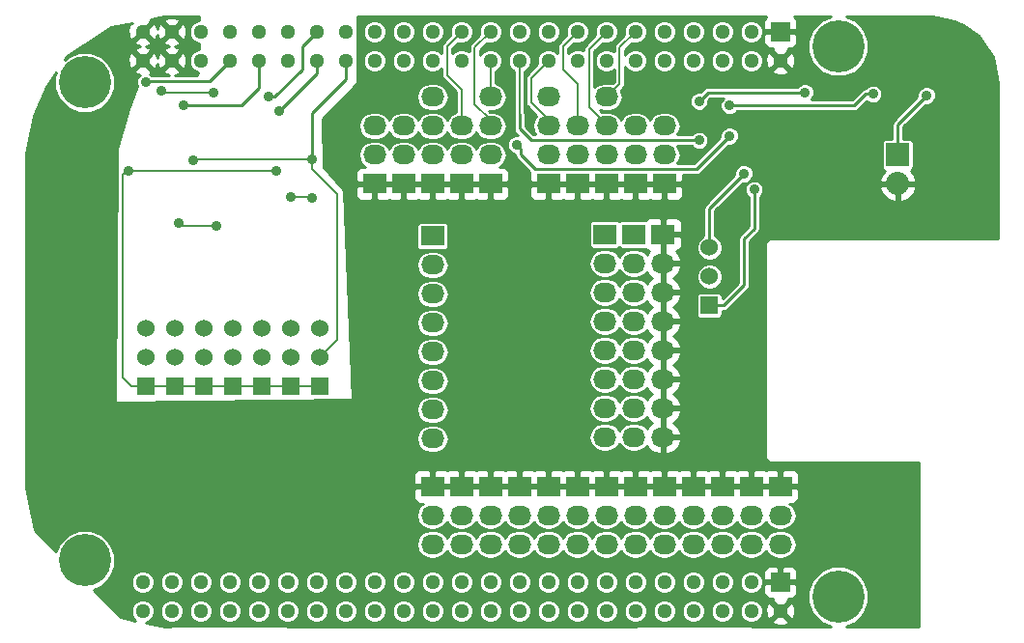
<source format=gbl>
G04 #@! TF.FileFunction,Copper,L2,Bot,Signal*
%FSLAX46Y46*%
G04 Gerber Fmt 4.6, Leading zero omitted, Abs format (unit mm)*
G04 Created by KiCad (PCBNEW (after 2015-mar-04 BZR unknown)-product) date 11/15/2015 8:07:06 PM*
%MOMM*%
G01*
G04 APERTURE LIST*
%ADD10C,0.150000*%
%ADD11R,1.524000X1.524000*%
%ADD12C,1.524000*%
%ADD13R,2.032000X1.727200*%
%ADD14O,2.032000X1.727200*%
%ADD15C,4.572000*%
%ADD16R,1.651000X1.651000*%
%ADD17C,1.300480*%
%ADD18R,2.032000X2.032000*%
%ADD19O,2.032000X2.032000*%
%ADD20C,0.889000*%
%ADD21C,0.254000*%
%ADD22C,0.203200*%
G04 APERTURE END LIST*
D10*
D11*
X23749000Y-33020000D03*
D12*
X23749000Y-30480000D03*
X23749000Y-27940000D03*
D11*
X26289000Y-33020000D03*
D12*
X26289000Y-30480000D03*
X26289000Y-27940000D03*
D11*
X21209000Y-33020000D03*
D12*
X21209000Y-30480000D03*
X21209000Y-27940000D03*
D11*
X13589000Y-33020000D03*
D12*
X13589000Y-30480000D03*
X13589000Y-27940000D03*
D11*
X11049000Y-33020000D03*
D12*
X11049000Y-30480000D03*
X11049000Y-27940000D03*
D11*
X16129000Y-33020000D03*
D12*
X16129000Y-30480000D03*
X16129000Y-27940000D03*
D11*
X18669000Y-33020000D03*
D12*
X18669000Y-30480000D03*
X18669000Y-27940000D03*
D11*
X60452000Y-25908000D03*
D12*
X60452000Y-23368000D03*
X60452000Y-20828000D03*
D13*
X36195000Y-19812000D03*
D14*
X36195000Y-22352000D03*
X36195000Y-24892000D03*
X36195000Y-27432000D03*
X36195000Y-29972000D03*
X36195000Y-32512000D03*
X36195000Y-35052000D03*
X36195000Y-37592000D03*
D13*
X51308000Y-19685000D03*
D14*
X51308000Y-22225000D03*
X51308000Y-24765000D03*
X51308000Y-27305000D03*
X51308000Y-29845000D03*
X51308000Y-32385000D03*
X51308000Y-34925000D03*
X51308000Y-37465000D03*
D13*
X53848000Y-19685000D03*
D14*
X53848000Y-22225000D03*
X53848000Y-24765000D03*
X53848000Y-27305000D03*
X53848000Y-29845000D03*
X53848000Y-32385000D03*
X53848000Y-34925000D03*
X53848000Y-37465000D03*
D13*
X56388000Y-19685000D03*
D14*
X56388000Y-22225000D03*
X56388000Y-24765000D03*
X56388000Y-27305000D03*
X56388000Y-29845000D03*
X56388000Y-32385000D03*
X56388000Y-34925000D03*
X56388000Y-37465000D03*
D13*
X64135000Y-41783000D03*
D14*
X64135000Y-44323000D03*
X64135000Y-46863000D03*
D13*
X56515000Y-41783000D03*
D14*
X56515000Y-44323000D03*
X56515000Y-46863000D03*
D13*
X51435000Y-41783000D03*
D14*
X51435000Y-44323000D03*
X51435000Y-46863000D03*
D13*
X48895000Y-41783000D03*
D14*
X48895000Y-44323000D03*
X48895000Y-46863000D03*
D13*
X43815000Y-41783000D03*
D14*
X43815000Y-44323000D03*
X43815000Y-46863000D03*
D13*
X38735000Y-41783000D03*
D14*
X38735000Y-44323000D03*
X38735000Y-46863000D03*
D13*
X66675000Y-41783000D03*
D14*
X66675000Y-44323000D03*
X66675000Y-46863000D03*
D13*
X61595000Y-41783000D03*
D14*
X61595000Y-44323000D03*
X61595000Y-46863000D03*
D13*
X53975000Y-41783000D03*
D14*
X53975000Y-44323000D03*
X53975000Y-46863000D03*
D13*
X46355000Y-41783000D03*
D14*
X46355000Y-44323000D03*
X46355000Y-46863000D03*
D13*
X41275000Y-41783000D03*
D14*
X41275000Y-44323000D03*
X41275000Y-46863000D03*
D13*
X36195000Y-41783000D03*
D14*
X36195000Y-44323000D03*
X36195000Y-46863000D03*
D13*
X59055000Y-41783000D03*
D14*
X59055000Y-44323000D03*
X59055000Y-46863000D03*
D13*
X36195000Y-15240000D03*
D14*
X36195000Y-12700000D03*
X36195000Y-10160000D03*
X36195000Y-7620000D03*
D13*
X51435000Y-15240000D03*
D14*
X51435000Y-12700000D03*
X51435000Y-10160000D03*
X51435000Y-7620000D03*
D13*
X46355000Y-15240000D03*
D14*
X46355000Y-12700000D03*
X46355000Y-10160000D03*
X46355000Y-7620000D03*
D13*
X41275000Y-15240000D03*
D14*
X41275000Y-12700000D03*
X41275000Y-10160000D03*
X41275000Y-7620000D03*
D13*
X48895000Y-15240000D03*
D14*
X48895000Y-12700000D03*
X48895000Y-10160000D03*
D13*
X38735000Y-15240000D03*
D14*
X38735000Y-12700000D03*
X38735000Y-10160000D03*
D13*
X33655000Y-15240000D03*
D14*
X33655000Y-12700000D03*
X33655000Y-10160000D03*
D13*
X56515000Y-15240000D03*
D14*
X56515000Y-12700000D03*
X56515000Y-10160000D03*
D13*
X53975000Y-15240000D03*
D14*
X53975000Y-12700000D03*
X53975000Y-10160000D03*
D13*
X31115000Y-15240000D03*
D14*
X31115000Y-12700000D03*
X31115000Y-10160000D03*
D15*
X5715000Y-6350000D03*
X71755000Y-3175000D03*
X71755000Y-51435000D03*
X5715000Y-48260000D03*
D16*
X66675000Y-1905000D03*
D17*
X66675000Y-4445000D03*
X64135000Y-1905000D03*
X64135000Y-4445000D03*
X61595000Y-1905000D03*
X61595000Y-4445000D03*
X59055000Y-1905000D03*
X59055000Y-4445000D03*
X56515000Y-1905000D03*
X56515000Y-4445000D03*
X53975000Y-1905000D03*
X53975000Y-4445000D03*
X51435000Y-1905000D03*
X51435000Y-4445000D03*
X48895000Y-1905000D03*
X48895000Y-4445000D03*
X46355000Y-1905000D03*
X46355000Y-4445000D03*
X43815000Y-1905000D03*
X43815000Y-4445000D03*
X41275000Y-1905000D03*
X41275000Y-4445000D03*
X38735000Y-1905000D03*
X38735000Y-4445000D03*
X36195000Y-1905000D03*
X36195000Y-4445000D03*
X33655000Y-1905000D03*
X33655000Y-4445000D03*
X31115000Y-1905000D03*
X31115000Y-4445000D03*
X28575000Y-1905000D03*
X28575000Y-4445000D03*
X26035000Y-1905000D03*
X26035000Y-4445000D03*
X23495000Y-1905000D03*
X23495000Y-4445000D03*
X20955000Y-1905000D03*
X20955000Y-4445000D03*
X18415000Y-1905000D03*
X18415000Y-4445000D03*
X15875000Y-1905000D03*
X15875000Y-4445000D03*
X13335000Y-1905000D03*
X13335000Y-4445000D03*
X10795000Y-1905000D03*
X10795000Y-4445000D03*
D16*
X66675000Y-50165000D03*
D17*
X66675000Y-52705000D03*
X64135000Y-50165000D03*
X64135000Y-52705000D03*
X61595000Y-50165000D03*
X61595000Y-52705000D03*
X59055000Y-50165000D03*
X59055000Y-52705000D03*
X56515000Y-50165000D03*
X56515000Y-52705000D03*
X53975000Y-50165000D03*
X53975000Y-52705000D03*
X51435000Y-50165000D03*
X51435000Y-52705000D03*
X48895000Y-50165000D03*
X48895000Y-52705000D03*
X46355000Y-50165000D03*
X46355000Y-52705000D03*
X43815000Y-50165000D03*
X43815000Y-52705000D03*
X41275000Y-50165000D03*
X41275000Y-52705000D03*
X38735000Y-50165000D03*
X38735000Y-52705000D03*
X36195000Y-50165000D03*
X36195000Y-52705000D03*
X33655000Y-50165000D03*
X33655000Y-52705000D03*
X31115000Y-50165000D03*
X31115000Y-52705000D03*
X28575000Y-50165000D03*
X28575000Y-52705000D03*
X26035000Y-50165000D03*
X26035000Y-52705000D03*
X23495000Y-50165000D03*
X23495000Y-52705000D03*
X20955000Y-50165000D03*
X20955000Y-52705000D03*
X18415000Y-50165000D03*
X18415000Y-52705000D03*
X15875000Y-50165000D03*
X15875000Y-52705000D03*
X13335000Y-50165000D03*
X13335000Y-52705000D03*
X10795000Y-50165000D03*
X10795000Y-52705000D03*
D18*
X76962000Y-12700000D03*
D19*
X76962000Y-15240000D03*
D20*
X46355000Y-32512000D03*
X32639000Y-25400000D03*
X64516000Y-35433000D03*
X81407000Y-4318000D03*
X81534000Y-10414000D03*
X78994000Y-16256000D03*
X76073000Y-46990000D03*
X63500000Y-14351000D03*
X64389000Y-15748000D03*
X22733000Y-8890000D03*
X22479000Y-14097000D03*
X9525000Y-14097000D03*
X23749000Y-16383000D03*
X25654000Y-16510000D03*
X11049000Y-6350000D03*
X15240000Y-13208000D03*
X25654000Y-13081000D03*
X21844000Y-7620000D03*
X14351000Y-8382000D03*
X13970000Y-18669000D03*
X17272000Y-18923000D03*
X12446000Y-7112000D03*
X17018000Y-7239000D03*
X62230000Y-11049000D03*
X43561000Y-11811000D03*
X74803000Y-7366000D03*
X62230000Y-8382000D03*
X59563000Y-11430000D03*
X59563000Y-8001000D03*
X68834000Y-7239000D03*
X79502000Y-7493000D03*
D21*
X60452000Y-20828000D02*
X60452000Y-17399000D01*
X60452000Y-17399000D02*
X63500000Y-14351000D01*
X60579000Y-20828000D02*
X60452000Y-20828000D01*
D22*
X60452000Y-20828000D02*
X60579000Y-20828000D01*
D21*
X60452000Y-25908000D02*
X61722000Y-25908000D01*
X63500000Y-20066000D02*
X64389000Y-19177000D01*
X63500000Y-24130000D02*
X63500000Y-20066000D01*
X61722000Y-25908000D02*
X63500000Y-24130000D01*
X64389000Y-19177000D02*
X64389000Y-15748000D01*
D22*
X60452000Y-25908000D02*
X59817000Y-25908000D01*
D21*
X26035000Y-4445000D02*
X26035000Y-5588000D01*
X26035000Y-5588000D02*
X25527000Y-6096000D01*
X22733000Y-8890000D02*
X25527000Y-6096000D01*
X25908000Y-4572000D02*
X26035000Y-4445000D01*
D22*
X23749000Y-33020000D02*
X26289000Y-33020000D01*
X21209000Y-33020000D02*
X23749000Y-33020000D01*
X18669000Y-33020000D02*
X21209000Y-33020000D01*
X16129000Y-33020000D02*
X18669000Y-33020000D01*
X13589000Y-33020000D02*
X16129000Y-33020000D01*
X11049000Y-33020000D02*
X13589000Y-33020000D01*
X9525000Y-14097000D02*
X9398000Y-14097000D01*
X9779000Y-33020000D02*
X11049000Y-33020000D01*
X9017000Y-32258000D02*
X9779000Y-33020000D01*
X9017000Y-14478000D02*
X9017000Y-32258000D01*
X9398000Y-14097000D02*
X9017000Y-14478000D01*
X9525000Y-14097000D02*
X22479000Y-14097000D01*
X25654000Y-16510000D02*
X25527000Y-16383000D01*
X25527000Y-16383000D02*
X23749000Y-16383000D01*
D21*
X15875000Y-6223000D02*
X11176000Y-6223000D01*
X11176000Y-6223000D02*
X11049000Y-6350000D01*
X16637000Y-6223000D02*
X18415000Y-4445000D01*
X15875000Y-6223000D02*
X16637000Y-6223000D01*
X25654000Y-13081000D02*
X25654000Y-9017000D01*
X28575000Y-6096000D02*
X28575000Y-4445000D01*
X25654000Y-9017000D02*
X28575000Y-6096000D01*
D22*
X25654000Y-13081000D02*
X25654000Y-13970000D01*
X27813000Y-28956000D02*
X26289000Y-30480000D01*
X27813000Y-16129000D02*
X27813000Y-28956000D01*
X25654000Y-13970000D02*
X27813000Y-16129000D01*
X15240000Y-13208000D02*
X15367000Y-13081000D01*
X15367000Y-13081000D02*
X25654000Y-13081000D01*
D21*
X21844000Y-7620000D02*
X22352000Y-7620000D01*
X24765000Y-3175000D02*
X26035000Y-1905000D01*
X24765000Y-5207000D02*
X24765000Y-3175000D01*
X22352000Y-7620000D02*
X24765000Y-5207000D01*
X14351000Y-8382000D02*
X19431000Y-8382000D01*
X20955000Y-6858000D02*
X20955000Y-4445000D01*
X19431000Y-8382000D02*
X20955000Y-6858000D01*
D22*
X14224000Y-18923000D02*
X13970000Y-18669000D01*
X17272000Y-18923000D02*
X14224000Y-18923000D01*
X12446000Y-7112000D02*
X12573000Y-7239000D01*
X12573000Y-7239000D02*
X17018000Y-7239000D01*
X52578000Y-6477000D02*
X52578000Y-3302000D01*
X52578000Y-3302000D02*
X53975000Y-1905000D01*
X51435000Y-7620000D02*
X52578000Y-6477000D01*
X49911000Y-3429000D02*
X51435000Y-1905000D01*
X49911000Y-8509000D02*
X49911000Y-3429000D01*
X51435000Y-10033000D02*
X49911000Y-8509000D01*
X51435000Y-10160000D02*
X51435000Y-10033000D01*
X48895000Y-6477000D02*
X47625000Y-5207000D01*
X47625000Y-5207000D02*
X47625000Y-3175000D01*
X47625000Y-3175000D02*
X48895000Y-1905000D01*
X48895000Y-10160000D02*
X48895000Y-6477000D01*
X44831000Y-5969000D02*
X46355000Y-4445000D01*
X44831000Y-8128000D02*
X44831000Y-5969000D01*
X46355000Y-9652000D02*
X44831000Y-8128000D01*
X46355000Y-10160000D02*
X46355000Y-9652000D01*
X39878000Y-3302000D02*
X41275000Y-1905000D01*
X39878000Y-8255000D02*
X39878000Y-3302000D01*
X41275000Y-9652000D02*
X39878000Y-8255000D01*
X41275000Y-10160000D02*
X41275000Y-9652000D01*
X41275000Y-7620000D02*
X41275000Y-4445000D01*
X38735000Y-6985000D02*
X37465000Y-5715000D01*
X37465000Y-5715000D02*
X37465000Y-3175000D01*
X37465000Y-3175000D02*
X38735000Y-1905000D01*
X38735000Y-10160000D02*
X38735000Y-6985000D01*
D21*
X58166000Y-13970000D02*
X59309000Y-13970000D01*
X59309000Y-13970000D02*
X62230000Y-11049000D01*
X45212000Y-13970000D02*
X58166000Y-13970000D01*
X43942000Y-12700000D02*
X45212000Y-13970000D01*
X43942000Y-12192000D02*
X43942000Y-12700000D01*
X43561000Y-11811000D02*
X43942000Y-12192000D01*
X62230000Y-8382000D02*
X64389000Y-8382000D01*
X73152000Y-8382000D02*
X64389000Y-8382000D01*
X74168000Y-7366000D02*
X73152000Y-8382000D01*
X74803000Y-7366000D02*
X74168000Y-7366000D01*
X43815000Y-9144000D02*
X43815000Y-10414000D01*
X44831000Y-11430000D02*
X59563000Y-11430000D01*
X43815000Y-10414000D02*
X44831000Y-11430000D01*
X60325000Y-7239000D02*
X68834000Y-7239000D01*
X59563000Y-8001000D02*
X60325000Y-7239000D01*
D22*
X43815000Y-9144000D02*
X43815000Y-4445000D01*
X43688000Y-4572000D02*
X43815000Y-4445000D01*
D21*
X79502000Y-7493000D02*
X76962000Y-10033000D01*
X76962000Y-10033000D02*
X76962000Y-12700000D01*
G36*
X85788500Y-20002500D02*
X80327643Y-20002500D01*
X80327643Y-7329518D01*
X80202233Y-7026002D01*
X79970219Y-6793583D01*
X79666923Y-6667643D01*
X79338518Y-6667357D01*
X79035002Y-6792767D01*
X78802583Y-7024781D01*
X78676643Y-7328077D01*
X78676406Y-7600173D01*
X76602790Y-9673790D01*
X76492669Y-9838597D01*
X76454000Y-10033000D01*
X76454000Y-11295536D01*
X75946000Y-11295536D01*
X75800726Y-11323722D01*
X75673044Y-11407596D01*
X75628643Y-11473374D01*
X75628643Y-7202518D01*
X75503233Y-6899002D01*
X75271219Y-6666583D01*
X74967923Y-6540643D01*
X74639518Y-6540357D01*
X74336002Y-6665767D01*
X74137320Y-6864102D01*
X73973597Y-6896669D01*
X73808790Y-7006790D01*
X72941580Y-7874000D01*
X69366344Y-7874000D01*
X69533417Y-7707219D01*
X69659357Y-7403923D01*
X69659643Y-7075518D01*
X69534233Y-6772002D01*
X69302219Y-6539583D01*
X68998923Y-6413643D01*
X68670518Y-6413357D01*
X68367002Y-6538767D01*
X68174433Y-6731000D01*
X68135500Y-6731000D01*
X68135500Y-2856810D01*
X68135500Y-2604191D01*
X68135500Y-2190750D01*
X67976750Y-2032000D01*
X66802000Y-2032000D01*
X66802000Y-2052000D01*
X66548000Y-2052000D01*
X66548000Y-2032000D01*
X65373250Y-2032000D01*
X65214500Y-2190750D01*
X65214500Y-2604191D01*
X65214500Y-2856810D01*
X65311173Y-3090199D01*
X65489802Y-3268827D01*
X65723191Y-3365500D01*
X65998973Y-3365500D01*
X65955416Y-3545811D01*
X66675000Y-4265395D01*
X67394584Y-3545811D01*
X67351026Y-3365500D01*
X67626809Y-3365500D01*
X67860198Y-3268827D01*
X68038827Y-3090199D01*
X68135500Y-2856810D01*
X68135500Y-6731000D01*
X67972861Y-6731000D01*
X67972861Y-4625980D01*
X67943325Y-4115533D01*
X67804809Y-3781126D01*
X67574189Y-3725416D01*
X66854605Y-4445000D01*
X67574189Y-5164584D01*
X67804809Y-5108874D01*
X67972861Y-4625980D01*
X67972861Y-6731000D01*
X67394584Y-6731000D01*
X67394584Y-5344189D01*
X66675000Y-4624605D01*
X66495395Y-4804210D01*
X66495395Y-4445000D01*
X65775811Y-3725416D01*
X65545191Y-3781126D01*
X65377139Y-4264020D01*
X65406675Y-4774467D01*
X65545191Y-5108874D01*
X65775811Y-5164584D01*
X66495395Y-4445000D01*
X66495395Y-4804210D01*
X65955416Y-5344189D01*
X66011126Y-5574809D01*
X66494020Y-5742861D01*
X67004467Y-5713325D01*
X67338874Y-5574809D01*
X67394584Y-5344189D01*
X67394584Y-6731000D01*
X65166418Y-6731000D01*
X65166418Y-4240774D01*
X65166418Y-1700774D01*
X65009752Y-1321613D01*
X64719913Y-1031267D01*
X64341026Y-873940D01*
X63930774Y-873582D01*
X63551613Y-1030248D01*
X63261267Y-1320087D01*
X63103940Y-1698974D01*
X63103582Y-2109226D01*
X63260248Y-2488387D01*
X63550087Y-2778733D01*
X63928974Y-2936060D01*
X64339226Y-2936418D01*
X64718387Y-2779752D01*
X65008733Y-2489913D01*
X65166060Y-2111026D01*
X65166418Y-1700774D01*
X65166418Y-4240774D01*
X65009752Y-3861613D01*
X64719913Y-3571267D01*
X64341026Y-3413940D01*
X63930774Y-3413582D01*
X63551613Y-3570248D01*
X63261267Y-3860087D01*
X63103940Y-4238974D01*
X63103582Y-4649226D01*
X63260248Y-5028387D01*
X63550087Y-5318733D01*
X63928974Y-5476060D01*
X64339226Y-5476418D01*
X64718387Y-5319752D01*
X65008733Y-5029913D01*
X65166060Y-4651026D01*
X65166418Y-4240774D01*
X65166418Y-6731000D01*
X62626418Y-6731000D01*
X62626418Y-4240774D01*
X62626418Y-1700774D01*
X62469752Y-1321613D01*
X62179913Y-1031267D01*
X61801026Y-873940D01*
X61390774Y-873582D01*
X61011613Y-1030248D01*
X60721267Y-1320087D01*
X60563940Y-1698974D01*
X60563582Y-2109226D01*
X60720248Y-2488387D01*
X61010087Y-2778733D01*
X61388974Y-2936060D01*
X61799226Y-2936418D01*
X62178387Y-2779752D01*
X62468733Y-2489913D01*
X62626060Y-2111026D01*
X62626418Y-1700774D01*
X62626418Y-4240774D01*
X62469752Y-3861613D01*
X62179913Y-3571267D01*
X61801026Y-3413940D01*
X61390774Y-3413582D01*
X61011613Y-3570248D01*
X60721267Y-3860087D01*
X60563940Y-4238974D01*
X60563582Y-4649226D01*
X60720248Y-5028387D01*
X61010087Y-5318733D01*
X61388974Y-5476060D01*
X61799226Y-5476418D01*
X62178387Y-5319752D01*
X62468733Y-5029913D01*
X62626060Y-4651026D01*
X62626418Y-4240774D01*
X62626418Y-6731000D01*
X60325000Y-6731000D01*
X60130597Y-6769669D01*
X60086418Y-6799188D01*
X60086418Y-4240774D01*
X60086418Y-1700774D01*
X59929752Y-1321613D01*
X59639913Y-1031267D01*
X59261026Y-873940D01*
X58850774Y-873582D01*
X58471613Y-1030248D01*
X58181267Y-1320087D01*
X58023940Y-1698974D01*
X58023582Y-2109226D01*
X58180248Y-2488387D01*
X58470087Y-2778733D01*
X58848974Y-2936060D01*
X59259226Y-2936418D01*
X59638387Y-2779752D01*
X59928733Y-2489913D01*
X60086060Y-2111026D01*
X60086418Y-1700774D01*
X60086418Y-4240774D01*
X59929752Y-3861613D01*
X59639913Y-3571267D01*
X59261026Y-3413940D01*
X58850774Y-3413582D01*
X58471613Y-3570248D01*
X58181267Y-3860087D01*
X58023940Y-4238974D01*
X58023582Y-4649226D01*
X58180248Y-5028387D01*
X58470087Y-5318733D01*
X58848974Y-5476060D01*
X59259226Y-5476418D01*
X59638387Y-5319752D01*
X59928733Y-5029913D01*
X60086060Y-4651026D01*
X60086418Y-4240774D01*
X60086418Y-6799188D01*
X59965790Y-6879790D01*
X59669987Y-7175592D01*
X59399518Y-7175357D01*
X59096002Y-7300767D01*
X58863583Y-7532781D01*
X58737643Y-7836077D01*
X58737357Y-8164482D01*
X58862767Y-8467998D01*
X59094781Y-8700417D01*
X59398077Y-8826357D01*
X59726482Y-8826643D01*
X60029998Y-8701233D01*
X60262417Y-8469219D01*
X60388357Y-8165923D01*
X60388593Y-7893826D01*
X60535420Y-7747000D01*
X61697655Y-7747000D01*
X61530583Y-7913781D01*
X61404643Y-8217077D01*
X61404357Y-8545482D01*
X61529767Y-8848998D01*
X61761781Y-9081417D01*
X62065077Y-9207357D01*
X62393482Y-9207643D01*
X62696998Y-9082233D01*
X62889566Y-8890000D01*
X64389000Y-8890000D01*
X73152000Y-8890000D01*
X73346403Y-8851331D01*
X73511210Y-8741210D01*
X74260956Y-7991463D01*
X74334781Y-8065417D01*
X74638077Y-8191357D01*
X74966482Y-8191643D01*
X75269998Y-8066233D01*
X75502417Y-7834219D01*
X75628357Y-7530923D01*
X75628643Y-7202518D01*
X75628643Y-11473374D01*
X75587574Y-11534216D01*
X75557536Y-11684000D01*
X75557536Y-13716000D01*
X75585722Y-13861274D01*
X75669596Y-13988956D01*
X75796216Y-14074426D01*
X75828490Y-14080898D01*
X75555615Y-14375182D01*
X75356025Y-14857056D01*
X75475164Y-15113000D01*
X76835000Y-15113000D01*
X76835000Y-15093000D01*
X77089000Y-15093000D01*
X77089000Y-15113000D01*
X78448836Y-15113000D01*
X78567975Y-14857056D01*
X78368385Y-14375182D01*
X78096112Y-14081547D01*
X78123274Y-14076278D01*
X78250956Y-13992404D01*
X78336426Y-13865784D01*
X78366464Y-13716000D01*
X78366464Y-11684000D01*
X78338278Y-11538726D01*
X78254404Y-11411044D01*
X78127784Y-11325574D01*
X77978000Y-11295536D01*
X77470000Y-11295536D01*
X77470000Y-10243420D01*
X79395013Y-8318407D01*
X79665482Y-8318643D01*
X79968998Y-8193233D01*
X80201417Y-7961219D01*
X80327357Y-7657923D01*
X80327643Y-7329518D01*
X80327643Y-20002500D01*
X78567975Y-20002500D01*
X78567975Y-15622944D01*
X78448836Y-15367000D01*
X77089000Y-15367000D01*
X77089000Y-16727367D01*
X77344946Y-16845983D01*
X77930379Y-16577188D01*
X78368385Y-16104818D01*
X78567975Y-15622944D01*
X78567975Y-20002500D01*
X76835000Y-20002500D01*
X76835000Y-16727367D01*
X76835000Y-15367000D01*
X75475164Y-15367000D01*
X75356025Y-15622944D01*
X75555615Y-16104818D01*
X75993621Y-16577188D01*
X76579054Y-16845983D01*
X76835000Y-16727367D01*
X76835000Y-20002500D01*
X65913000Y-20002500D01*
X65694296Y-20046003D01*
X65508888Y-20169888D01*
X65385003Y-20355296D01*
X65341500Y-20574000D01*
X65341500Y-39116000D01*
X65385003Y-39334704D01*
X65508888Y-39520112D01*
X65694296Y-39643997D01*
X65913000Y-39687500D01*
X78803500Y-39687500D01*
X78803500Y-54038500D01*
X72437971Y-54038500D01*
X73263761Y-53697291D01*
X74014655Y-52947707D01*
X74421536Y-51967827D01*
X74422462Y-50906828D01*
X74017291Y-49926239D01*
X73267707Y-49175345D01*
X72287827Y-48768464D01*
X71226828Y-48767538D01*
X70246239Y-49172709D01*
X69495345Y-49922293D01*
X69088464Y-50902173D01*
X69087538Y-51963172D01*
X69492709Y-52943761D01*
X70242293Y-53694655D01*
X71070365Y-54038500D01*
X69215000Y-54038500D01*
X68326000Y-54038500D01*
X68326000Y-42772910D01*
X68326000Y-42520291D01*
X68326000Y-42068750D01*
X68326000Y-41497250D01*
X68326000Y-41045709D01*
X68326000Y-40793090D01*
X68229327Y-40559701D01*
X68050698Y-40381073D01*
X67817309Y-40284400D01*
X66960750Y-40284400D01*
X66802000Y-40443150D01*
X66802000Y-41656000D01*
X68167250Y-41656000D01*
X68326000Y-41497250D01*
X68326000Y-42068750D01*
X68167250Y-41910000D01*
X66802000Y-41910000D01*
X66802000Y-41930000D01*
X66548000Y-41930000D01*
X66548000Y-41910000D01*
X66548000Y-41656000D01*
X66548000Y-40443150D01*
X66389250Y-40284400D01*
X65532691Y-40284400D01*
X65405000Y-40337291D01*
X65277309Y-40284400D01*
X65214643Y-40284400D01*
X65214643Y-15584518D01*
X65089233Y-15281002D01*
X64857219Y-15048583D01*
X64553923Y-14922643D01*
X64225518Y-14922357D01*
X64004699Y-15013597D01*
X64199417Y-14819219D01*
X64325357Y-14515923D01*
X64325643Y-14187518D01*
X64200233Y-13884002D01*
X63968219Y-13651583D01*
X63664923Y-13525643D01*
X63336518Y-13525357D01*
X63055643Y-13641411D01*
X63055643Y-10885518D01*
X62930233Y-10582002D01*
X62698219Y-10349583D01*
X62394923Y-10223643D01*
X62066518Y-10223357D01*
X61763002Y-10348767D01*
X61530583Y-10580781D01*
X61404643Y-10884077D01*
X61404406Y-11156173D01*
X59098580Y-13462000D01*
X58166000Y-13462000D01*
X57653722Y-13462000D01*
X57844629Y-13176288D01*
X57939369Y-12700000D01*
X57844629Y-12223712D01*
X57653722Y-11938000D01*
X58903697Y-11938000D01*
X59094781Y-12129417D01*
X59398077Y-12255357D01*
X59726482Y-12255643D01*
X60029998Y-12130233D01*
X60262417Y-11898219D01*
X60388357Y-11594923D01*
X60388643Y-11266518D01*
X60263233Y-10963002D01*
X60031219Y-10730583D01*
X59727923Y-10604643D01*
X59399518Y-10604357D01*
X59096002Y-10729767D01*
X58903433Y-10922000D01*
X57653722Y-10922000D01*
X57844629Y-10636288D01*
X57939369Y-10160000D01*
X57844629Y-9683712D01*
X57574834Y-9279935D01*
X57546418Y-9260948D01*
X57546418Y-4240774D01*
X57546418Y-1700774D01*
X57389752Y-1321613D01*
X57099913Y-1031267D01*
X56721026Y-873940D01*
X56310774Y-873582D01*
X55931613Y-1030248D01*
X55641267Y-1320087D01*
X55483940Y-1698974D01*
X55483582Y-2109226D01*
X55640248Y-2488387D01*
X55930087Y-2778733D01*
X56308974Y-2936060D01*
X56719226Y-2936418D01*
X57098387Y-2779752D01*
X57388733Y-2489913D01*
X57546060Y-2111026D01*
X57546418Y-1700774D01*
X57546418Y-4240774D01*
X57389752Y-3861613D01*
X57099913Y-3571267D01*
X56721026Y-3413940D01*
X56310774Y-3413582D01*
X55931613Y-3570248D01*
X55641267Y-3860087D01*
X55483940Y-4238974D01*
X55483582Y-4649226D01*
X55640248Y-5028387D01*
X55930087Y-5318733D01*
X56308974Y-5476060D01*
X56719226Y-5476418D01*
X57098387Y-5319752D01*
X57388733Y-5029913D01*
X57546060Y-4651026D01*
X57546418Y-4240774D01*
X57546418Y-9260948D01*
X57171057Y-9010140D01*
X56694769Y-8915400D01*
X56335231Y-8915400D01*
X55858943Y-9010140D01*
X55455166Y-9279935D01*
X55245000Y-9594470D01*
X55034834Y-9279935D01*
X54631057Y-9010140D01*
X54154769Y-8915400D01*
X53795231Y-8915400D01*
X53318943Y-9010140D01*
X52915166Y-9279935D01*
X52705000Y-9594470D01*
X52494834Y-9279935D01*
X52091057Y-9010140D01*
X51614769Y-8915400D01*
X51255231Y-8915400D01*
X51042261Y-8957762D01*
X50873085Y-8788586D01*
X51255231Y-8864600D01*
X51614769Y-8864600D01*
X52091057Y-8769860D01*
X52494834Y-8500065D01*
X52764629Y-8096288D01*
X52859369Y-7620000D01*
X52764629Y-7143712D01*
X52696199Y-7041300D01*
X52919250Y-6818250D01*
X53023864Y-6661683D01*
X53060600Y-6477000D01*
X53060600Y-4932431D01*
X53100248Y-5028387D01*
X53390087Y-5318733D01*
X53768974Y-5476060D01*
X54179226Y-5476418D01*
X54558387Y-5319752D01*
X54848733Y-5029913D01*
X55006060Y-4651026D01*
X55006418Y-4240774D01*
X54849752Y-3861613D01*
X54559913Y-3571267D01*
X54181026Y-3413940D01*
X53770774Y-3413582D01*
X53391613Y-3570248D01*
X53101267Y-3860087D01*
X53060600Y-3958024D01*
X53060600Y-3501899D01*
X53668259Y-2894239D01*
X53768974Y-2936060D01*
X54179226Y-2936418D01*
X54558387Y-2779752D01*
X54848733Y-2489913D01*
X55006060Y-2111026D01*
X55006418Y-1700774D01*
X54849752Y-1321613D01*
X54559913Y-1031267D01*
X54181026Y-873940D01*
X53770774Y-873582D01*
X53391613Y-1030248D01*
X53101267Y-1320087D01*
X52943940Y-1698974D01*
X52943582Y-2109226D01*
X52985887Y-2211613D01*
X52236750Y-2960750D01*
X52132136Y-3117317D01*
X52095400Y-3302000D01*
X52095400Y-3646886D01*
X52019913Y-3571267D01*
X51641026Y-3413940D01*
X51230774Y-3413582D01*
X50851613Y-3570248D01*
X50561267Y-3860087D01*
X50403940Y-4238974D01*
X50403582Y-4649226D01*
X50560248Y-5028387D01*
X50850087Y-5318733D01*
X51228974Y-5476060D01*
X51639226Y-5476418D01*
X52018387Y-5319752D01*
X52095400Y-5242873D01*
X52095400Y-6277100D01*
X51933666Y-6438833D01*
X51614769Y-6375400D01*
X51255231Y-6375400D01*
X50778943Y-6470140D01*
X50393600Y-6727617D01*
X50393600Y-3628899D01*
X51128259Y-2894239D01*
X51228974Y-2936060D01*
X51639226Y-2936418D01*
X52018387Y-2779752D01*
X52308733Y-2489913D01*
X52466060Y-2111026D01*
X52466418Y-1700774D01*
X52309752Y-1321613D01*
X52019913Y-1031267D01*
X51641026Y-873940D01*
X51230774Y-873582D01*
X50851613Y-1030248D01*
X50561267Y-1320087D01*
X50403940Y-1698974D01*
X50403582Y-2109226D01*
X50445887Y-2211613D01*
X49569750Y-3087750D01*
X49465136Y-3244317D01*
X49428400Y-3429000D01*
X49428400Y-3549877D01*
X49101026Y-3413940D01*
X48690774Y-3413582D01*
X48311613Y-3570248D01*
X48107600Y-3773904D01*
X48107600Y-3374900D01*
X48588259Y-2894240D01*
X48688974Y-2936060D01*
X49099226Y-2936418D01*
X49478387Y-2779752D01*
X49768733Y-2489913D01*
X49926060Y-2111026D01*
X49926418Y-1700774D01*
X49769752Y-1321613D01*
X49479913Y-1031267D01*
X49101026Y-873940D01*
X48690774Y-873582D01*
X48311613Y-1030248D01*
X48021267Y-1320087D01*
X47863940Y-1698974D01*
X47863582Y-2109226D01*
X47905887Y-2211612D01*
X47386418Y-2731081D01*
X47386418Y-1700774D01*
X47229752Y-1321613D01*
X46939913Y-1031267D01*
X46561026Y-873940D01*
X46150774Y-873582D01*
X45771613Y-1030248D01*
X45481267Y-1320087D01*
X45323940Y-1698974D01*
X45323582Y-2109226D01*
X45480248Y-2488387D01*
X45770087Y-2778733D01*
X46148974Y-2936060D01*
X46559226Y-2936418D01*
X46938387Y-2779752D01*
X47228733Y-2489913D01*
X47386060Y-2111026D01*
X47386418Y-1700774D01*
X47386418Y-2731081D01*
X47283750Y-2833750D01*
X47179136Y-2990317D01*
X47142400Y-3175000D01*
X47142400Y-3774108D01*
X46939913Y-3571267D01*
X46561026Y-3413940D01*
X46150774Y-3413582D01*
X45771613Y-3570248D01*
X45481267Y-3860087D01*
X45323940Y-4238974D01*
X45323582Y-4649226D01*
X45365887Y-4751613D01*
X44489750Y-5627750D01*
X44385136Y-5784317D01*
X44348400Y-5969000D01*
X44348400Y-8128000D01*
X44385136Y-8312683D01*
X44489750Y-8469250D01*
X45298324Y-9277824D01*
X45295166Y-9279935D01*
X45025371Y-9683712D01*
X44930631Y-10160000D01*
X45025371Y-10636288D01*
X45216277Y-10922000D01*
X45041420Y-10922000D01*
X44323000Y-10203580D01*
X44323000Y-9144000D01*
X44297600Y-9016305D01*
X44297600Y-5361396D01*
X44398387Y-5319752D01*
X44688733Y-5029913D01*
X44846060Y-4651026D01*
X44846418Y-4240774D01*
X44846418Y-1700774D01*
X44689752Y-1321613D01*
X44399913Y-1031267D01*
X44021026Y-873940D01*
X43610774Y-873582D01*
X43231613Y-1030248D01*
X42941267Y-1320087D01*
X42783940Y-1698974D01*
X42783582Y-2109226D01*
X42940248Y-2488387D01*
X43230087Y-2778733D01*
X43608974Y-2936060D01*
X44019226Y-2936418D01*
X44398387Y-2779752D01*
X44688733Y-2489913D01*
X44846060Y-2111026D01*
X44846418Y-1700774D01*
X44846418Y-4240774D01*
X44689752Y-3861613D01*
X44399913Y-3571267D01*
X44021026Y-3413940D01*
X43610774Y-3413582D01*
X43231613Y-3570248D01*
X42941267Y-3860087D01*
X42783940Y-4238974D01*
X42783582Y-4649226D01*
X42940248Y-5028387D01*
X43230087Y-5318733D01*
X43332400Y-5361216D01*
X43332400Y-9016305D01*
X43307000Y-9144000D01*
X43307000Y-10414000D01*
X43345669Y-10608403D01*
X43455790Y-10773210D01*
X43668172Y-10985592D01*
X43397518Y-10985357D01*
X43094002Y-11110767D01*
X42861583Y-11342781D01*
X42735643Y-11646077D01*
X42735357Y-11974482D01*
X42860767Y-12277998D01*
X43092781Y-12510417D01*
X43396077Y-12636357D01*
X43434000Y-12636390D01*
X43434000Y-12700000D01*
X43472669Y-12894403D01*
X43582790Y-13059210D01*
X44724405Y-14200825D01*
X44704000Y-14250090D01*
X44704000Y-14502709D01*
X44704000Y-14954250D01*
X44862750Y-15113000D01*
X46228000Y-15113000D01*
X46228000Y-15093000D01*
X46482000Y-15093000D01*
X46482000Y-15113000D01*
X47402750Y-15113000D01*
X47847250Y-15113000D01*
X48768000Y-15113000D01*
X48768000Y-15093000D01*
X49022000Y-15093000D01*
X49022000Y-15113000D01*
X49942750Y-15113000D01*
X50387250Y-15113000D01*
X51308000Y-15113000D01*
X51308000Y-15093000D01*
X51562000Y-15093000D01*
X51562000Y-15113000D01*
X52482750Y-15113000D01*
X52927250Y-15113000D01*
X53848000Y-15113000D01*
X53848000Y-15093000D01*
X54102000Y-15093000D01*
X54102000Y-15113000D01*
X55022750Y-15113000D01*
X55467250Y-15113000D01*
X56388000Y-15113000D01*
X56388000Y-15093000D01*
X56642000Y-15093000D01*
X56642000Y-15113000D01*
X58007250Y-15113000D01*
X58166000Y-14954250D01*
X58166000Y-14502709D01*
X58166000Y-14478000D01*
X59309000Y-14478000D01*
X59503403Y-14439331D01*
X59668210Y-14329210D01*
X62123012Y-11874407D01*
X62393482Y-11874643D01*
X62696998Y-11749233D01*
X62929417Y-11517219D01*
X63055357Y-11213923D01*
X63055643Y-10885518D01*
X63055643Y-13641411D01*
X63033002Y-13650767D01*
X62800583Y-13882781D01*
X62674643Y-14186077D01*
X62674406Y-14458173D01*
X60092790Y-17039790D01*
X59982669Y-17204597D01*
X59944000Y-17399000D01*
X59944000Y-19801173D01*
X59805388Y-19858446D01*
X59483577Y-20179697D01*
X59309199Y-20599646D01*
X59308802Y-21054359D01*
X59482446Y-21474612D01*
X59803697Y-21796423D01*
X60223646Y-21970801D01*
X60678359Y-21971198D01*
X61098612Y-21797554D01*
X61420423Y-21476303D01*
X61594801Y-21056354D01*
X61595198Y-20601641D01*
X61421554Y-20181388D01*
X61100303Y-19859577D01*
X60960000Y-19801318D01*
X60960000Y-17609420D01*
X63393012Y-15176407D01*
X63663482Y-15176643D01*
X63884300Y-15085402D01*
X63689583Y-15279781D01*
X63563643Y-15583077D01*
X63563357Y-15911482D01*
X63688767Y-16214998D01*
X63881000Y-16407566D01*
X63881000Y-18966580D01*
X63140790Y-19706790D01*
X63030669Y-19871597D01*
X62992000Y-20066000D01*
X62992000Y-23919580D01*
X61602464Y-25309116D01*
X61602464Y-25146000D01*
X61595198Y-25108550D01*
X61595198Y-23141641D01*
X61421554Y-22721388D01*
X61100303Y-22399577D01*
X60680354Y-22225199D01*
X60225641Y-22224802D01*
X59805388Y-22398446D01*
X59483577Y-22719697D01*
X59309199Y-23139646D01*
X59308802Y-23594359D01*
X59482446Y-24014612D01*
X59803697Y-24336423D01*
X60223646Y-24510801D01*
X60678359Y-24511198D01*
X61098612Y-24337554D01*
X61420423Y-24016303D01*
X61594801Y-23596354D01*
X61595198Y-23141641D01*
X61595198Y-25108550D01*
X61574278Y-25000726D01*
X61490404Y-24873044D01*
X61363784Y-24787574D01*
X61214000Y-24757536D01*
X59690000Y-24757536D01*
X59544726Y-24785722D01*
X59417044Y-24869596D01*
X59331574Y-24996216D01*
X59301536Y-25146000D01*
X59301536Y-26670000D01*
X59329722Y-26815274D01*
X59413596Y-26942956D01*
X59540216Y-27028426D01*
X59690000Y-27058464D01*
X61214000Y-27058464D01*
X61359274Y-27030278D01*
X61486956Y-26946404D01*
X61572426Y-26819784D01*
X61602464Y-26670000D01*
X61602464Y-26416000D01*
X61722000Y-26416000D01*
X61916403Y-26377331D01*
X62081210Y-26267210D01*
X63859210Y-24489210D01*
X63969331Y-24324403D01*
X64008000Y-24130000D01*
X64008000Y-20276420D01*
X64748210Y-19536210D01*
X64858331Y-19371403D01*
X64897000Y-19177000D01*
X64897000Y-16407302D01*
X65088417Y-16216219D01*
X65214357Y-15912923D01*
X65214643Y-15584518D01*
X65214643Y-40284400D01*
X64420750Y-40284400D01*
X64262000Y-40443150D01*
X64262000Y-41656000D01*
X65182750Y-41656000D01*
X65627250Y-41656000D01*
X66548000Y-41656000D01*
X66548000Y-41910000D01*
X65627250Y-41910000D01*
X65182750Y-41910000D01*
X64262000Y-41910000D01*
X64262000Y-41930000D01*
X64008000Y-41930000D01*
X64008000Y-41910000D01*
X64008000Y-41656000D01*
X64008000Y-40443150D01*
X63849250Y-40284400D01*
X62992691Y-40284400D01*
X62865000Y-40337291D01*
X62737309Y-40284400D01*
X61880750Y-40284400D01*
X61722000Y-40443150D01*
X61722000Y-41656000D01*
X62642750Y-41656000D01*
X63087250Y-41656000D01*
X64008000Y-41656000D01*
X64008000Y-41910000D01*
X63087250Y-41910000D01*
X62642750Y-41910000D01*
X61722000Y-41910000D01*
X61722000Y-41930000D01*
X61468000Y-41930000D01*
X61468000Y-41910000D01*
X61468000Y-41656000D01*
X61468000Y-40443150D01*
X61309250Y-40284400D01*
X60452691Y-40284400D01*
X60325000Y-40337291D01*
X60197309Y-40284400D01*
X59340750Y-40284400D01*
X59182000Y-40443150D01*
X59182000Y-41656000D01*
X60102750Y-41656000D01*
X60547250Y-41656000D01*
X61468000Y-41656000D01*
X61468000Y-41910000D01*
X60547250Y-41910000D01*
X60102750Y-41910000D01*
X59182000Y-41910000D01*
X59182000Y-41930000D01*
X58928000Y-41930000D01*
X58928000Y-41910000D01*
X58928000Y-41656000D01*
X58928000Y-40443150D01*
X58769250Y-40284400D01*
X58166000Y-40284400D01*
X58166000Y-16229910D01*
X58166000Y-15977291D01*
X58166000Y-15525750D01*
X58007250Y-15367000D01*
X56642000Y-15367000D01*
X56642000Y-16579850D01*
X56800750Y-16738600D01*
X57657309Y-16738600D01*
X57890698Y-16641927D01*
X58069327Y-16463299D01*
X58166000Y-16229910D01*
X58166000Y-40284400D01*
X58039000Y-40284400D01*
X58039000Y-20674910D01*
X58039000Y-20422291D01*
X58039000Y-19970750D01*
X58039000Y-19399250D01*
X58039000Y-18947709D01*
X58039000Y-18695090D01*
X57942327Y-18461701D01*
X57763698Y-18283073D01*
X57530309Y-18186400D01*
X56673750Y-18186400D01*
X56515000Y-18345150D01*
X56515000Y-19558000D01*
X57880250Y-19558000D01*
X58039000Y-19399250D01*
X58039000Y-19970750D01*
X57880250Y-19812000D01*
X56515000Y-19812000D01*
X56515000Y-20884076D01*
X56515000Y-21024850D01*
X56515000Y-22098000D01*
X57874217Y-22098000D01*
X57995358Y-21865974D01*
X57992709Y-21850209D01*
X57738732Y-21322964D01*
X57566139Y-21168758D01*
X57763698Y-21086927D01*
X57942327Y-20908299D01*
X58039000Y-20674910D01*
X58039000Y-40284400D01*
X57995358Y-40284400D01*
X57995358Y-37824026D01*
X57995358Y-37105974D01*
X57992709Y-37090209D01*
X57738732Y-36562964D01*
X57326891Y-36195000D01*
X57738732Y-35827036D01*
X57992709Y-35299791D01*
X57995358Y-35284026D01*
X57995358Y-34565974D01*
X57992709Y-34550209D01*
X57738732Y-34022964D01*
X57326891Y-33655000D01*
X57738732Y-33287036D01*
X57992709Y-32759791D01*
X57995358Y-32744026D01*
X57995358Y-32025974D01*
X57992709Y-32010209D01*
X57738732Y-31482964D01*
X57326891Y-31115000D01*
X57738732Y-30747036D01*
X57992709Y-30219791D01*
X57995358Y-30204026D01*
X57995358Y-29485974D01*
X57992709Y-29470209D01*
X57738732Y-28942964D01*
X57326891Y-28575000D01*
X57738732Y-28207036D01*
X57992709Y-27679791D01*
X57995358Y-27664026D01*
X57995358Y-26945974D01*
X57992709Y-26930209D01*
X57738732Y-26402964D01*
X57326891Y-26035000D01*
X57738732Y-25667036D01*
X57992709Y-25139791D01*
X57995358Y-25124026D01*
X57995358Y-24405974D01*
X57992709Y-24390209D01*
X57738732Y-23862964D01*
X57326891Y-23495000D01*
X57738732Y-23127036D01*
X57992709Y-22599791D01*
X57995358Y-22584026D01*
X57874217Y-22352000D01*
X56515000Y-22352000D01*
X56515000Y-23424076D01*
X56515000Y-23565924D01*
X56515000Y-24638000D01*
X57874217Y-24638000D01*
X57995358Y-24405974D01*
X57995358Y-25124026D01*
X57874217Y-24892000D01*
X56515000Y-24892000D01*
X56515000Y-25964076D01*
X56515000Y-26105924D01*
X56515000Y-27178000D01*
X57874217Y-27178000D01*
X57995358Y-26945974D01*
X57995358Y-27664026D01*
X57874217Y-27432000D01*
X56515000Y-27432000D01*
X56515000Y-28504076D01*
X56515000Y-28645924D01*
X56515000Y-29718000D01*
X57874217Y-29718000D01*
X57995358Y-29485974D01*
X57995358Y-30204026D01*
X57874217Y-29972000D01*
X56515000Y-29972000D01*
X56515000Y-31044076D01*
X56515000Y-31185924D01*
X56515000Y-32258000D01*
X57874217Y-32258000D01*
X57995358Y-32025974D01*
X57995358Y-32744026D01*
X57874217Y-32512000D01*
X56515000Y-32512000D01*
X56515000Y-33584076D01*
X56515000Y-33725924D01*
X56515000Y-34798000D01*
X57874217Y-34798000D01*
X57995358Y-34565974D01*
X57995358Y-35284026D01*
X57874217Y-35052000D01*
X56515000Y-35052000D01*
X56515000Y-36124076D01*
X56515000Y-36265924D01*
X56515000Y-37338000D01*
X57874217Y-37338000D01*
X57995358Y-37105974D01*
X57995358Y-37824026D01*
X57874217Y-37592000D01*
X56515000Y-37592000D01*
X56515000Y-38805924D01*
X56749913Y-38950184D01*
X57302320Y-38756954D01*
X57738732Y-38367036D01*
X57992709Y-37839791D01*
X57995358Y-37824026D01*
X57995358Y-40284400D01*
X57912691Y-40284400D01*
X57785000Y-40337291D01*
X57657309Y-40284400D01*
X56800750Y-40284400D01*
X56642000Y-40443150D01*
X56642000Y-41656000D01*
X57562750Y-41656000D01*
X58007250Y-41656000D01*
X58928000Y-41656000D01*
X58928000Y-41910000D01*
X58007250Y-41910000D01*
X57562750Y-41910000D01*
X56642000Y-41910000D01*
X56642000Y-41930000D01*
X56388000Y-41930000D01*
X56388000Y-41910000D01*
X56388000Y-41656000D01*
X56388000Y-40443150D01*
X56388000Y-16579850D01*
X56388000Y-15367000D01*
X55467250Y-15367000D01*
X55022750Y-15367000D01*
X54102000Y-15367000D01*
X54102000Y-16579850D01*
X54260750Y-16738600D01*
X55117309Y-16738600D01*
X55245000Y-16685708D01*
X55372691Y-16738600D01*
X56229250Y-16738600D01*
X56388000Y-16579850D01*
X56388000Y-40443150D01*
X56261000Y-40316150D01*
X56261000Y-38805924D01*
X56261000Y-37592000D01*
X56241000Y-37592000D01*
X56241000Y-37338000D01*
X56261000Y-37338000D01*
X56261000Y-36265924D01*
X56261000Y-36124076D01*
X56261000Y-35052000D01*
X56241000Y-35052000D01*
X56241000Y-34798000D01*
X56261000Y-34798000D01*
X56261000Y-33725924D01*
X56261000Y-33584076D01*
X56261000Y-32512000D01*
X56241000Y-32512000D01*
X56241000Y-32258000D01*
X56261000Y-32258000D01*
X56261000Y-31185924D01*
X56261000Y-31044076D01*
X56261000Y-29972000D01*
X56241000Y-29972000D01*
X56241000Y-29718000D01*
X56261000Y-29718000D01*
X56261000Y-28645924D01*
X56261000Y-28504076D01*
X56261000Y-27432000D01*
X56241000Y-27432000D01*
X56241000Y-27178000D01*
X56261000Y-27178000D01*
X56261000Y-26105924D01*
X56261000Y-25964076D01*
X56261000Y-24892000D01*
X56241000Y-24892000D01*
X56241000Y-24638000D01*
X56261000Y-24638000D01*
X56261000Y-23565924D01*
X56261000Y-23424076D01*
X56261000Y-22352000D01*
X56241000Y-22352000D01*
X56241000Y-22098000D01*
X56261000Y-22098000D01*
X56261000Y-21024850D01*
X56261000Y-20884076D01*
X56261000Y-19812000D01*
X56241000Y-19812000D01*
X56241000Y-19558000D01*
X56261000Y-19558000D01*
X56261000Y-18345150D01*
X56102250Y-18186400D01*
X55245691Y-18186400D01*
X55012302Y-18283073D01*
X54862438Y-18432936D01*
X53848000Y-18432936D01*
X53848000Y-16579850D01*
X53848000Y-15367000D01*
X52927250Y-15367000D01*
X52482750Y-15367000D01*
X51562000Y-15367000D01*
X51562000Y-16579850D01*
X51720750Y-16738600D01*
X52577309Y-16738600D01*
X52705000Y-16685708D01*
X52832691Y-16738600D01*
X53689250Y-16738600D01*
X53848000Y-16579850D01*
X53848000Y-18432936D01*
X52832000Y-18432936D01*
X52686726Y-18461122D01*
X52577416Y-18532927D01*
X52473784Y-18462974D01*
X52324000Y-18432936D01*
X51308000Y-18432936D01*
X51308000Y-16579850D01*
X51308000Y-15367000D01*
X50387250Y-15367000D01*
X49942750Y-15367000D01*
X49022000Y-15367000D01*
X49022000Y-16579850D01*
X49180750Y-16738600D01*
X50037309Y-16738600D01*
X50165000Y-16685708D01*
X50292691Y-16738600D01*
X51149250Y-16738600D01*
X51308000Y-16579850D01*
X51308000Y-18432936D01*
X50292000Y-18432936D01*
X50146726Y-18461122D01*
X50019044Y-18544996D01*
X49933574Y-18671616D01*
X49903536Y-18821400D01*
X49903536Y-20548600D01*
X49931722Y-20693874D01*
X50015596Y-20821556D01*
X50142216Y-20907026D01*
X50292000Y-20937064D01*
X52324000Y-20937064D01*
X52469274Y-20908878D01*
X52578583Y-20837072D01*
X52682216Y-20907026D01*
X52832000Y-20937064D01*
X54862438Y-20937064D01*
X55012302Y-21086927D01*
X55209860Y-21168758D01*
X55037268Y-21322964D01*
X54976895Y-21448293D01*
X54907834Y-21344935D01*
X54504057Y-21075140D01*
X54027769Y-20980400D01*
X53668231Y-20980400D01*
X53191943Y-21075140D01*
X52788166Y-21344935D01*
X52578000Y-21659470D01*
X52367834Y-21344935D01*
X51964057Y-21075140D01*
X51487769Y-20980400D01*
X51128231Y-20980400D01*
X50651943Y-21075140D01*
X50248166Y-21344935D01*
X49978371Y-21748712D01*
X49883631Y-22225000D01*
X49978371Y-22701288D01*
X50248166Y-23105065D01*
X50651943Y-23374860D01*
X51128231Y-23469600D01*
X51487769Y-23469600D01*
X51964057Y-23374860D01*
X52367834Y-23105065D01*
X52578000Y-22790529D01*
X52788166Y-23105065D01*
X53191943Y-23374860D01*
X53668231Y-23469600D01*
X54027769Y-23469600D01*
X54504057Y-23374860D01*
X54907834Y-23105065D01*
X54976895Y-23001706D01*
X55037268Y-23127036D01*
X55449108Y-23495000D01*
X55037268Y-23862964D01*
X54976895Y-23988293D01*
X54907834Y-23884935D01*
X54504057Y-23615140D01*
X54027769Y-23520400D01*
X53668231Y-23520400D01*
X53191943Y-23615140D01*
X52788166Y-23884935D01*
X52578000Y-24199470D01*
X52367834Y-23884935D01*
X51964057Y-23615140D01*
X51487769Y-23520400D01*
X51128231Y-23520400D01*
X50651943Y-23615140D01*
X50248166Y-23884935D01*
X49978371Y-24288712D01*
X49883631Y-24765000D01*
X49978371Y-25241288D01*
X50248166Y-25645065D01*
X50651943Y-25914860D01*
X51128231Y-26009600D01*
X51487769Y-26009600D01*
X51964057Y-25914860D01*
X52367834Y-25645065D01*
X52578000Y-25330529D01*
X52788166Y-25645065D01*
X53191943Y-25914860D01*
X53668231Y-26009600D01*
X54027769Y-26009600D01*
X54504057Y-25914860D01*
X54907834Y-25645065D01*
X54976895Y-25541706D01*
X55037268Y-25667036D01*
X55449108Y-26035000D01*
X55037268Y-26402964D01*
X54976895Y-26528293D01*
X54907834Y-26424935D01*
X54504057Y-26155140D01*
X54027769Y-26060400D01*
X53668231Y-26060400D01*
X53191943Y-26155140D01*
X52788166Y-26424935D01*
X52578000Y-26739470D01*
X52367834Y-26424935D01*
X51964057Y-26155140D01*
X51487769Y-26060400D01*
X51128231Y-26060400D01*
X50651943Y-26155140D01*
X50248166Y-26424935D01*
X49978371Y-26828712D01*
X49883631Y-27305000D01*
X49978371Y-27781288D01*
X50248166Y-28185065D01*
X50651943Y-28454860D01*
X51128231Y-28549600D01*
X51487769Y-28549600D01*
X51964057Y-28454860D01*
X52367834Y-28185065D01*
X52578000Y-27870529D01*
X52788166Y-28185065D01*
X53191943Y-28454860D01*
X53668231Y-28549600D01*
X54027769Y-28549600D01*
X54504057Y-28454860D01*
X54907834Y-28185065D01*
X54976895Y-28081706D01*
X55037268Y-28207036D01*
X55449108Y-28575000D01*
X55037268Y-28942964D01*
X54976895Y-29068293D01*
X54907834Y-28964935D01*
X54504057Y-28695140D01*
X54027769Y-28600400D01*
X53668231Y-28600400D01*
X53191943Y-28695140D01*
X52788166Y-28964935D01*
X52578000Y-29279470D01*
X52367834Y-28964935D01*
X51964057Y-28695140D01*
X51487769Y-28600400D01*
X51128231Y-28600400D01*
X50651943Y-28695140D01*
X50248166Y-28964935D01*
X49978371Y-29368712D01*
X49883631Y-29845000D01*
X49978371Y-30321288D01*
X50248166Y-30725065D01*
X50651943Y-30994860D01*
X51128231Y-31089600D01*
X51487769Y-31089600D01*
X51964057Y-30994860D01*
X52367834Y-30725065D01*
X52578000Y-30410529D01*
X52788166Y-30725065D01*
X53191943Y-30994860D01*
X53668231Y-31089600D01*
X54027769Y-31089600D01*
X54504057Y-30994860D01*
X54907834Y-30725065D01*
X54976895Y-30621706D01*
X55037268Y-30747036D01*
X55449108Y-31115000D01*
X55037268Y-31482964D01*
X54976895Y-31608293D01*
X54907834Y-31504935D01*
X54504057Y-31235140D01*
X54027769Y-31140400D01*
X53668231Y-31140400D01*
X53191943Y-31235140D01*
X52788166Y-31504935D01*
X52578000Y-31819470D01*
X52367834Y-31504935D01*
X51964057Y-31235140D01*
X51487769Y-31140400D01*
X51128231Y-31140400D01*
X50651943Y-31235140D01*
X50248166Y-31504935D01*
X49978371Y-31908712D01*
X49883631Y-32385000D01*
X49978371Y-32861288D01*
X50248166Y-33265065D01*
X50651943Y-33534860D01*
X51128231Y-33629600D01*
X51487769Y-33629600D01*
X51964057Y-33534860D01*
X52367834Y-33265065D01*
X52578000Y-32950529D01*
X52788166Y-33265065D01*
X53191943Y-33534860D01*
X53668231Y-33629600D01*
X54027769Y-33629600D01*
X54504057Y-33534860D01*
X54907834Y-33265065D01*
X54976895Y-33161706D01*
X55037268Y-33287036D01*
X55449108Y-33655000D01*
X55037268Y-34022964D01*
X54976895Y-34148293D01*
X54907834Y-34044935D01*
X54504057Y-33775140D01*
X54027769Y-33680400D01*
X53668231Y-33680400D01*
X53191943Y-33775140D01*
X52788166Y-34044935D01*
X52578000Y-34359470D01*
X52367834Y-34044935D01*
X51964057Y-33775140D01*
X51487769Y-33680400D01*
X51128231Y-33680400D01*
X50651943Y-33775140D01*
X50248166Y-34044935D01*
X49978371Y-34448712D01*
X49883631Y-34925000D01*
X49978371Y-35401288D01*
X50248166Y-35805065D01*
X50651943Y-36074860D01*
X51128231Y-36169600D01*
X51487769Y-36169600D01*
X51964057Y-36074860D01*
X52367834Y-35805065D01*
X52578000Y-35490529D01*
X52788166Y-35805065D01*
X53191943Y-36074860D01*
X53668231Y-36169600D01*
X54027769Y-36169600D01*
X54504057Y-36074860D01*
X54907834Y-35805065D01*
X54976895Y-35701706D01*
X55037268Y-35827036D01*
X55449108Y-36195000D01*
X55037268Y-36562964D01*
X54976895Y-36688293D01*
X54907834Y-36584935D01*
X54504057Y-36315140D01*
X54027769Y-36220400D01*
X53668231Y-36220400D01*
X53191943Y-36315140D01*
X52788166Y-36584935D01*
X52578000Y-36899470D01*
X52367834Y-36584935D01*
X51964057Y-36315140D01*
X51487769Y-36220400D01*
X51128231Y-36220400D01*
X50651943Y-36315140D01*
X50248166Y-36584935D01*
X49978371Y-36988712D01*
X49883631Y-37465000D01*
X49978371Y-37941288D01*
X50248166Y-38345065D01*
X50651943Y-38614860D01*
X51128231Y-38709600D01*
X51487769Y-38709600D01*
X51964057Y-38614860D01*
X52367834Y-38345065D01*
X52578000Y-38030529D01*
X52788166Y-38345065D01*
X53191943Y-38614860D01*
X53668231Y-38709600D01*
X54027769Y-38709600D01*
X54504057Y-38614860D01*
X54907834Y-38345065D01*
X54976895Y-38241706D01*
X55037268Y-38367036D01*
X55473680Y-38756954D01*
X56026087Y-38950184D01*
X56261000Y-38805924D01*
X56261000Y-40316150D01*
X56229250Y-40284400D01*
X55372691Y-40284400D01*
X55245000Y-40337291D01*
X55117309Y-40284400D01*
X54260750Y-40284400D01*
X54102000Y-40443150D01*
X54102000Y-41656000D01*
X55022750Y-41656000D01*
X55467250Y-41656000D01*
X56388000Y-41656000D01*
X56388000Y-41910000D01*
X55467250Y-41910000D01*
X55022750Y-41910000D01*
X54102000Y-41910000D01*
X54102000Y-41930000D01*
X53848000Y-41930000D01*
X53848000Y-41910000D01*
X53848000Y-41656000D01*
X53848000Y-40443150D01*
X53689250Y-40284400D01*
X52832691Y-40284400D01*
X52705000Y-40337291D01*
X52577309Y-40284400D01*
X51720750Y-40284400D01*
X51562000Y-40443150D01*
X51562000Y-41656000D01*
X52482750Y-41656000D01*
X52927250Y-41656000D01*
X53848000Y-41656000D01*
X53848000Y-41910000D01*
X52927250Y-41910000D01*
X52482750Y-41910000D01*
X51562000Y-41910000D01*
X51562000Y-41930000D01*
X51308000Y-41930000D01*
X51308000Y-41910000D01*
X51308000Y-41656000D01*
X51308000Y-40443150D01*
X51149250Y-40284400D01*
X50292691Y-40284400D01*
X50165000Y-40337291D01*
X50037309Y-40284400D01*
X49180750Y-40284400D01*
X49022000Y-40443150D01*
X49022000Y-41656000D01*
X49942750Y-41656000D01*
X50387250Y-41656000D01*
X51308000Y-41656000D01*
X51308000Y-41910000D01*
X50387250Y-41910000D01*
X49942750Y-41910000D01*
X49022000Y-41910000D01*
X49022000Y-41930000D01*
X48768000Y-41930000D01*
X48768000Y-41910000D01*
X48768000Y-41656000D01*
X48768000Y-40443150D01*
X48768000Y-16579850D01*
X48768000Y-15367000D01*
X47847250Y-15367000D01*
X47402750Y-15367000D01*
X46482000Y-15367000D01*
X46482000Y-16579850D01*
X46640750Y-16738600D01*
X47497309Y-16738600D01*
X47625000Y-16685708D01*
X47752691Y-16738600D01*
X48609250Y-16738600D01*
X48768000Y-16579850D01*
X48768000Y-40443150D01*
X48609250Y-40284400D01*
X47752691Y-40284400D01*
X47625000Y-40337291D01*
X47497309Y-40284400D01*
X46640750Y-40284400D01*
X46482000Y-40443150D01*
X46482000Y-41656000D01*
X47402750Y-41656000D01*
X47847250Y-41656000D01*
X48768000Y-41656000D01*
X48768000Y-41910000D01*
X47847250Y-41910000D01*
X47402750Y-41910000D01*
X46482000Y-41910000D01*
X46482000Y-41930000D01*
X46228000Y-41930000D01*
X46228000Y-41910000D01*
X46228000Y-41656000D01*
X46228000Y-40443150D01*
X46228000Y-16579850D01*
X46228000Y-15367000D01*
X44862750Y-15367000D01*
X44704000Y-15525750D01*
X44704000Y-15977291D01*
X44704000Y-16229910D01*
X44800673Y-16463299D01*
X44979302Y-16641927D01*
X45212691Y-16738600D01*
X46069250Y-16738600D01*
X46228000Y-16579850D01*
X46228000Y-40443150D01*
X46069250Y-40284400D01*
X45212691Y-40284400D01*
X45085000Y-40337291D01*
X44957309Y-40284400D01*
X44100750Y-40284400D01*
X43942000Y-40443150D01*
X43942000Y-41656000D01*
X44862750Y-41656000D01*
X45307250Y-41656000D01*
X46228000Y-41656000D01*
X46228000Y-41910000D01*
X45307250Y-41910000D01*
X44862750Y-41910000D01*
X43942000Y-41910000D01*
X43942000Y-41930000D01*
X43688000Y-41930000D01*
X43688000Y-41910000D01*
X43688000Y-41656000D01*
X43688000Y-40443150D01*
X43529250Y-40284400D01*
X42926000Y-40284400D01*
X42926000Y-16229910D01*
X42926000Y-15977291D01*
X42926000Y-15525750D01*
X42926000Y-14954250D01*
X42926000Y-14502709D01*
X42926000Y-14250090D01*
X42829327Y-14016701D01*
X42650698Y-13838073D01*
X42417309Y-13741400D01*
X42093378Y-13741400D01*
X42334834Y-13580065D01*
X42604629Y-13176288D01*
X42699369Y-12700000D01*
X42699369Y-10160000D01*
X42604629Y-9683712D01*
X42334834Y-9279935D01*
X41931057Y-9010140D01*
X41454769Y-8915400D01*
X41220899Y-8915400D01*
X41170099Y-8864600D01*
X41454769Y-8864600D01*
X41931057Y-8769860D01*
X42334834Y-8500065D01*
X42604629Y-8096288D01*
X42699369Y-7620000D01*
X42604629Y-7143712D01*
X42334834Y-6739935D01*
X41931057Y-6470140D01*
X41757600Y-6435637D01*
X41757600Y-5361396D01*
X41858387Y-5319752D01*
X42148733Y-5029913D01*
X42306060Y-4651026D01*
X42306418Y-4240774D01*
X42149752Y-3861613D01*
X41859913Y-3571267D01*
X41481026Y-3413940D01*
X41070774Y-3413582D01*
X40691613Y-3570248D01*
X40401267Y-3860087D01*
X40360600Y-3958024D01*
X40360600Y-3501899D01*
X40968259Y-2894239D01*
X41068974Y-2936060D01*
X41479226Y-2936418D01*
X41858387Y-2779752D01*
X42148733Y-2489913D01*
X42306060Y-2111026D01*
X42306418Y-1700774D01*
X42149752Y-1321613D01*
X41859913Y-1031267D01*
X41481026Y-873940D01*
X41070774Y-873582D01*
X40691613Y-1030248D01*
X40401267Y-1320087D01*
X40243940Y-1698974D01*
X40243582Y-2109226D01*
X40285887Y-2211613D01*
X39536750Y-2960750D01*
X39432136Y-3117317D01*
X39395400Y-3302000D01*
X39395400Y-3646886D01*
X39319913Y-3571267D01*
X38941026Y-3413940D01*
X38530774Y-3413582D01*
X38151613Y-3570248D01*
X37947600Y-3773904D01*
X37947600Y-3374900D01*
X38428259Y-2894240D01*
X38528974Y-2936060D01*
X38939226Y-2936418D01*
X39318387Y-2779752D01*
X39608733Y-2489913D01*
X39766060Y-2111026D01*
X39766418Y-1700774D01*
X39609752Y-1321613D01*
X39319913Y-1031267D01*
X38941026Y-873940D01*
X38530774Y-873582D01*
X38151613Y-1030248D01*
X37861267Y-1320087D01*
X37703940Y-1698974D01*
X37703582Y-2109226D01*
X37745887Y-2211612D01*
X37226418Y-2731081D01*
X37226418Y-1700774D01*
X37069752Y-1321613D01*
X36779913Y-1031267D01*
X36401026Y-873940D01*
X35990774Y-873582D01*
X35611613Y-1030248D01*
X35321267Y-1320087D01*
X35163940Y-1698974D01*
X35163582Y-2109226D01*
X35320248Y-2488387D01*
X35610087Y-2778733D01*
X35988974Y-2936060D01*
X36399226Y-2936418D01*
X36778387Y-2779752D01*
X37068733Y-2489913D01*
X37226060Y-2111026D01*
X37226418Y-1700774D01*
X37226418Y-2731081D01*
X37123750Y-2833750D01*
X37019136Y-2990317D01*
X36982400Y-3175000D01*
X36982400Y-3774108D01*
X36779913Y-3571267D01*
X36401026Y-3413940D01*
X35990774Y-3413582D01*
X35611613Y-3570248D01*
X35321267Y-3860087D01*
X35163940Y-4238974D01*
X35163582Y-4649226D01*
X35320248Y-5028387D01*
X35610087Y-5318733D01*
X35988974Y-5476060D01*
X36399226Y-5476418D01*
X36778387Y-5319752D01*
X36982400Y-5116095D01*
X36982400Y-5715000D01*
X37019136Y-5899683D01*
X37123750Y-6056250D01*
X38252400Y-7184900D01*
X38252400Y-8975637D01*
X38078943Y-9010140D01*
X37675166Y-9279935D01*
X37619369Y-9363440D01*
X37619369Y-7620000D01*
X37524629Y-7143712D01*
X37254834Y-6739935D01*
X36851057Y-6470140D01*
X36374769Y-6375400D01*
X36015231Y-6375400D01*
X35538943Y-6470140D01*
X35135166Y-6739935D01*
X34865371Y-7143712D01*
X34770631Y-7620000D01*
X34865371Y-8096288D01*
X35135166Y-8500065D01*
X35538943Y-8769860D01*
X36015231Y-8864600D01*
X36374769Y-8864600D01*
X36851057Y-8769860D01*
X37254834Y-8500065D01*
X37524629Y-8096288D01*
X37619369Y-7620000D01*
X37619369Y-9363440D01*
X37465000Y-9594470D01*
X37254834Y-9279935D01*
X36851057Y-9010140D01*
X36374769Y-8915400D01*
X36015231Y-8915400D01*
X35538943Y-9010140D01*
X35135166Y-9279935D01*
X34925000Y-9594470D01*
X34714834Y-9279935D01*
X34686418Y-9260948D01*
X34686418Y-4240774D01*
X34686418Y-1700774D01*
X34529752Y-1321613D01*
X34239913Y-1031267D01*
X33861026Y-873940D01*
X33450774Y-873582D01*
X33071613Y-1030248D01*
X32781267Y-1320087D01*
X32623940Y-1698974D01*
X32623582Y-2109226D01*
X32780248Y-2488387D01*
X33070087Y-2778733D01*
X33448974Y-2936060D01*
X33859226Y-2936418D01*
X34238387Y-2779752D01*
X34528733Y-2489913D01*
X34686060Y-2111026D01*
X34686418Y-1700774D01*
X34686418Y-4240774D01*
X34529752Y-3861613D01*
X34239913Y-3571267D01*
X33861026Y-3413940D01*
X33450774Y-3413582D01*
X33071613Y-3570248D01*
X32781267Y-3860087D01*
X32623940Y-4238974D01*
X32623582Y-4649226D01*
X32780248Y-5028387D01*
X33070087Y-5318733D01*
X33448974Y-5476060D01*
X33859226Y-5476418D01*
X34238387Y-5319752D01*
X34528733Y-5029913D01*
X34686060Y-4651026D01*
X34686418Y-4240774D01*
X34686418Y-9260948D01*
X34311057Y-9010140D01*
X33834769Y-8915400D01*
X33475231Y-8915400D01*
X32998943Y-9010140D01*
X32595166Y-9279935D01*
X32385000Y-9594470D01*
X32174834Y-9279935D01*
X32146418Y-9260948D01*
X32146418Y-4240774D01*
X32146418Y-1700774D01*
X31989752Y-1321613D01*
X31699913Y-1031267D01*
X31321026Y-873940D01*
X30910774Y-873582D01*
X30531613Y-1030248D01*
X30241267Y-1320087D01*
X30083940Y-1698974D01*
X30083582Y-2109226D01*
X30240248Y-2488387D01*
X30530087Y-2778733D01*
X30908974Y-2936060D01*
X31319226Y-2936418D01*
X31698387Y-2779752D01*
X31988733Y-2489913D01*
X32146060Y-2111026D01*
X32146418Y-1700774D01*
X32146418Y-4240774D01*
X31989752Y-3861613D01*
X31699913Y-3571267D01*
X31321026Y-3413940D01*
X30910774Y-3413582D01*
X30531613Y-3570248D01*
X30241267Y-3860087D01*
X30083940Y-4238974D01*
X30083582Y-4649226D01*
X30240248Y-5028387D01*
X30530087Y-5318733D01*
X30908974Y-5476060D01*
X31319226Y-5476418D01*
X31698387Y-5319752D01*
X31988733Y-5029913D01*
X32146060Y-4651026D01*
X32146418Y-4240774D01*
X32146418Y-9260948D01*
X31771057Y-9010140D01*
X31294769Y-8915400D01*
X30935231Y-8915400D01*
X30458943Y-9010140D01*
X30055166Y-9279935D01*
X29785371Y-9683712D01*
X29690631Y-10160000D01*
X29785371Y-10636288D01*
X30055166Y-11040065D01*
X30458943Y-11309860D01*
X30935231Y-11404600D01*
X31294769Y-11404600D01*
X31771057Y-11309860D01*
X32174834Y-11040065D01*
X32385000Y-10725529D01*
X32595166Y-11040065D01*
X32998943Y-11309860D01*
X33475231Y-11404600D01*
X33834769Y-11404600D01*
X34311057Y-11309860D01*
X34714834Y-11040065D01*
X34925000Y-10725529D01*
X35135166Y-11040065D01*
X35538943Y-11309860D01*
X36015231Y-11404600D01*
X36374769Y-11404600D01*
X36851057Y-11309860D01*
X37254834Y-11040065D01*
X37465000Y-10725529D01*
X37675166Y-11040065D01*
X38078943Y-11309860D01*
X38555231Y-11404600D01*
X38914769Y-11404600D01*
X39391057Y-11309860D01*
X39794834Y-11040065D01*
X40005000Y-10725529D01*
X40215166Y-11040065D01*
X40618943Y-11309860D01*
X41095231Y-11404600D01*
X41454769Y-11404600D01*
X41931057Y-11309860D01*
X42334834Y-11040065D01*
X42604629Y-10636288D01*
X42699369Y-10160000D01*
X42699369Y-12700000D01*
X42604629Y-12223712D01*
X42334834Y-11819935D01*
X41931057Y-11550140D01*
X41454769Y-11455400D01*
X41095231Y-11455400D01*
X40618943Y-11550140D01*
X40215166Y-11819935D01*
X40005000Y-12134470D01*
X39794834Y-11819935D01*
X39391057Y-11550140D01*
X38914769Y-11455400D01*
X38555231Y-11455400D01*
X38078943Y-11550140D01*
X37675166Y-11819935D01*
X37465000Y-12134470D01*
X37254834Y-11819935D01*
X36851057Y-11550140D01*
X36374769Y-11455400D01*
X36015231Y-11455400D01*
X35538943Y-11550140D01*
X35135166Y-11819935D01*
X34925000Y-12134470D01*
X34714834Y-11819935D01*
X34311057Y-11550140D01*
X33834769Y-11455400D01*
X33475231Y-11455400D01*
X32998943Y-11550140D01*
X32595166Y-11819935D01*
X32385000Y-12134470D01*
X32174834Y-11819935D01*
X31771057Y-11550140D01*
X31294769Y-11455400D01*
X30935231Y-11455400D01*
X30458943Y-11550140D01*
X30055166Y-11819935D01*
X29785371Y-12223712D01*
X29690631Y-12700000D01*
X29785371Y-13176288D01*
X30055166Y-13580065D01*
X30296621Y-13741400D01*
X29972691Y-13741400D01*
X29739302Y-13838073D01*
X29560673Y-14016701D01*
X29464000Y-14250090D01*
X29464000Y-14502709D01*
X29464000Y-14954250D01*
X29622750Y-15113000D01*
X30988000Y-15113000D01*
X30988000Y-15093000D01*
X31242000Y-15093000D01*
X31242000Y-15113000D01*
X32162750Y-15113000D01*
X32607250Y-15113000D01*
X33528000Y-15113000D01*
X33528000Y-15093000D01*
X33782000Y-15093000D01*
X33782000Y-15113000D01*
X34702750Y-15113000D01*
X35147250Y-15113000D01*
X36068000Y-15113000D01*
X36068000Y-15093000D01*
X36322000Y-15093000D01*
X36322000Y-15113000D01*
X37242750Y-15113000D01*
X37687250Y-15113000D01*
X38608000Y-15113000D01*
X38608000Y-15093000D01*
X38862000Y-15093000D01*
X38862000Y-15113000D01*
X39782750Y-15113000D01*
X40227250Y-15113000D01*
X41148000Y-15113000D01*
X41148000Y-15093000D01*
X41402000Y-15093000D01*
X41402000Y-15113000D01*
X42767250Y-15113000D01*
X42926000Y-14954250D01*
X42926000Y-15525750D01*
X42767250Y-15367000D01*
X41402000Y-15367000D01*
X41402000Y-16579850D01*
X41560750Y-16738600D01*
X42417309Y-16738600D01*
X42650698Y-16641927D01*
X42829327Y-16463299D01*
X42926000Y-16229910D01*
X42926000Y-40284400D01*
X42672691Y-40284400D01*
X42545000Y-40337291D01*
X42417309Y-40284400D01*
X41560750Y-40284400D01*
X41402000Y-40443150D01*
X41402000Y-41656000D01*
X42322750Y-41656000D01*
X42767250Y-41656000D01*
X43688000Y-41656000D01*
X43688000Y-41910000D01*
X42767250Y-41910000D01*
X42322750Y-41910000D01*
X41402000Y-41910000D01*
X41402000Y-41930000D01*
X41148000Y-41930000D01*
X41148000Y-41910000D01*
X41148000Y-41656000D01*
X41148000Y-40443150D01*
X41148000Y-16579850D01*
X41148000Y-15367000D01*
X40227250Y-15367000D01*
X39782750Y-15367000D01*
X38862000Y-15367000D01*
X38862000Y-16579850D01*
X39020750Y-16738600D01*
X39877309Y-16738600D01*
X40005000Y-16685708D01*
X40132691Y-16738600D01*
X40989250Y-16738600D01*
X41148000Y-16579850D01*
X41148000Y-40443150D01*
X40989250Y-40284400D01*
X40132691Y-40284400D01*
X40005000Y-40337291D01*
X39877309Y-40284400D01*
X39020750Y-40284400D01*
X38862000Y-40443150D01*
X38862000Y-41656000D01*
X39782750Y-41656000D01*
X40227250Y-41656000D01*
X41148000Y-41656000D01*
X41148000Y-41910000D01*
X40227250Y-41910000D01*
X39782750Y-41910000D01*
X38862000Y-41910000D01*
X38862000Y-41930000D01*
X38608000Y-41930000D01*
X38608000Y-41910000D01*
X38608000Y-41656000D01*
X38608000Y-40443150D01*
X38608000Y-16579850D01*
X38608000Y-15367000D01*
X37687250Y-15367000D01*
X37242750Y-15367000D01*
X36322000Y-15367000D01*
X36322000Y-16579850D01*
X36480750Y-16738600D01*
X37337309Y-16738600D01*
X37465000Y-16685708D01*
X37592691Y-16738600D01*
X38449250Y-16738600D01*
X38608000Y-16579850D01*
X38608000Y-40443150D01*
X38449250Y-40284400D01*
X37619369Y-40284400D01*
X37619369Y-37592000D01*
X37619369Y-35052000D01*
X37619369Y-32512000D01*
X37619369Y-29972000D01*
X37619369Y-27432000D01*
X37619369Y-24892000D01*
X37619369Y-22352000D01*
X37599464Y-22251931D01*
X37599464Y-20675600D01*
X37599464Y-18948400D01*
X37571278Y-18803126D01*
X37487404Y-18675444D01*
X37360784Y-18589974D01*
X37211000Y-18559936D01*
X36068000Y-18559936D01*
X36068000Y-16579850D01*
X36068000Y-15367000D01*
X35147250Y-15367000D01*
X34702750Y-15367000D01*
X33782000Y-15367000D01*
X33782000Y-16579850D01*
X33940750Y-16738600D01*
X34797309Y-16738600D01*
X34925000Y-16685708D01*
X35052691Y-16738600D01*
X35909250Y-16738600D01*
X36068000Y-16579850D01*
X36068000Y-18559936D01*
X35179000Y-18559936D01*
X35033726Y-18588122D01*
X34906044Y-18671996D01*
X34820574Y-18798616D01*
X34790536Y-18948400D01*
X34790536Y-20675600D01*
X34818722Y-20820874D01*
X34902596Y-20948556D01*
X35029216Y-21034026D01*
X35179000Y-21064064D01*
X37211000Y-21064064D01*
X37356274Y-21035878D01*
X37483956Y-20952004D01*
X37569426Y-20825384D01*
X37599464Y-20675600D01*
X37599464Y-22251931D01*
X37524629Y-21875712D01*
X37254834Y-21471935D01*
X36851057Y-21202140D01*
X36374769Y-21107400D01*
X36015231Y-21107400D01*
X35538943Y-21202140D01*
X35135166Y-21471935D01*
X34865371Y-21875712D01*
X34770631Y-22352000D01*
X34865371Y-22828288D01*
X35135166Y-23232065D01*
X35538943Y-23501860D01*
X36015231Y-23596600D01*
X36374769Y-23596600D01*
X36851057Y-23501860D01*
X37254834Y-23232065D01*
X37524629Y-22828288D01*
X37619369Y-22352000D01*
X37619369Y-24892000D01*
X37524629Y-24415712D01*
X37254834Y-24011935D01*
X36851057Y-23742140D01*
X36374769Y-23647400D01*
X36015231Y-23647400D01*
X35538943Y-23742140D01*
X35135166Y-24011935D01*
X34865371Y-24415712D01*
X34770631Y-24892000D01*
X34865371Y-25368288D01*
X35135166Y-25772065D01*
X35538943Y-26041860D01*
X36015231Y-26136600D01*
X36374769Y-26136600D01*
X36851057Y-26041860D01*
X37254834Y-25772065D01*
X37524629Y-25368288D01*
X37619369Y-24892000D01*
X37619369Y-27432000D01*
X37524629Y-26955712D01*
X37254834Y-26551935D01*
X36851057Y-26282140D01*
X36374769Y-26187400D01*
X36015231Y-26187400D01*
X35538943Y-26282140D01*
X35135166Y-26551935D01*
X34865371Y-26955712D01*
X34770631Y-27432000D01*
X34865371Y-27908288D01*
X35135166Y-28312065D01*
X35538943Y-28581860D01*
X36015231Y-28676600D01*
X36374769Y-28676600D01*
X36851057Y-28581860D01*
X37254834Y-28312065D01*
X37524629Y-27908288D01*
X37619369Y-27432000D01*
X37619369Y-29972000D01*
X37524629Y-29495712D01*
X37254834Y-29091935D01*
X36851057Y-28822140D01*
X36374769Y-28727400D01*
X36015231Y-28727400D01*
X35538943Y-28822140D01*
X35135166Y-29091935D01*
X34865371Y-29495712D01*
X34770631Y-29972000D01*
X34865371Y-30448288D01*
X35135166Y-30852065D01*
X35538943Y-31121860D01*
X36015231Y-31216600D01*
X36374769Y-31216600D01*
X36851057Y-31121860D01*
X37254834Y-30852065D01*
X37524629Y-30448288D01*
X37619369Y-29972000D01*
X37619369Y-32512000D01*
X37524629Y-32035712D01*
X37254834Y-31631935D01*
X36851057Y-31362140D01*
X36374769Y-31267400D01*
X36015231Y-31267400D01*
X35538943Y-31362140D01*
X35135166Y-31631935D01*
X34865371Y-32035712D01*
X34770631Y-32512000D01*
X34865371Y-32988288D01*
X35135166Y-33392065D01*
X35538943Y-33661860D01*
X36015231Y-33756600D01*
X36374769Y-33756600D01*
X36851057Y-33661860D01*
X37254834Y-33392065D01*
X37524629Y-32988288D01*
X37619369Y-32512000D01*
X37619369Y-35052000D01*
X37524629Y-34575712D01*
X37254834Y-34171935D01*
X36851057Y-33902140D01*
X36374769Y-33807400D01*
X36015231Y-33807400D01*
X35538943Y-33902140D01*
X35135166Y-34171935D01*
X34865371Y-34575712D01*
X34770631Y-35052000D01*
X34865371Y-35528288D01*
X35135166Y-35932065D01*
X35538943Y-36201860D01*
X36015231Y-36296600D01*
X36374769Y-36296600D01*
X36851057Y-36201860D01*
X37254834Y-35932065D01*
X37524629Y-35528288D01*
X37619369Y-35052000D01*
X37619369Y-37592000D01*
X37524629Y-37115712D01*
X37254834Y-36711935D01*
X36851057Y-36442140D01*
X36374769Y-36347400D01*
X36015231Y-36347400D01*
X35538943Y-36442140D01*
X35135166Y-36711935D01*
X34865371Y-37115712D01*
X34770631Y-37592000D01*
X34865371Y-38068288D01*
X35135166Y-38472065D01*
X35538943Y-38741860D01*
X36015231Y-38836600D01*
X36374769Y-38836600D01*
X36851057Y-38741860D01*
X37254834Y-38472065D01*
X37524629Y-38068288D01*
X37619369Y-37592000D01*
X37619369Y-40284400D01*
X37592691Y-40284400D01*
X37465000Y-40337291D01*
X37337309Y-40284400D01*
X36480750Y-40284400D01*
X36322000Y-40443150D01*
X36322000Y-41656000D01*
X37242750Y-41656000D01*
X37687250Y-41656000D01*
X38608000Y-41656000D01*
X38608000Y-41910000D01*
X37687250Y-41910000D01*
X37242750Y-41910000D01*
X36322000Y-41910000D01*
X36322000Y-41930000D01*
X36068000Y-41930000D01*
X36068000Y-41910000D01*
X36068000Y-41656000D01*
X36068000Y-40443150D01*
X35909250Y-40284400D01*
X35052691Y-40284400D01*
X34819302Y-40381073D01*
X34640673Y-40559701D01*
X34544000Y-40793090D01*
X34544000Y-41045709D01*
X34544000Y-41497250D01*
X34702750Y-41656000D01*
X36068000Y-41656000D01*
X36068000Y-41910000D01*
X34702750Y-41910000D01*
X34544000Y-42068750D01*
X34544000Y-42520291D01*
X34544000Y-42772910D01*
X34640673Y-43006299D01*
X34819302Y-43184927D01*
X35052691Y-43281600D01*
X35376621Y-43281600D01*
X35135166Y-43442935D01*
X34865371Y-43846712D01*
X34770631Y-44323000D01*
X34865371Y-44799288D01*
X35135166Y-45203065D01*
X35538943Y-45472860D01*
X36015231Y-45567600D01*
X36374769Y-45567600D01*
X36851057Y-45472860D01*
X37254834Y-45203065D01*
X37465000Y-44888529D01*
X37675166Y-45203065D01*
X38078943Y-45472860D01*
X38555231Y-45567600D01*
X38914769Y-45567600D01*
X39391057Y-45472860D01*
X39794834Y-45203065D01*
X40005000Y-44888529D01*
X40215166Y-45203065D01*
X40618943Y-45472860D01*
X41095231Y-45567600D01*
X41454769Y-45567600D01*
X41931057Y-45472860D01*
X42334834Y-45203065D01*
X42545000Y-44888529D01*
X42755166Y-45203065D01*
X43158943Y-45472860D01*
X43635231Y-45567600D01*
X43994769Y-45567600D01*
X44471057Y-45472860D01*
X44874834Y-45203065D01*
X45085000Y-44888529D01*
X45295166Y-45203065D01*
X45698943Y-45472860D01*
X46175231Y-45567600D01*
X46534769Y-45567600D01*
X47011057Y-45472860D01*
X47414834Y-45203065D01*
X47625000Y-44888529D01*
X47835166Y-45203065D01*
X48238943Y-45472860D01*
X48715231Y-45567600D01*
X49074769Y-45567600D01*
X49551057Y-45472860D01*
X49954834Y-45203065D01*
X50165000Y-44888529D01*
X50375166Y-45203065D01*
X50778943Y-45472860D01*
X51255231Y-45567600D01*
X51614769Y-45567600D01*
X52091057Y-45472860D01*
X52494834Y-45203065D01*
X52705000Y-44888529D01*
X52915166Y-45203065D01*
X53318943Y-45472860D01*
X53795231Y-45567600D01*
X54154769Y-45567600D01*
X54631057Y-45472860D01*
X55034834Y-45203065D01*
X55245000Y-44888529D01*
X55455166Y-45203065D01*
X55858943Y-45472860D01*
X56335231Y-45567600D01*
X56694769Y-45567600D01*
X57171057Y-45472860D01*
X57574834Y-45203065D01*
X57785000Y-44888529D01*
X57995166Y-45203065D01*
X58398943Y-45472860D01*
X58875231Y-45567600D01*
X59234769Y-45567600D01*
X59711057Y-45472860D01*
X60114834Y-45203065D01*
X60325000Y-44888529D01*
X60535166Y-45203065D01*
X60938943Y-45472860D01*
X61415231Y-45567600D01*
X61774769Y-45567600D01*
X62251057Y-45472860D01*
X62654834Y-45203065D01*
X62865000Y-44888529D01*
X63075166Y-45203065D01*
X63478943Y-45472860D01*
X63955231Y-45567600D01*
X64314769Y-45567600D01*
X64791057Y-45472860D01*
X65194834Y-45203065D01*
X65405000Y-44888529D01*
X65615166Y-45203065D01*
X66018943Y-45472860D01*
X66495231Y-45567600D01*
X66854769Y-45567600D01*
X67331057Y-45472860D01*
X67734834Y-45203065D01*
X68004629Y-44799288D01*
X68099369Y-44323000D01*
X68004629Y-43846712D01*
X67734834Y-43442935D01*
X67493378Y-43281600D01*
X67817309Y-43281600D01*
X68050698Y-43184927D01*
X68229327Y-43006299D01*
X68326000Y-42772910D01*
X68326000Y-54038500D01*
X68135500Y-54038500D01*
X68135500Y-51116810D01*
X68135500Y-50864191D01*
X68135500Y-50450750D01*
X68135500Y-49879250D01*
X68135500Y-49465809D01*
X68135500Y-49213190D01*
X68099369Y-49125962D01*
X68099369Y-46863000D01*
X68004629Y-46386712D01*
X67734834Y-45982935D01*
X67331057Y-45713140D01*
X66854769Y-45618400D01*
X66495231Y-45618400D01*
X66018943Y-45713140D01*
X65615166Y-45982935D01*
X65405000Y-46297470D01*
X65194834Y-45982935D01*
X64791057Y-45713140D01*
X64314769Y-45618400D01*
X63955231Y-45618400D01*
X63478943Y-45713140D01*
X63075166Y-45982935D01*
X62865000Y-46297470D01*
X62654834Y-45982935D01*
X62251057Y-45713140D01*
X61774769Y-45618400D01*
X61415231Y-45618400D01*
X60938943Y-45713140D01*
X60535166Y-45982935D01*
X60325000Y-46297470D01*
X60114834Y-45982935D01*
X59711057Y-45713140D01*
X59234769Y-45618400D01*
X58875231Y-45618400D01*
X58398943Y-45713140D01*
X57995166Y-45982935D01*
X57785000Y-46297470D01*
X57574834Y-45982935D01*
X57171057Y-45713140D01*
X56694769Y-45618400D01*
X56335231Y-45618400D01*
X55858943Y-45713140D01*
X55455166Y-45982935D01*
X55245000Y-46297470D01*
X55034834Y-45982935D01*
X54631057Y-45713140D01*
X54154769Y-45618400D01*
X53795231Y-45618400D01*
X53318943Y-45713140D01*
X52915166Y-45982935D01*
X52705000Y-46297470D01*
X52494834Y-45982935D01*
X52091057Y-45713140D01*
X51614769Y-45618400D01*
X51255231Y-45618400D01*
X50778943Y-45713140D01*
X50375166Y-45982935D01*
X50165000Y-46297470D01*
X49954834Y-45982935D01*
X49551057Y-45713140D01*
X49074769Y-45618400D01*
X48715231Y-45618400D01*
X48238943Y-45713140D01*
X47835166Y-45982935D01*
X47625000Y-46297470D01*
X47414834Y-45982935D01*
X47011057Y-45713140D01*
X46534769Y-45618400D01*
X46175231Y-45618400D01*
X45698943Y-45713140D01*
X45295166Y-45982935D01*
X45085000Y-46297470D01*
X44874834Y-45982935D01*
X44471057Y-45713140D01*
X43994769Y-45618400D01*
X43635231Y-45618400D01*
X43158943Y-45713140D01*
X42755166Y-45982935D01*
X42545000Y-46297470D01*
X42334834Y-45982935D01*
X41931057Y-45713140D01*
X41454769Y-45618400D01*
X41095231Y-45618400D01*
X40618943Y-45713140D01*
X40215166Y-45982935D01*
X40005000Y-46297470D01*
X39794834Y-45982935D01*
X39391057Y-45713140D01*
X38914769Y-45618400D01*
X38555231Y-45618400D01*
X38078943Y-45713140D01*
X37675166Y-45982935D01*
X37465000Y-46297470D01*
X37254834Y-45982935D01*
X36851057Y-45713140D01*
X36374769Y-45618400D01*
X36015231Y-45618400D01*
X35538943Y-45713140D01*
X35135166Y-45982935D01*
X34865371Y-46386712D01*
X34770631Y-46863000D01*
X34865371Y-47339288D01*
X35135166Y-47743065D01*
X35538943Y-48012860D01*
X36015231Y-48107600D01*
X36374769Y-48107600D01*
X36851057Y-48012860D01*
X37254834Y-47743065D01*
X37465000Y-47428529D01*
X37675166Y-47743065D01*
X38078943Y-48012860D01*
X38555231Y-48107600D01*
X38914769Y-48107600D01*
X39391057Y-48012860D01*
X39794834Y-47743065D01*
X40005000Y-47428529D01*
X40215166Y-47743065D01*
X40618943Y-48012860D01*
X41095231Y-48107600D01*
X41454769Y-48107600D01*
X41931057Y-48012860D01*
X42334834Y-47743065D01*
X42545000Y-47428529D01*
X42755166Y-47743065D01*
X43158943Y-48012860D01*
X43635231Y-48107600D01*
X43994769Y-48107600D01*
X44471057Y-48012860D01*
X44874834Y-47743065D01*
X45085000Y-47428529D01*
X45295166Y-47743065D01*
X45698943Y-48012860D01*
X46175231Y-48107600D01*
X46534769Y-48107600D01*
X47011057Y-48012860D01*
X47414834Y-47743065D01*
X47625000Y-47428529D01*
X47835166Y-47743065D01*
X48238943Y-48012860D01*
X48715231Y-48107600D01*
X49074769Y-48107600D01*
X49551057Y-48012860D01*
X49954834Y-47743065D01*
X50165000Y-47428529D01*
X50375166Y-47743065D01*
X50778943Y-48012860D01*
X51255231Y-48107600D01*
X51614769Y-48107600D01*
X52091057Y-48012860D01*
X52494834Y-47743065D01*
X52705000Y-47428529D01*
X52915166Y-47743065D01*
X53318943Y-48012860D01*
X53795231Y-48107600D01*
X54154769Y-48107600D01*
X54631057Y-48012860D01*
X55034834Y-47743065D01*
X55245000Y-47428529D01*
X55455166Y-47743065D01*
X55858943Y-48012860D01*
X56335231Y-48107600D01*
X56694769Y-48107600D01*
X57171057Y-48012860D01*
X57574834Y-47743065D01*
X57785000Y-47428529D01*
X57995166Y-47743065D01*
X58398943Y-48012860D01*
X58875231Y-48107600D01*
X59234769Y-48107600D01*
X59711057Y-48012860D01*
X60114834Y-47743065D01*
X60325000Y-47428529D01*
X60535166Y-47743065D01*
X60938943Y-48012860D01*
X61415231Y-48107600D01*
X61774769Y-48107600D01*
X62251057Y-48012860D01*
X62654834Y-47743065D01*
X62865000Y-47428529D01*
X63075166Y-47743065D01*
X63478943Y-48012860D01*
X63955231Y-48107600D01*
X64314769Y-48107600D01*
X64791057Y-48012860D01*
X65194834Y-47743065D01*
X65405000Y-47428529D01*
X65615166Y-47743065D01*
X66018943Y-48012860D01*
X66495231Y-48107600D01*
X66854769Y-48107600D01*
X67331057Y-48012860D01*
X67734834Y-47743065D01*
X68004629Y-47339288D01*
X68099369Y-46863000D01*
X68099369Y-49125962D01*
X68038827Y-48979801D01*
X67860198Y-48801173D01*
X67626809Y-48704500D01*
X66960750Y-48704500D01*
X66802000Y-48863250D01*
X66802000Y-50038000D01*
X67976750Y-50038000D01*
X68135500Y-49879250D01*
X68135500Y-50450750D01*
X67976750Y-50292000D01*
X66802000Y-50292000D01*
X66802000Y-50312000D01*
X66548000Y-50312000D01*
X66548000Y-50292000D01*
X66548000Y-50038000D01*
X66548000Y-48863250D01*
X66389250Y-48704500D01*
X65723191Y-48704500D01*
X65489802Y-48801173D01*
X65311173Y-48979801D01*
X65214500Y-49213190D01*
X65214500Y-49465809D01*
X65214500Y-49879250D01*
X65373250Y-50038000D01*
X66548000Y-50038000D01*
X66548000Y-50292000D01*
X65373250Y-50292000D01*
X65214500Y-50450750D01*
X65214500Y-50864191D01*
X65214500Y-51116810D01*
X65311173Y-51350199D01*
X65489802Y-51528827D01*
X65723191Y-51625500D01*
X65998973Y-51625500D01*
X65955416Y-51805811D01*
X66675000Y-52525395D01*
X67394584Y-51805811D01*
X67351026Y-51625500D01*
X67626809Y-51625500D01*
X67860198Y-51528827D01*
X68038827Y-51350199D01*
X68135500Y-51116810D01*
X68135500Y-54038500D01*
X67972861Y-54038500D01*
X67972861Y-52885980D01*
X67943325Y-52375533D01*
X67804809Y-52041126D01*
X67574189Y-51985416D01*
X66854605Y-52705000D01*
X67574189Y-53424584D01*
X67804809Y-53368874D01*
X67972861Y-52885980D01*
X67972861Y-54038500D01*
X67394584Y-54038500D01*
X67394584Y-53604189D01*
X66675000Y-52884605D01*
X66495395Y-53064210D01*
X66495395Y-52705000D01*
X65775811Y-51985416D01*
X65545191Y-52041126D01*
X65377139Y-52524020D01*
X65406675Y-53034467D01*
X65545191Y-53368874D01*
X65775811Y-53424584D01*
X66495395Y-52705000D01*
X66495395Y-53064210D01*
X65955416Y-53604189D01*
X66011126Y-53834809D01*
X66494020Y-54002861D01*
X67004467Y-53973325D01*
X67338874Y-53834809D01*
X67394584Y-53604189D01*
X67394584Y-54038500D01*
X65166418Y-54038500D01*
X65166418Y-52500774D01*
X65166418Y-49960774D01*
X65009752Y-49581613D01*
X64719913Y-49291267D01*
X64341026Y-49133940D01*
X63930774Y-49133582D01*
X63551613Y-49290248D01*
X63261267Y-49580087D01*
X63103940Y-49958974D01*
X63103582Y-50369226D01*
X63260248Y-50748387D01*
X63550087Y-51038733D01*
X63928974Y-51196060D01*
X64339226Y-51196418D01*
X64718387Y-51039752D01*
X65008733Y-50749913D01*
X65166060Y-50371026D01*
X65166418Y-49960774D01*
X65166418Y-52500774D01*
X65009752Y-52121613D01*
X64719913Y-51831267D01*
X64341026Y-51673940D01*
X63930774Y-51673582D01*
X63551613Y-51830248D01*
X63261267Y-52120087D01*
X63103940Y-52498974D01*
X63103582Y-52909226D01*
X63260248Y-53288387D01*
X63550087Y-53578733D01*
X63928974Y-53736060D01*
X64339226Y-53736418D01*
X64718387Y-53579752D01*
X65008733Y-53289913D01*
X65166060Y-52911026D01*
X65166418Y-52500774D01*
X65166418Y-54038500D01*
X64249409Y-54038500D01*
X64174000Y-54023500D01*
X62626418Y-54023500D01*
X62626418Y-52500774D01*
X62626418Y-49960774D01*
X62469752Y-49581613D01*
X62179913Y-49291267D01*
X61801026Y-49133940D01*
X61390774Y-49133582D01*
X61011613Y-49290248D01*
X60721267Y-49580087D01*
X60563940Y-49958974D01*
X60563582Y-50369226D01*
X60720248Y-50748387D01*
X61010087Y-51038733D01*
X61388974Y-51196060D01*
X61799226Y-51196418D01*
X62178387Y-51039752D01*
X62468733Y-50749913D01*
X62626060Y-50371026D01*
X62626418Y-49960774D01*
X62626418Y-52500774D01*
X62469752Y-52121613D01*
X62179913Y-51831267D01*
X61801026Y-51673940D01*
X61390774Y-51673582D01*
X61011613Y-51830248D01*
X60721267Y-52120087D01*
X60563940Y-52498974D01*
X60563582Y-52909226D01*
X60720248Y-53288387D01*
X61010087Y-53578733D01*
X61388974Y-53736060D01*
X61799226Y-53736418D01*
X62178387Y-53579752D01*
X62468733Y-53289913D01*
X62626060Y-52911026D01*
X62626418Y-52500774D01*
X62626418Y-54023500D01*
X60086418Y-54023500D01*
X60086418Y-52500774D01*
X60086418Y-49960774D01*
X59929752Y-49581613D01*
X59639913Y-49291267D01*
X59261026Y-49133940D01*
X58850774Y-49133582D01*
X58471613Y-49290248D01*
X58181267Y-49580087D01*
X58023940Y-49958974D01*
X58023582Y-50369226D01*
X58180248Y-50748387D01*
X58470087Y-51038733D01*
X58848974Y-51196060D01*
X59259226Y-51196418D01*
X59638387Y-51039752D01*
X59928733Y-50749913D01*
X60086060Y-50371026D01*
X60086418Y-49960774D01*
X60086418Y-52500774D01*
X59929752Y-52121613D01*
X59639913Y-51831267D01*
X59261026Y-51673940D01*
X58850774Y-51673582D01*
X58471613Y-51830248D01*
X58181267Y-52120087D01*
X58023940Y-52498974D01*
X58023582Y-52909226D01*
X58180248Y-53288387D01*
X58470087Y-53578733D01*
X58848974Y-53736060D01*
X59259226Y-53736418D01*
X59638387Y-53579752D01*
X59928733Y-53289913D01*
X60086060Y-52911026D01*
X60086418Y-52500774D01*
X60086418Y-54023500D01*
X57546418Y-54023500D01*
X57546418Y-52500774D01*
X57546418Y-49960774D01*
X57389752Y-49581613D01*
X57099913Y-49291267D01*
X56721026Y-49133940D01*
X56310774Y-49133582D01*
X55931613Y-49290248D01*
X55641267Y-49580087D01*
X55483940Y-49958974D01*
X55483582Y-50369226D01*
X55640248Y-50748387D01*
X55930087Y-51038733D01*
X56308974Y-51196060D01*
X56719226Y-51196418D01*
X57098387Y-51039752D01*
X57388733Y-50749913D01*
X57546060Y-50371026D01*
X57546418Y-49960774D01*
X57546418Y-52500774D01*
X57389752Y-52121613D01*
X57099913Y-51831267D01*
X56721026Y-51673940D01*
X56310774Y-51673582D01*
X55931613Y-51830248D01*
X55641267Y-52120087D01*
X55483940Y-52498974D01*
X55483582Y-52909226D01*
X55640248Y-53288387D01*
X55930087Y-53578733D01*
X56308974Y-53736060D01*
X56719226Y-53736418D01*
X57098387Y-53579752D01*
X57388733Y-53289913D01*
X57546060Y-52911026D01*
X57546418Y-52500774D01*
X57546418Y-54023500D01*
X55006418Y-54023500D01*
X55006418Y-52500774D01*
X55006418Y-49960774D01*
X54849752Y-49581613D01*
X54559913Y-49291267D01*
X54181026Y-49133940D01*
X53770774Y-49133582D01*
X53391613Y-49290248D01*
X53101267Y-49580087D01*
X52943940Y-49958974D01*
X52943582Y-50369226D01*
X53100248Y-50748387D01*
X53390087Y-51038733D01*
X53768974Y-51196060D01*
X54179226Y-51196418D01*
X54558387Y-51039752D01*
X54848733Y-50749913D01*
X55006060Y-50371026D01*
X55006418Y-49960774D01*
X55006418Y-52500774D01*
X54849752Y-52121613D01*
X54559913Y-51831267D01*
X54181026Y-51673940D01*
X53770774Y-51673582D01*
X53391613Y-51830248D01*
X53101267Y-52120087D01*
X52943940Y-52498974D01*
X52943582Y-52909226D01*
X53100248Y-53288387D01*
X53390087Y-53578733D01*
X53768974Y-53736060D01*
X54179226Y-53736418D01*
X54558387Y-53579752D01*
X54848733Y-53289913D01*
X55006060Y-52911026D01*
X55006418Y-52500774D01*
X55006418Y-54023500D01*
X54074000Y-54023500D01*
X53998590Y-54038500D01*
X52466418Y-54038500D01*
X52466418Y-52500774D01*
X52466418Y-49960774D01*
X52309752Y-49581613D01*
X52019913Y-49291267D01*
X51641026Y-49133940D01*
X51230774Y-49133582D01*
X50851613Y-49290248D01*
X50561267Y-49580087D01*
X50403940Y-49958974D01*
X50403582Y-50369226D01*
X50560248Y-50748387D01*
X50850087Y-51038733D01*
X51228974Y-51196060D01*
X51639226Y-51196418D01*
X52018387Y-51039752D01*
X52308733Y-50749913D01*
X52466060Y-50371026D01*
X52466418Y-49960774D01*
X52466418Y-52500774D01*
X52309752Y-52121613D01*
X52019913Y-51831267D01*
X51641026Y-51673940D01*
X51230774Y-51673582D01*
X50851613Y-51830248D01*
X50561267Y-52120087D01*
X50403940Y-52498974D01*
X50403582Y-52909226D01*
X50560248Y-53288387D01*
X50850087Y-53578733D01*
X51228974Y-53736060D01*
X51639226Y-53736418D01*
X52018387Y-53579752D01*
X52308733Y-53289913D01*
X52466060Y-52911026D01*
X52466418Y-52500774D01*
X52466418Y-54038500D01*
X49926418Y-54038500D01*
X49926418Y-52500774D01*
X49926418Y-49960774D01*
X49769752Y-49581613D01*
X49479913Y-49291267D01*
X49101026Y-49133940D01*
X48690774Y-49133582D01*
X48311613Y-49290248D01*
X48021267Y-49580087D01*
X47863940Y-49958974D01*
X47863582Y-50369226D01*
X48020248Y-50748387D01*
X48310087Y-51038733D01*
X48688974Y-51196060D01*
X49099226Y-51196418D01*
X49478387Y-51039752D01*
X49768733Y-50749913D01*
X49926060Y-50371026D01*
X49926418Y-49960774D01*
X49926418Y-52500774D01*
X49769752Y-52121613D01*
X49479913Y-51831267D01*
X49101026Y-51673940D01*
X48690774Y-51673582D01*
X48311613Y-51830248D01*
X48021267Y-52120087D01*
X47863940Y-52498974D01*
X47863582Y-52909226D01*
X48020248Y-53288387D01*
X48310087Y-53578733D01*
X48688974Y-53736060D01*
X49099226Y-53736418D01*
X49478387Y-53579752D01*
X49768733Y-53289913D01*
X49926060Y-52911026D01*
X49926418Y-52500774D01*
X49926418Y-54038500D01*
X47386418Y-54038500D01*
X47386418Y-52500774D01*
X47386418Y-49960774D01*
X47229752Y-49581613D01*
X46939913Y-49291267D01*
X46561026Y-49133940D01*
X46150774Y-49133582D01*
X45771613Y-49290248D01*
X45481267Y-49580087D01*
X45323940Y-49958974D01*
X45323582Y-50369226D01*
X45480248Y-50748387D01*
X45770087Y-51038733D01*
X46148974Y-51196060D01*
X46559226Y-51196418D01*
X46938387Y-51039752D01*
X47228733Y-50749913D01*
X47386060Y-50371026D01*
X47386418Y-49960774D01*
X47386418Y-52500774D01*
X47229752Y-52121613D01*
X46939913Y-51831267D01*
X46561026Y-51673940D01*
X46150774Y-51673582D01*
X45771613Y-51830248D01*
X45481267Y-52120087D01*
X45323940Y-52498974D01*
X45323582Y-52909226D01*
X45480248Y-53288387D01*
X45770087Y-53578733D01*
X46148974Y-53736060D01*
X46559226Y-53736418D01*
X46938387Y-53579752D01*
X47228733Y-53289913D01*
X47386060Y-52911026D01*
X47386418Y-52500774D01*
X47386418Y-54038500D01*
X44846418Y-54038500D01*
X44846418Y-52500774D01*
X44846418Y-49960774D01*
X44689752Y-49581613D01*
X44399913Y-49291267D01*
X44021026Y-49133940D01*
X43610774Y-49133582D01*
X43231613Y-49290248D01*
X42941267Y-49580087D01*
X42783940Y-49958974D01*
X42783582Y-50369226D01*
X42940248Y-50748387D01*
X43230087Y-51038733D01*
X43608974Y-51196060D01*
X44019226Y-51196418D01*
X44398387Y-51039752D01*
X44688733Y-50749913D01*
X44846060Y-50371026D01*
X44846418Y-49960774D01*
X44846418Y-52500774D01*
X44689752Y-52121613D01*
X44399913Y-51831267D01*
X44021026Y-51673940D01*
X43610774Y-51673582D01*
X43231613Y-51830248D01*
X42941267Y-52120087D01*
X42783940Y-52498974D01*
X42783582Y-52909226D01*
X42940248Y-53288387D01*
X43230087Y-53578733D01*
X43608974Y-53736060D01*
X44019226Y-53736418D01*
X44398387Y-53579752D01*
X44688733Y-53289913D01*
X44846060Y-52911026D01*
X44846418Y-52500774D01*
X44846418Y-54038500D01*
X42306418Y-54038500D01*
X42306418Y-52500774D01*
X42306418Y-49960774D01*
X42149752Y-49581613D01*
X41859913Y-49291267D01*
X41481026Y-49133940D01*
X41070774Y-49133582D01*
X40691613Y-49290248D01*
X40401267Y-49580087D01*
X40243940Y-49958974D01*
X40243582Y-50369226D01*
X40400248Y-50748387D01*
X40690087Y-51038733D01*
X41068974Y-51196060D01*
X41479226Y-51196418D01*
X41858387Y-51039752D01*
X42148733Y-50749913D01*
X42306060Y-50371026D01*
X42306418Y-49960774D01*
X42306418Y-52500774D01*
X42149752Y-52121613D01*
X41859913Y-51831267D01*
X41481026Y-51673940D01*
X41070774Y-51673582D01*
X40691613Y-51830248D01*
X40401267Y-52120087D01*
X40243940Y-52498974D01*
X40243582Y-52909226D01*
X40400248Y-53288387D01*
X40690087Y-53578733D01*
X41068974Y-53736060D01*
X41479226Y-53736418D01*
X41858387Y-53579752D01*
X42148733Y-53289913D01*
X42306060Y-52911026D01*
X42306418Y-52500774D01*
X42306418Y-54038500D01*
X39766418Y-54038500D01*
X39766418Y-52500774D01*
X39766418Y-49960774D01*
X39609752Y-49581613D01*
X39319913Y-49291267D01*
X38941026Y-49133940D01*
X38530774Y-49133582D01*
X38151613Y-49290248D01*
X37861267Y-49580087D01*
X37703940Y-49958974D01*
X37703582Y-50369226D01*
X37860248Y-50748387D01*
X38150087Y-51038733D01*
X38528974Y-51196060D01*
X38939226Y-51196418D01*
X39318387Y-51039752D01*
X39608733Y-50749913D01*
X39766060Y-50371026D01*
X39766418Y-49960774D01*
X39766418Y-52500774D01*
X39609752Y-52121613D01*
X39319913Y-51831267D01*
X38941026Y-51673940D01*
X38530774Y-51673582D01*
X38151613Y-51830248D01*
X37861267Y-52120087D01*
X37703940Y-52498974D01*
X37703582Y-52909226D01*
X37860248Y-53288387D01*
X38150087Y-53578733D01*
X38528974Y-53736060D01*
X38939226Y-53736418D01*
X39318387Y-53579752D01*
X39608733Y-53289913D01*
X39766060Y-52911026D01*
X39766418Y-52500774D01*
X39766418Y-54038500D01*
X37226418Y-54038500D01*
X37226418Y-52500774D01*
X37226418Y-49960774D01*
X37069752Y-49581613D01*
X36779913Y-49291267D01*
X36401026Y-49133940D01*
X35990774Y-49133582D01*
X35611613Y-49290248D01*
X35321267Y-49580087D01*
X35163940Y-49958974D01*
X35163582Y-50369226D01*
X35320248Y-50748387D01*
X35610087Y-51038733D01*
X35988974Y-51196060D01*
X36399226Y-51196418D01*
X36778387Y-51039752D01*
X37068733Y-50749913D01*
X37226060Y-50371026D01*
X37226418Y-49960774D01*
X37226418Y-52500774D01*
X37069752Y-52121613D01*
X36779913Y-51831267D01*
X36401026Y-51673940D01*
X35990774Y-51673582D01*
X35611613Y-51830248D01*
X35321267Y-52120087D01*
X35163940Y-52498974D01*
X35163582Y-52909226D01*
X35320248Y-53288387D01*
X35610087Y-53578733D01*
X35988974Y-53736060D01*
X36399226Y-53736418D01*
X36778387Y-53579752D01*
X37068733Y-53289913D01*
X37226060Y-52911026D01*
X37226418Y-52500774D01*
X37226418Y-54038500D01*
X34686418Y-54038500D01*
X34686418Y-52500774D01*
X34686418Y-49960774D01*
X34529752Y-49581613D01*
X34239913Y-49291267D01*
X33861026Y-49133940D01*
X33528000Y-49133649D01*
X33528000Y-16579850D01*
X33528000Y-15367000D01*
X32607250Y-15367000D01*
X32162750Y-15367000D01*
X31242000Y-15367000D01*
X31242000Y-16579850D01*
X31400750Y-16738600D01*
X32257309Y-16738600D01*
X32385000Y-16685708D01*
X32512691Y-16738600D01*
X33369250Y-16738600D01*
X33528000Y-16579850D01*
X33528000Y-49133649D01*
X33450774Y-49133582D01*
X33071613Y-49290248D01*
X32781267Y-49580087D01*
X32623940Y-49958974D01*
X32623582Y-50369226D01*
X32780248Y-50748387D01*
X33070087Y-51038733D01*
X33448974Y-51196060D01*
X33859226Y-51196418D01*
X34238387Y-51039752D01*
X34528733Y-50749913D01*
X34686060Y-50371026D01*
X34686418Y-49960774D01*
X34686418Y-52500774D01*
X34529752Y-52121613D01*
X34239913Y-51831267D01*
X33861026Y-51673940D01*
X33450774Y-51673582D01*
X33071613Y-51830248D01*
X32781267Y-52120087D01*
X32623940Y-52498974D01*
X32623582Y-52909226D01*
X32780248Y-53288387D01*
X33070087Y-53578733D01*
X33448974Y-53736060D01*
X33859226Y-53736418D01*
X34238387Y-53579752D01*
X34528733Y-53289913D01*
X34686060Y-52911026D01*
X34686418Y-52500774D01*
X34686418Y-54038500D01*
X32146418Y-54038500D01*
X32146418Y-52500774D01*
X32146418Y-49960774D01*
X31989752Y-49581613D01*
X31699913Y-49291267D01*
X31321026Y-49133940D01*
X30988000Y-49133649D01*
X30988000Y-16579850D01*
X30988000Y-15367000D01*
X29622750Y-15367000D01*
X29464000Y-15525750D01*
X29464000Y-15977291D01*
X29464000Y-16229910D01*
X29560673Y-16463299D01*
X29739302Y-16641927D01*
X29972691Y-16738600D01*
X30829250Y-16738600D01*
X30988000Y-16579850D01*
X30988000Y-49133649D01*
X30910774Y-49133582D01*
X30531613Y-49290248D01*
X30241267Y-49580087D01*
X30083940Y-49958974D01*
X30083582Y-50369226D01*
X30240248Y-50748387D01*
X30530087Y-51038733D01*
X30908974Y-51196060D01*
X31319226Y-51196418D01*
X31698387Y-51039752D01*
X31988733Y-50749913D01*
X32146060Y-50371026D01*
X32146418Y-49960774D01*
X32146418Y-52500774D01*
X31989752Y-52121613D01*
X31699913Y-51831267D01*
X31321026Y-51673940D01*
X30910774Y-51673582D01*
X30531613Y-51830248D01*
X30241267Y-52120087D01*
X30083940Y-52498974D01*
X30083582Y-52909226D01*
X30240248Y-53288387D01*
X30530087Y-53578733D01*
X30908974Y-53736060D01*
X31319226Y-53736418D01*
X31698387Y-53579752D01*
X31988733Y-53289913D01*
X32146060Y-52911026D01*
X32146418Y-52500774D01*
X32146418Y-54038500D01*
X29606418Y-54038500D01*
X29606418Y-52500774D01*
X29606418Y-49960774D01*
X29449752Y-49581613D01*
X29159913Y-49291267D01*
X28781026Y-49133940D01*
X28370774Y-49133582D01*
X27991613Y-49290248D01*
X27701267Y-49580087D01*
X27543940Y-49958974D01*
X27543582Y-50369226D01*
X27700248Y-50748387D01*
X27990087Y-51038733D01*
X28368974Y-51196060D01*
X28779226Y-51196418D01*
X29158387Y-51039752D01*
X29448733Y-50749913D01*
X29606060Y-50371026D01*
X29606418Y-49960774D01*
X29606418Y-52500774D01*
X29449752Y-52121613D01*
X29159913Y-51831267D01*
X28781026Y-51673940D01*
X28370774Y-51673582D01*
X27991613Y-51830248D01*
X27701267Y-52120087D01*
X27543940Y-52498974D01*
X27543582Y-52909226D01*
X27700248Y-53288387D01*
X27990087Y-53578733D01*
X28368974Y-53736060D01*
X28779226Y-53736418D01*
X29158387Y-53579752D01*
X29448733Y-53289913D01*
X29606060Y-52911026D01*
X29606418Y-52500774D01*
X29606418Y-54038500D01*
X27066418Y-54038500D01*
X27066418Y-52500774D01*
X27066418Y-49960774D01*
X26909752Y-49581613D01*
X26619913Y-49291267D01*
X26241026Y-49133940D01*
X25830774Y-49133582D01*
X25451613Y-49290248D01*
X25161267Y-49580087D01*
X25003940Y-49958974D01*
X25003582Y-50369226D01*
X25160248Y-50748387D01*
X25450087Y-51038733D01*
X25828974Y-51196060D01*
X26239226Y-51196418D01*
X26618387Y-51039752D01*
X26908733Y-50749913D01*
X27066060Y-50371026D01*
X27066418Y-49960774D01*
X27066418Y-52500774D01*
X26909752Y-52121613D01*
X26619913Y-51831267D01*
X26241026Y-51673940D01*
X25830774Y-51673582D01*
X25451613Y-51830248D01*
X25161267Y-52120087D01*
X25003940Y-52498974D01*
X25003582Y-52909226D01*
X25160248Y-53288387D01*
X25450087Y-53578733D01*
X25828974Y-53736060D01*
X26239226Y-53736418D01*
X26618387Y-53579752D01*
X26908733Y-53289913D01*
X27066060Y-52911026D01*
X27066418Y-52500774D01*
X27066418Y-54038500D01*
X24526418Y-54038500D01*
X24526418Y-52500774D01*
X24526418Y-49960774D01*
X24369752Y-49581613D01*
X24079913Y-49291267D01*
X23701026Y-49133940D01*
X23290774Y-49133582D01*
X22911613Y-49290248D01*
X22621267Y-49580087D01*
X22463940Y-49958974D01*
X22463582Y-50369226D01*
X22620248Y-50748387D01*
X22910087Y-51038733D01*
X23288974Y-51196060D01*
X23699226Y-51196418D01*
X24078387Y-51039752D01*
X24368733Y-50749913D01*
X24526060Y-50371026D01*
X24526418Y-49960774D01*
X24526418Y-52500774D01*
X24369752Y-52121613D01*
X24079913Y-51831267D01*
X23701026Y-51673940D01*
X23290774Y-51673582D01*
X22911613Y-51830248D01*
X22621267Y-52120087D01*
X22463940Y-52498974D01*
X22463582Y-52909226D01*
X22620248Y-53288387D01*
X22910087Y-53578733D01*
X23288974Y-53736060D01*
X23699226Y-53736418D01*
X24078387Y-53579752D01*
X24368733Y-53289913D01*
X24526060Y-52911026D01*
X24526418Y-52500774D01*
X24526418Y-54038500D01*
X23549409Y-54038500D01*
X23474000Y-54023500D01*
X21986418Y-54023500D01*
X21986418Y-52500774D01*
X21986418Y-49960774D01*
X21829752Y-49581613D01*
X21539913Y-49291267D01*
X21161026Y-49133940D01*
X20750774Y-49133582D01*
X20371613Y-49290248D01*
X20081267Y-49580087D01*
X19923940Y-49958974D01*
X19923582Y-50369226D01*
X20080248Y-50748387D01*
X20370087Y-51038733D01*
X20748974Y-51196060D01*
X21159226Y-51196418D01*
X21538387Y-51039752D01*
X21828733Y-50749913D01*
X21986060Y-50371026D01*
X21986418Y-49960774D01*
X21986418Y-52500774D01*
X21829752Y-52121613D01*
X21539913Y-51831267D01*
X21161026Y-51673940D01*
X20750774Y-51673582D01*
X20371613Y-51830248D01*
X20081267Y-52120087D01*
X19923940Y-52498974D01*
X19923582Y-52909226D01*
X20080248Y-53288387D01*
X20370087Y-53578733D01*
X20748974Y-53736060D01*
X21159226Y-53736418D01*
X21538387Y-53579752D01*
X21828733Y-53289913D01*
X21986060Y-52911026D01*
X21986418Y-52500774D01*
X21986418Y-54023500D01*
X19446418Y-54023500D01*
X19446418Y-52500774D01*
X19446418Y-49960774D01*
X19289752Y-49581613D01*
X18999913Y-49291267D01*
X18621026Y-49133940D01*
X18210774Y-49133582D01*
X17831613Y-49290248D01*
X17541267Y-49580087D01*
X17383940Y-49958974D01*
X17383582Y-50369226D01*
X17540248Y-50748387D01*
X17830087Y-51038733D01*
X18208974Y-51196060D01*
X18619226Y-51196418D01*
X18998387Y-51039752D01*
X19288733Y-50749913D01*
X19446060Y-50371026D01*
X19446418Y-49960774D01*
X19446418Y-52500774D01*
X19289752Y-52121613D01*
X18999913Y-51831267D01*
X18621026Y-51673940D01*
X18210774Y-51673582D01*
X17831613Y-51830248D01*
X17541267Y-52120087D01*
X17383940Y-52498974D01*
X17383582Y-52909226D01*
X17540248Y-53288387D01*
X17830087Y-53578733D01*
X18208974Y-53736060D01*
X18619226Y-53736418D01*
X18998387Y-53579752D01*
X19288733Y-53289913D01*
X19446060Y-52911026D01*
X19446418Y-52500774D01*
X19446418Y-54023500D01*
X16906418Y-54023500D01*
X16906418Y-52500774D01*
X16906418Y-49960774D01*
X16749752Y-49581613D01*
X16459913Y-49291267D01*
X16081026Y-49133940D01*
X15670774Y-49133582D01*
X15291613Y-49290248D01*
X15001267Y-49580087D01*
X14843940Y-49958974D01*
X14843582Y-50369226D01*
X15000248Y-50748387D01*
X15290087Y-51038733D01*
X15668974Y-51196060D01*
X16079226Y-51196418D01*
X16458387Y-51039752D01*
X16748733Y-50749913D01*
X16906060Y-50371026D01*
X16906418Y-49960774D01*
X16906418Y-52500774D01*
X16749752Y-52121613D01*
X16459913Y-51831267D01*
X16081026Y-51673940D01*
X15670774Y-51673582D01*
X15291613Y-51830248D01*
X15001267Y-52120087D01*
X14843940Y-52498974D01*
X14843582Y-52909226D01*
X15000248Y-53288387D01*
X15290087Y-53578733D01*
X15668974Y-53736060D01*
X16079226Y-53736418D01*
X16458387Y-53579752D01*
X16748733Y-53289913D01*
X16906060Y-52911026D01*
X16906418Y-52500774D01*
X16906418Y-54023500D01*
X14366418Y-54023500D01*
X14366418Y-52500774D01*
X14366418Y-49960774D01*
X14209752Y-49581613D01*
X13919913Y-49291267D01*
X13541026Y-49133940D01*
X13130774Y-49133582D01*
X12751613Y-49290248D01*
X12461267Y-49580087D01*
X12303940Y-49958974D01*
X12303582Y-50369226D01*
X12460248Y-50748387D01*
X12750087Y-51038733D01*
X13128974Y-51196060D01*
X13539226Y-51196418D01*
X13918387Y-51039752D01*
X14208733Y-50749913D01*
X14366060Y-50371026D01*
X14366418Y-49960774D01*
X14366418Y-52500774D01*
X14209752Y-52121613D01*
X13919913Y-51831267D01*
X13541026Y-51673940D01*
X13130774Y-51673582D01*
X12751613Y-51830248D01*
X12461267Y-52120087D01*
X12303940Y-52498974D01*
X12303582Y-52909226D01*
X12460248Y-53288387D01*
X12750087Y-53578733D01*
X13128974Y-53736060D01*
X13539226Y-53736418D01*
X13918387Y-53579752D01*
X14208733Y-53289913D01*
X14366060Y-52911026D01*
X14366418Y-52500774D01*
X14366418Y-54023500D01*
X13274000Y-54023500D01*
X13198590Y-54038500D01*
X12756289Y-54038500D01*
X11076695Y-53704408D01*
X11378387Y-53579752D01*
X11668733Y-53289913D01*
X11826060Y-52911026D01*
X11826418Y-52500774D01*
X11826418Y-49960774D01*
X11669752Y-49581613D01*
X11379913Y-49291267D01*
X11001026Y-49133940D01*
X10590774Y-49133582D01*
X10211613Y-49290248D01*
X9921267Y-49580087D01*
X9763940Y-49958974D01*
X9763582Y-50369226D01*
X9920248Y-50748387D01*
X10210087Y-51038733D01*
X10588974Y-51196060D01*
X10999226Y-51196418D01*
X11378387Y-51039752D01*
X11668733Y-50749913D01*
X11826060Y-50371026D01*
X11826418Y-49960774D01*
X11826418Y-52500774D01*
X11669752Y-52121613D01*
X11379913Y-51831267D01*
X11001026Y-51673940D01*
X10590774Y-51673582D01*
X10211613Y-51830248D01*
X9921267Y-52120087D01*
X9763940Y-52498974D01*
X9763582Y-52909226D01*
X9920248Y-53288387D01*
X10151913Y-53520457D01*
X8859205Y-53263321D01*
X6473453Y-50832311D01*
X7223761Y-50522291D01*
X7974655Y-49772707D01*
X8381536Y-48792827D01*
X8382462Y-47731828D01*
X7977291Y-46751239D01*
X7227707Y-46000345D01*
X6247827Y-45593464D01*
X5186828Y-45592538D01*
X4206239Y-45997709D01*
X3455345Y-46747293D01*
X3160747Y-47456763D01*
X1311123Y-45572051D01*
X571500Y-41853711D01*
X571500Y-12700000D01*
X551698Y-12600450D01*
X1212372Y-9279014D01*
X2360120Y-6707209D01*
X3202185Y-5446969D01*
X3048464Y-5817173D01*
X3047538Y-6878172D01*
X3452709Y-7858761D01*
X4202293Y-8609655D01*
X5182173Y-9016536D01*
X6243172Y-9017462D01*
X7223761Y-8612291D01*
X7974655Y-7862707D01*
X8381536Y-6882827D01*
X8382462Y-5821828D01*
X7977291Y-4841239D01*
X7227707Y-4090345D01*
X6247827Y-3683464D01*
X5186828Y-3682538D01*
X4206239Y-4087709D01*
X3918467Y-4374978D01*
X4080972Y-4131772D01*
X8012108Y-1505071D01*
X9849903Y-1139511D01*
X9895808Y-1185416D01*
X9665191Y-1241126D01*
X9497139Y-1724020D01*
X9526675Y-2234467D01*
X9665191Y-2568874D01*
X9895811Y-2624584D01*
X10615395Y-1905000D01*
X10601252Y-1890857D01*
X10780857Y-1711252D01*
X10795000Y-1725395D01*
X11514584Y-1005811D01*
X11469079Y-817437D01*
X12705489Y-571500D01*
X13335000Y-571500D01*
X13367068Y-565121D01*
X13374000Y-566500D01*
X15748000Y-566500D01*
X15748000Y-873649D01*
X15670774Y-873582D01*
X15291613Y-1030248D01*
X15001267Y-1320087D01*
X14843940Y-1698974D01*
X14843582Y-2109226D01*
X15000248Y-2488387D01*
X15290087Y-2778733D01*
X15668974Y-2936060D01*
X15748000Y-2936128D01*
X15748000Y-3413649D01*
X15670774Y-3413582D01*
X15291613Y-3570248D01*
X15001267Y-3860087D01*
X14843940Y-4238974D01*
X14843582Y-4649226D01*
X15000248Y-5028387D01*
X15290087Y-5318733D01*
X15639915Y-5463994D01*
X15598081Y-5715000D01*
X14632861Y-5715000D01*
X14632861Y-4625980D01*
X14632861Y-2085980D01*
X14603325Y-1575533D01*
X14464809Y-1241126D01*
X14234189Y-1185416D01*
X14054584Y-1365021D01*
X14054584Y-1005811D01*
X13998874Y-775191D01*
X13515980Y-607139D01*
X13005533Y-636675D01*
X12671126Y-775191D01*
X12615416Y-1005811D01*
X13335000Y-1725395D01*
X14054584Y-1005811D01*
X14054584Y-1365021D01*
X13514605Y-1905000D01*
X14234189Y-2624584D01*
X14464809Y-2568874D01*
X14632861Y-2085980D01*
X14632861Y-4625980D01*
X14603325Y-4115533D01*
X14464809Y-3781126D01*
X14234189Y-3725416D01*
X14054584Y-3905021D01*
X14054584Y-3545811D01*
X13998874Y-3315191D01*
X13601666Y-3176958D01*
X13664467Y-3173325D01*
X13998874Y-3034809D01*
X14054584Y-2804189D01*
X13335000Y-2084605D01*
X13155395Y-2264210D01*
X13155395Y-1905000D01*
X12435811Y-1185416D01*
X12205191Y-1241126D01*
X12066958Y-1638333D01*
X12063325Y-1575533D01*
X11924809Y-1241126D01*
X11694189Y-1185416D01*
X10974605Y-1905000D01*
X11694189Y-2624584D01*
X11924809Y-2568874D01*
X12063041Y-2171666D01*
X12066675Y-2234467D01*
X12205191Y-2568874D01*
X12435811Y-2624584D01*
X13155395Y-1905000D01*
X13155395Y-2264210D01*
X12615416Y-2804189D01*
X12671126Y-3034809D01*
X13068333Y-3173041D01*
X13005533Y-3176675D01*
X12671126Y-3315191D01*
X12615416Y-3545811D01*
X13335000Y-4265395D01*
X14054584Y-3545811D01*
X14054584Y-3905021D01*
X13514605Y-4445000D01*
X14234189Y-5164584D01*
X14464809Y-5108874D01*
X14632861Y-4625980D01*
X14632861Y-5715000D01*
X13635519Y-5715000D01*
X13664467Y-5713325D01*
X13998874Y-5574809D01*
X14054584Y-5344189D01*
X13335000Y-4624605D01*
X13155395Y-4804210D01*
X13155395Y-4445000D01*
X12435811Y-3725416D01*
X12205191Y-3781126D01*
X12066958Y-4178333D01*
X12063325Y-4115533D01*
X11924809Y-3781126D01*
X11694189Y-3725416D01*
X11514584Y-3905021D01*
X11514584Y-3545811D01*
X11458874Y-3315191D01*
X11061666Y-3176958D01*
X11124467Y-3173325D01*
X11458874Y-3034809D01*
X11514584Y-2804189D01*
X10795000Y-2084605D01*
X10615395Y-2264210D01*
X10075416Y-2804189D01*
X10131126Y-3034809D01*
X10528333Y-3173041D01*
X10465533Y-3176675D01*
X10131126Y-3315191D01*
X10075416Y-3545811D01*
X10795000Y-4265395D01*
X11514584Y-3545811D01*
X11514584Y-3905021D01*
X10974605Y-4445000D01*
X11694189Y-5164584D01*
X11924809Y-5108874D01*
X12063041Y-4711666D01*
X12066675Y-4774467D01*
X12205191Y-5108874D01*
X12435811Y-5164584D01*
X13155395Y-4445000D01*
X13155395Y-4804210D01*
X12615416Y-5344189D01*
X12671126Y-5574809D01*
X13073961Y-5715000D01*
X11581523Y-5715000D01*
X11517219Y-5650583D01*
X11396728Y-5600550D01*
X11458874Y-5574809D01*
X11514584Y-5344189D01*
X10795000Y-4624605D01*
X10615395Y-4804210D01*
X10615395Y-4445000D01*
X9895811Y-3725416D01*
X9665191Y-3781126D01*
X9497139Y-4264020D01*
X9526675Y-4774467D01*
X9665191Y-5108874D01*
X9895811Y-5164584D01*
X10615395Y-4445000D01*
X10615395Y-4804210D01*
X10075416Y-5344189D01*
X10131126Y-5574809D01*
X10521128Y-5710533D01*
X10349583Y-5881781D01*
X10223643Y-6185077D01*
X10223357Y-6513482D01*
X10287887Y-6669656D01*
X9531404Y-8722966D01*
X8509106Y-12173224D01*
X8381259Y-34418587D01*
X29215372Y-34161375D01*
X28446014Y-15825012D01*
X26668605Y-13793687D01*
X26544511Y-9574519D01*
X29591000Y-6401093D01*
X29591000Y-4687294D01*
X29606060Y-4651026D01*
X29606418Y-4240774D01*
X29591000Y-4203459D01*
X29591000Y-2147294D01*
X29606060Y-2111026D01*
X29606418Y-1700774D01*
X29591000Y-1663459D01*
X29591000Y-571500D01*
X54102000Y-571500D01*
X54127136Y-566500D01*
X63982863Y-566500D01*
X64008000Y-571500D01*
X65459474Y-571500D01*
X65311173Y-719801D01*
X65214500Y-953190D01*
X65214500Y-1205809D01*
X65214500Y-1619250D01*
X65373250Y-1778000D01*
X66548000Y-1778000D01*
X66548000Y-1758000D01*
X66802000Y-1758000D01*
X66802000Y-1778000D01*
X67976750Y-1778000D01*
X68135500Y-1619250D01*
X68135500Y-1205809D01*
X68135500Y-953190D01*
X68038827Y-719801D01*
X67890525Y-571500D01*
X69215000Y-571500D01*
X71072028Y-571500D01*
X70246239Y-912709D01*
X69495345Y-1662293D01*
X69088464Y-2642173D01*
X69087538Y-3703172D01*
X69492709Y-4683761D01*
X70242293Y-5434655D01*
X71222173Y-5841536D01*
X72283172Y-5842462D01*
X73263761Y-5437291D01*
X74014655Y-4687707D01*
X74421536Y-3707827D01*
X74422462Y-2646828D01*
X74017291Y-1666239D01*
X73267707Y-915345D01*
X72439634Y-571500D01*
X79953711Y-571500D01*
X81960730Y-970720D01*
X82705463Y-1348052D01*
X84088099Y-2271900D01*
X85338293Y-4142948D01*
X85788500Y-6406288D01*
X85788500Y-20002500D01*
X85788500Y-20002500D01*
G37*
X85788500Y-20002500D02*
X80327643Y-20002500D01*
X80327643Y-7329518D01*
X80202233Y-7026002D01*
X79970219Y-6793583D01*
X79666923Y-6667643D01*
X79338518Y-6667357D01*
X79035002Y-6792767D01*
X78802583Y-7024781D01*
X78676643Y-7328077D01*
X78676406Y-7600173D01*
X76602790Y-9673790D01*
X76492669Y-9838597D01*
X76454000Y-10033000D01*
X76454000Y-11295536D01*
X75946000Y-11295536D01*
X75800726Y-11323722D01*
X75673044Y-11407596D01*
X75628643Y-11473374D01*
X75628643Y-7202518D01*
X75503233Y-6899002D01*
X75271219Y-6666583D01*
X74967923Y-6540643D01*
X74639518Y-6540357D01*
X74336002Y-6665767D01*
X74137320Y-6864102D01*
X73973597Y-6896669D01*
X73808790Y-7006790D01*
X72941580Y-7874000D01*
X69366344Y-7874000D01*
X69533417Y-7707219D01*
X69659357Y-7403923D01*
X69659643Y-7075518D01*
X69534233Y-6772002D01*
X69302219Y-6539583D01*
X68998923Y-6413643D01*
X68670518Y-6413357D01*
X68367002Y-6538767D01*
X68174433Y-6731000D01*
X68135500Y-6731000D01*
X68135500Y-2856810D01*
X68135500Y-2604191D01*
X68135500Y-2190750D01*
X67976750Y-2032000D01*
X66802000Y-2032000D01*
X66802000Y-2052000D01*
X66548000Y-2052000D01*
X66548000Y-2032000D01*
X65373250Y-2032000D01*
X65214500Y-2190750D01*
X65214500Y-2604191D01*
X65214500Y-2856810D01*
X65311173Y-3090199D01*
X65489802Y-3268827D01*
X65723191Y-3365500D01*
X65998973Y-3365500D01*
X65955416Y-3545811D01*
X66675000Y-4265395D01*
X67394584Y-3545811D01*
X67351026Y-3365500D01*
X67626809Y-3365500D01*
X67860198Y-3268827D01*
X68038827Y-3090199D01*
X68135500Y-2856810D01*
X68135500Y-6731000D01*
X67972861Y-6731000D01*
X67972861Y-4625980D01*
X67943325Y-4115533D01*
X67804809Y-3781126D01*
X67574189Y-3725416D01*
X66854605Y-4445000D01*
X67574189Y-5164584D01*
X67804809Y-5108874D01*
X67972861Y-4625980D01*
X67972861Y-6731000D01*
X67394584Y-6731000D01*
X67394584Y-5344189D01*
X66675000Y-4624605D01*
X66495395Y-4804210D01*
X66495395Y-4445000D01*
X65775811Y-3725416D01*
X65545191Y-3781126D01*
X65377139Y-4264020D01*
X65406675Y-4774467D01*
X65545191Y-5108874D01*
X65775811Y-5164584D01*
X66495395Y-4445000D01*
X66495395Y-4804210D01*
X65955416Y-5344189D01*
X66011126Y-5574809D01*
X66494020Y-5742861D01*
X67004467Y-5713325D01*
X67338874Y-5574809D01*
X67394584Y-5344189D01*
X67394584Y-6731000D01*
X65166418Y-6731000D01*
X65166418Y-4240774D01*
X65166418Y-1700774D01*
X65009752Y-1321613D01*
X64719913Y-1031267D01*
X64341026Y-873940D01*
X63930774Y-873582D01*
X63551613Y-1030248D01*
X63261267Y-1320087D01*
X63103940Y-1698974D01*
X63103582Y-2109226D01*
X63260248Y-2488387D01*
X63550087Y-2778733D01*
X63928974Y-2936060D01*
X64339226Y-2936418D01*
X64718387Y-2779752D01*
X65008733Y-2489913D01*
X65166060Y-2111026D01*
X65166418Y-1700774D01*
X65166418Y-4240774D01*
X65009752Y-3861613D01*
X64719913Y-3571267D01*
X64341026Y-3413940D01*
X63930774Y-3413582D01*
X63551613Y-3570248D01*
X63261267Y-3860087D01*
X63103940Y-4238974D01*
X63103582Y-4649226D01*
X63260248Y-5028387D01*
X63550087Y-5318733D01*
X63928974Y-5476060D01*
X64339226Y-5476418D01*
X64718387Y-5319752D01*
X65008733Y-5029913D01*
X65166060Y-4651026D01*
X65166418Y-4240774D01*
X65166418Y-6731000D01*
X62626418Y-6731000D01*
X62626418Y-4240774D01*
X62626418Y-1700774D01*
X62469752Y-1321613D01*
X62179913Y-1031267D01*
X61801026Y-873940D01*
X61390774Y-873582D01*
X61011613Y-1030248D01*
X60721267Y-1320087D01*
X60563940Y-1698974D01*
X60563582Y-2109226D01*
X60720248Y-2488387D01*
X61010087Y-2778733D01*
X61388974Y-2936060D01*
X61799226Y-2936418D01*
X62178387Y-2779752D01*
X62468733Y-2489913D01*
X62626060Y-2111026D01*
X62626418Y-1700774D01*
X62626418Y-4240774D01*
X62469752Y-3861613D01*
X62179913Y-3571267D01*
X61801026Y-3413940D01*
X61390774Y-3413582D01*
X61011613Y-3570248D01*
X60721267Y-3860087D01*
X60563940Y-4238974D01*
X60563582Y-4649226D01*
X60720248Y-5028387D01*
X61010087Y-5318733D01*
X61388974Y-5476060D01*
X61799226Y-5476418D01*
X62178387Y-5319752D01*
X62468733Y-5029913D01*
X62626060Y-4651026D01*
X62626418Y-4240774D01*
X62626418Y-6731000D01*
X60325000Y-6731000D01*
X60130597Y-6769669D01*
X60086418Y-6799188D01*
X60086418Y-4240774D01*
X60086418Y-1700774D01*
X59929752Y-1321613D01*
X59639913Y-1031267D01*
X59261026Y-873940D01*
X58850774Y-873582D01*
X58471613Y-1030248D01*
X58181267Y-1320087D01*
X58023940Y-1698974D01*
X58023582Y-2109226D01*
X58180248Y-2488387D01*
X58470087Y-2778733D01*
X58848974Y-2936060D01*
X59259226Y-2936418D01*
X59638387Y-2779752D01*
X59928733Y-2489913D01*
X60086060Y-2111026D01*
X60086418Y-1700774D01*
X60086418Y-4240774D01*
X59929752Y-3861613D01*
X59639913Y-3571267D01*
X59261026Y-3413940D01*
X58850774Y-3413582D01*
X58471613Y-3570248D01*
X58181267Y-3860087D01*
X58023940Y-4238974D01*
X58023582Y-4649226D01*
X58180248Y-5028387D01*
X58470087Y-5318733D01*
X58848974Y-5476060D01*
X59259226Y-5476418D01*
X59638387Y-5319752D01*
X59928733Y-5029913D01*
X60086060Y-4651026D01*
X60086418Y-4240774D01*
X60086418Y-6799188D01*
X59965790Y-6879790D01*
X59669987Y-7175592D01*
X59399518Y-7175357D01*
X59096002Y-7300767D01*
X58863583Y-7532781D01*
X58737643Y-7836077D01*
X58737357Y-8164482D01*
X58862767Y-8467998D01*
X59094781Y-8700417D01*
X59398077Y-8826357D01*
X59726482Y-8826643D01*
X60029998Y-8701233D01*
X60262417Y-8469219D01*
X60388357Y-8165923D01*
X60388593Y-7893826D01*
X60535420Y-7747000D01*
X61697655Y-7747000D01*
X61530583Y-7913781D01*
X61404643Y-8217077D01*
X61404357Y-8545482D01*
X61529767Y-8848998D01*
X61761781Y-9081417D01*
X62065077Y-9207357D01*
X62393482Y-9207643D01*
X62696998Y-9082233D01*
X62889566Y-8890000D01*
X64389000Y-8890000D01*
X73152000Y-8890000D01*
X73346403Y-8851331D01*
X73511210Y-8741210D01*
X74260956Y-7991463D01*
X74334781Y-8065417D01*
X74638077Y-8191357D01*
X74966482Y-8191643D01*
X75269998Y-8066233D01*
X75502417Y-7834219D01*
X75628357Y-7530923D01*
X75628643Y-7202518D01*
X75628643Y-11473374D01*
X75587574Y-11534216D01*
X75557536Y-11684000D01*
X75557536Y-13716000D01*
X75585722Y-13861274D01*
X75669596Y-13988956D01*
X75796216Y-14074426D01*
X75828490Y-14080898D01*
X75555615Y-14375182D01*
X75356025Y-14857056D01*
X75475164Y-15113000D01*
X76835000Y-15113000D01*
X76835000Y-15093000D01*
X77089000Y-15093000D01*
X77089000Y-15113000D01*
X78448836Y-15113000D01*
X78567975Y-14857056D01*
X78368385Y-14375182D01*
X78096112Y-14081547D01*
X78123274Y-14076278D01*
X78250956Y-13992404D01*
X78336426Y-13865784D01*
X78366464Y-13716000D01*
X78366464Y-11684000D01*
X78338278Y-11538726D01*
X78254404Y-11411044D01*
X78127784Y-11325574D01*
X77978000Y-11295536D01*
X77470000Y-11295536D01*
X77470000Y-10243420D01*
X79395013Y-8318407D01*
X79665482Y-8318643D01*
X79968998Y-8193233D01*
X80201417Y-7961219D01*
X80327357Y-7657923D01*
X80327643Y-7329518D01*
X80327643Y-20002500D01*
X78567975Y-20002500D01*
X78567975Y-15622944D01*
X78448836Y-15367000D01*
X77089000Y-15367000D01*
X77089000Y-16727367D01*
X77344946Y-16845983D01*
X77930379Y-16577188D01*
X78368385Y-16104818D01*
X78567975Y-15622944D01*
X78567975Y-20002500D01*
X76835000Y-20002500D01*
X76835000Y-16727367D01*
X76835000Y-15367000D01*
X75475164Y-15367000D01*
X75356025Y-15622944D01*
X75555615Y-16104818D01*
X75993621Y-16577188D01*
X76579054Y-16845983D01*
X76835000Y-16727367D01*
X76835000Y-20002500D01*
X65913000Y-20002500D01*
X65694296Y-20046003D01*
X65508888Y-20169888D01*
X65385003Y-20355296D01*
X65341500Y-20574000D01*
X65341500Y-39116000D01*
X65385003Y-39334704D01*
X65508888Y-39520112D01*
X65694296Y-39643997D01*
X65913000Y-39687500D01*
X78803500Y-39687500D01*
X78803500Y-54038500D01*
X72437971Y-54038500D01*
X73263761Y-53697291D01*
X74014655Y-52947707D01*
X74421536Y-51967827D01*
X74422462Y-50906828D01*
X74017291Y-49926239D01*
X73267707Y-49175345D01*
X72287827Y-48768464D01*
X71226828Y-48767538D01*
X70246239Y-49172709D01*
X69495345Y-49922293D01*
X69088464Y-50902173D01*
X69087538Y-51963172D01*
X69492709Y-52943761D01*
X70242293Y-53694655D01*
X71070365Y-54038500D01*
X69215000Y-54038500D01*
X68326000Y-54038500D01*
X68326000Y-42772910D01*
X68326000Y-42520291D01*
X68326000Y-42068750D01*
X68326000Y-41497250D01*
X68326000Y-41045709D01*
X68326000Y-40793090D01*
X68229327Y-40559701D01*
X68050698Y-40381073D01*
X67817309Y-40284400D01*
X66960750Y-40284400D01*
X66802000Y-40443150D01*
X66802000Y-41656000D01*
X68167250Y-41656000D01*
X68326000Y-41497250D01*
X68326000Y-42068750D01*
X68167250Y-41910000D01*
X66802000Y-41910000D01*
X66802000Y-41930000D01*
X66548000Y-41930000D01*
X66548000Y-41910000D01*
X66548000Y-41656000D01*
X66548000Y-40443150D01*
X66389250Y-40284400D01*
X65532691Y-40284400D01*
X65405000Y-40337291D01*
X65277309Y-40284400D01*
X65214643Y-40284400D01*
X65214643Y-15584518D01*
X65089233Y-15281002D01*
X64857219Y-15048583D01*
X64553923Y-14922643D01*
X64225518Y-14922357D01*
X64004699Y-15013597D01*
X64199417Y-14819219D01*
X64325357Y-14515923D01*
X64325643Y-14187518D01*
X64200233Y-13884002D01*
X63968219Y-13651583D01*
X63664923Y-13525643D01*
X63336518Y-13525357D01*
X63055643Y-13641411D01*
X63055643Y-10885518D01*
X62930233Y-10582002D01*
X62698219Y-10349583D01*
X62394923Y-10223643D01*
X62066518Y-10223357D01*
X61763002Y-10348767D01*
X61530583Y-10580781D01*
X61404643Y-10884077D01*
X61404406Y-11156173D01*
X59098580Y-13462000D01*
X58166000Y-13462000D01*
X57653722Y-13462000D01*
X57844629Y-13176288D01*
X57939369Y-12700000D01*
X57844629Y-12223712D01*
X57653722Y-11938000D01*
X58903697Y-11938000D01*
X59094781Y-12129417D01*
X59398077Y-12255357D01*
X59726482Y-12255643D01*
X60029998Y-12130233D01*
X60262417Y-11898219D01*
X60388357Y-11594923D01*
X60388643Y-11266518D01*
X60263233Y-10963002D01*
X60031219Y-10730583D01*
X59727923Y-10604643D01*
X59399518Y-10604357D01*
X59096002Y-10729767D01*
X58903433Y-10922000D01*
X57653722Y-10922000D01*
X57844629Y-10636288D01*
X57939369Y-10160000D01*
X57844629Y-9683712D01*
X57574834Y-9279935D01*
X57546418Y-9260948D01*
X57546418Y-4240774D01*
X57546418Y-1700774D01*
X57389752Y-1321613D01*
X57099913Y-1031267D01*
X56721026Y-873940D01*
X56310774Y-873582D01*
X55931613Y-1030248D01*
X55641267Y-1320087D01*
X55483940Y-1698974D01*
X55483582Y-2109226D01*
X55640248Y-2488387D01*
X55930087Y-2778733D01*
X56308974Y-2936060D01*
X56719226Y-2936418D01*
X57098387Y-2779752D01*
X57388733Y-2489913D01*
X57546060Y-2111026D01*
X57546418Y-1700774D01*
X57546418Y-4240774D01*
X57389752Y-3861613D01*
X57099913Y-3571267D01*
X56721026Y-3413940D01*
X56310774Y-3413582D01*
X55931613Y-3570248D01*
X55641267Y-3860087D01*
X55483940Y-4238974D01*
X55483582Y-4649226D01*
X55640248Y-5028387D01*
X55930087Y-5318733D01*
X56308974Y-5476060D01*
X56719226Y-5476418D01*
X57098387Y-5319752D01*
X57388733Y-5029913D01*
X57546060Y-4651026D01*
X57546418Y-4240774D01*
X57546418Y-9260948D01*
X57171057Y-9010140D01*
X56694769Y-8915400D01*
X56335231Y-8915400D01*
X55858943Y-9010140D01*
X55455166Y-9279935D01*
X55245000Y-9594470D01*
X55034834Y-9279935D01*
X54631057Y-9010140D01*
X54154769Y-8915400D01*
X53795231Y-8915400D01*
X53318943Y-9010140D01*
X52915166Y-9279935D01*
X52705000Y-9594470D01*
X52494834Y-9279935D01*
X52091057Y-9010140D01*
X51614769Y-8915400D01*
X51255231Y-8915400D01*
X51042261Y-8957762D01*
X50873085Y-8788586D01*
X51255231Y-8864600D01*
X51614769Y-8864600D01*
X52091057Y-8769860D01*
X52494834Y-8500065D01*
X52764629Y-8096288D01*
X52859369Y-7620000D01*
X52764629Y-7143712D01*
X52696199Y-7041300D01*
X52919250Y-6818250D01*
X53023864Y-6661683D01*
X53060600Y-6477000D01*
X53060600Y-4932431D01*
X53100248Y-5028387D01*
X53390087Y-5318733D01*
X53768974Y-5476060D01*
X54179226Y-5476418D01*
X54558387Y-5319752D01*
X54848733Y-5029913D01*
X55006060Y-4651026D01*
X55006418Y-4240774D01*
X54849752Y-3861613D01*
X54559913Y-3571267D01*
X54181026Y-3413940D01*
X53770774Y-3413582D01*
X53391613Y-3570248D01*
X53101267Y-3860087D01*
X53060600Y-3958024D01*
X53060600Y-3501899D01*
X53668259Y-2894239D01*
X53768974Y-2936060D01*
X54179226Y-2936418D01*
X54558387Y-2779752D01*
X54848733Y-2489913D01*
X55006060Y-2111026D01*
X55006418Y-1700774D01*
X54849752Y-1321613D01*
X54559913Y-1031267D01*
X54181026Y-873940D01*
X53770774Y-873582D01*
X53391613Y-1030248D01*
X53101267Y-1320087D01*
X52943940Y-1698974D01*
X52943582Y-2109226D01*
X52985887Y-2211613D01*
X52236750Y-2960750D01*
X52132136Y-3117317D01*
X52095400Y-3302000D01*
X52095400Y-3646886D01*
X52019913Y-3571267D01*
X51641026Y-3413940D01*
X51230774Y-3413582D01*
X50851613Y-3570248D01*
X50561267Y-3860087D01*
X50403940Y-4238974D01*
X50403582Y-4649226D01*
X50560248Y-5028387D01*
X50850087Y-5318733D01*
X51228974Y-5476060D01*
X51639226Y-5476418D01*
X52018387Y-5319752D01*
X52095400Y-5242873D01*
X52095400Y-6277100D01*
X51933666Y-6438833D01*
X51614769Y-6375400D01*
X51255231Y-6375400D01*
X50778943Y-6470140D01*
X50393600Y-6727617D01*
X50393600Y-3628899D01*
X51128259Y-2894239D01*
X51228974Y-2936060D01*
X51639226Y-2936418D01*
X52018387Y-2779752D01*
X52308733Y-2489913D01*
X52466060Y-2111026D01*
X52466418Y-1700774D01*
X52309752Y-1321613D01*
X52019913Y-1031267D01*
X51641026Y-873940D01*
X51230774Y-873582D01*
X50851613Y-1030248D01*
X50561267Y-1320087D01*
X50403940Y-1698974D01*
X50403582Y-2109226D01*
X50445887Y-2211613D01*
X49569750Y-3087750D01*
X49465136Y-3244317D01*
X49428400Y-3429000D01*
X49428400Y-3549877D01*
X49101026Y-3413940D01*
X48690774Y-3413582D01*
X48311613Y-3570248D01*
X48107600Y-3773904D01*
X48107600Y-3374900D01*
X48588259Y-2894240D01*
X48688974Y-2936060D01*
X49099226Y-2936418D01*
X49478387Y-2779752D01*
X49768733Y-2489913D01*
X49926060Y-2111026D01*
X49926418Y-1700774D01*
X49769752Y-1321613D01*
X49479913Y-1031267D01*
X49101026Y-873940D01*
X48690774Y-873582D01*
X48311613Y-1030248D01*
X48021267Y-1320087D01*
X47863940Y-1698974D01*
X47863582Y-2109226D01*
X47905887Y-2211612D01*
X47386418Y-2731081D01*
X47386418Y-1700774D01*
X47229752Y-1321613D01*
X46939913Y-1031267D01*
X46561026Y-873940D01*
X46150774Y-873582D01*
X45771613Y-1030248D01*
X45481267Y-1320087D01*
X45323940Y-1698974D01*
X45323582Y-2109226D01*
X45480248Y-2488387D01*
X45770087Y-2778733D01*
X46148974Y-2936060D01*
X46559226Y-2936418D01*
X46938387Y-2779752D01*
X47228733Y-2489913D01*
X47386060Y-2111026D01*
X47386418Y-1700774D01*
X47386418Y-2731081D01*
X47283750Y-2833750D01*
X47179136Y-2990317D01*
X47142400Y-3175000D01*
X47142400Y-3774108D01*
X46939913Y-3571267D01*
X46561026Y-3413940D01*
X46150774Y-3413582D01*
X45771613Y-3570248D01*
X45481267Y-3860087D01*
X45323940Y-4238974D01*
X45323582Y-4649226D01*
X45365887Y-4751613D01*
X44489750Y-5627750D01*
X44385136Y-5784317D01*
X44348400Y-5969000D01*
X44348400Y-8128000D01*
X44385136Y-8312683D01*
X44489750Y-8469250D01*
X45298324Y-9277824D01*
X45295166Y-9279935D01*
X45025371Y-9683712D01*
X44930631Y-10160000D01*
X45025371Y-10636288D01*
X45216277Y-10922000D01*
X45041420Y-10922000D01*
X44323000Y-10203580D01*
X44323000Y-9144000D01*
X44297600Y-9016305D01*
X44297600Y-5361396D01*
X44398387Y-5319752D01*
X44688733Y-5029913D01*
X44846060Y-4651026D01*
X44846418Y-4240774D01*
X44846418Y-1700774D01*
X44689752Y-1321613D01*
X44399913Y-1031267D01*
X44021026Y-873940D01*
X43610774Y-873582D01*
X43231613Y-1030248D01*
X42941267Y-1320087D01*
X42783940Y-1698974D01*
X42783582Y-2109226D01*
X42940248Y-2488387D01*
X43230087Y-2778733D01*
X43608974Y-2936060D01*
X44019226Y-2936418D01*
X44398387Y-2779752D01*
X44688733Y-2489913D01*
X44846060Y-2111026D01*
X44846418Y-1700774D01*
X44846418Y-4240774D01*
X44689752Y-3861613D01*
X44399913Y-3571267D01*
X44021026Y-3413940D01*
X43610774Y-3413582D01*
X43231613Y-3570248D01*
X42941267Y-3860087D01*
X42783940Y-4238974D01*
X42783582Y-4649226D01*
X42940248Y-5028387D01*
X43230087Y-5318733D01*
X43332400Y-5361216D01*
X43332400Y-9016305D01*
X43307000Y-9144000D01*
X43307000Y-10414000D01*
X43345669Y-10608403D01*
X43455790Y-10773210D01*
X43668172Y-10985592D01*
X43397518Y-10985357D01*
X43094002Y-11110767D01*
X42861583Y-11342781D01*
X42735643Y-11646077D01*
X42735357Y-11974482D01*
X42860767Y-12277998D01*
X43092781Y-12510417D01*
X43396077Y-12636357D01*
X43434000Y-12636390D01*
X43434000Y-12700000D01*
X43472669Y-12894403D01*
X43582790Y-13059210D01*
X44724405Y-14200825D01*
X44704000Y-14250090D01*
X44704000Y-14502709D01*
X44704000Y-14954250D01*
X44862750Y-15113000D01*
X46228000Y-15113000D01*
X46228000Y-15093000D01*
X46482000Y-15093000D01*
X46482000Y-15113000D01*
X47402750Y-15113000D01*
X47847250Y-15113000D01*
X48768000Y-15113000D01*
X48768000Y-15093000D01*
X49022000Y-15093000D01*
X49022000Y-15113000D01*
X49942750Y-15113000D01*
X50387250Y-15113000D01*
X51308000Y-15113000D01*
X51308000Y-15093000D01*
X51562000Y-15093000D01*
X51562000Y-15113000D01*
X52482750Y-15113000D01*
X52927250Y-15113000D01*
X53848000Y-15113000D01*
X53848000Y-15093000D01*
X54102000Y-15093000D01*
X54102000Y-15113000D01*
X55022750Y-15113000D01*
X55467250Y-15113000D01*
X56388000Y-15113000D01*
X56388000Y-15093000D01*
X56642000Y-15093000D01*
X56642000Y-15113000D01*
X58007250Y-15113000D01*
X58166000Y-14954250D01*
X58166000Y-14502709D01*
X58166000Y-14478000D01*
X59309000Y-14478000D01*
X59503403Y-14439331D01*
X59668210Y-14329210D01*
X62123012Y-11874407D01*
X62393482Y-11874643D01*
X62696998Y-11749233D01*
X62929417Y-11517219D01*
X63055357Y-11213923D01*
X63055643Y-10885518D01*
X63055643Y-13641411D01*
X63033002Y-13650767D01*
X62800583Y-13882781D01*
X62674643Y-14186077D01*
X62674406Y-14458173D01*
X60092790Y-17039790D01*
X59982669Y-17204597D01*
X59944000Y-17399000D01*
X59944000Y-19801173D01*
X59805388Y-19858446D01*
X59483577Y-20179697D01*
X59309199Y-20599646D01*
X59308802Y-21054359D01*
X59482446Y-21474612D01*
X59803697Y-21796423D01*
X60223646Y-21970801D01*
X60678359Y-21971198D01*
X61098612Y-21797554D01*
X61420423Y-21476303D01*
X61594801Y-21056354D01*
X61595198Y-20601641D01*
X61421554Y-20181388D01*
X61100303Y-19859577D01*
X60960000Y-19801318D01*
X60960000Y-17609420D01*
X63393012Y-15176407D01*
X63663482Y-15176643D01*
X63884300Y-15085402D01*
X63689583Y-15279781D01*
X63563643Y-15583077D01*
X63563357Y-15911482D01*
X63688767Y-16214998D01*
X63881000Y-16407566D01*
X63881000Y-18966580D01*
X63140790Y-19706790D01*
X63030669Y-19871597D01*
X62992000Y-20066000D01*
X62992000Y-23919580D01*
X61602464Y-25309116D01*
X61602464Y-25146000D01*
X61595198Y-25108550D01*
X61595198Y-23141641D01*
X61421554Y-22721388D01*
X61100303Y-22399577D01*
X60680354Y-22225199D01*
X60225641Y-22224802D01*
X59805388Y-22398446D01*
X59483577Y-22719697D01*
X59309199Y-23139646D01*
X59308802Y-23594359D01*
X59482446Y-24014612D01*
X59803697Y-24336423D01*
X60223646Y-24510801D01*
X60678359Y-24511198D01*
X61098612Y-24337554D01*
X61420423Y-24016303D01*
X61594801Y-23596354D01*
X61595198Y-23141641D01*
X61595198Y-25108550D01*
X61574278Y-25000726D01*
X61490404Y-24873044D01*
X61363784Y-24787574D01*
X61214000Y-24757536D01*
X59690000Y-24757536D01*
X59544726Y-24785722D01*
X59417044Y-24869596D01*
X59331574Y-24996216D01*
X59301536Y-25146000D01*
X59301536Y-26670000D01*
X59329722Y-26815274D01*
X59413596Y-26942956D01*
X59540216Y-27028426D01*
X59690000Y-27058464D01*
X61214000Y-27058464D01*
X61359274Y-27030278D01*
X61486956Y-26946404D01*
X61572426Y-26819784D01*
X61602464Y-26670000D01*
X61602464Y-26416000D01*
X61722000Y-26416000D01*
X61916403Y-26377331D01*
X62081210Y-26267210D01*
X63859210Y-24489210D01*
X63969331Y-24324403D01*
X64008000Y-24130000D01*
X64008000Y-20276420D01*
X64748210Y-19536210D01*
X64858331Y-19371403D01*
X64897000Y-19177000D01*
X64897000Y-16407302D01*
X65088417Y-16216219D01*
X65214357Y-15912923D01*
X65214643Y-15584518D01*
X65214643Y-40284400D01*
X64420750Y-40284400D01*
X64262000Y-40443150D01*
X64262000Y-41656000D01*
X65182750Y-41656000D01*
X65627250Y-41656000D01*
X66548000Y-41656000D01*
X66548000Y-41910000D01*
X65627250Y-41910000D01*
X65182750Y-41910000D01*
X64262000Y-41910000D01*
X64262000Y-41930000D01*
X64008000Y-41930000D01*
X64008000Y-41910000D01*
X64008000Y-41656000D01*
X64008000Y-40443150D01*
X63849250Y-40284400D01*
X62992691Y-40284400D01*
X62865000Y-40337291D01*
X62737309Y-40284400D01*
X61880750Y-40284400D01*
X61722000Y-40443150D01*
X61722000Y-41656000D01*
X62642750Y-41656000D01*
X63087250Y-41656000D01*
X64008000Y-41656000D01*
X64008000Y-41910000D01*
X63087250Y-41910000D01*
X62642750Y-41910000D01*
X61722000Y-41910000D01*
X61722000Y-41930000D01*
X61468000Y-41930000D01*
X61468000Y-41910000D01*
X61468000Y-41656000D01*
X61468000Y-40443150D01*
X61309250Y-40284400D01*
X60452691Y-40284400D01*
X60325000Y-40337291D01*
X60197309Y-40284400D01*
X59340750Y-40284400D01*
X59182000Y-40443150D01*
X59182000Y-41656000D01*
X60102750Y-41656000D01*
X60547250Y-41656000D01*
X61468000Y-41656000D01*
X61468000Y-41910000D01*
X60547250Y-41910000D01*
X60102750Y-41910000D01*
X59182000Y-41910000D01*
X59182000Y-41930000D01*
X58928000Y-41930000D01*
X58928000Y-41910000D01*
X58928000Y-41656000D01*
X58928000Y-40443150D01*
X58769250Y-40284400D01*
X58166000Y-40284400D01*
X58166000Y-16229910D01*
X58166000Y-15977291D01*
X58166000Y-15525750D01*
X58007250Y-15367000D01*
X56642000Y-15367000D01*
X56642000Y-16579850D01*
X56800750Y-16738600D01*
X57657309Y-16738600D01*
X57890698Y-16641927D01*
X58069327Y-16463299D01*
X58166000Y-16229910D01*
X58166000Y-40284400D01*
X58039000Y-40284400D01*
X58039000Y-20674910D01*
X58039000Y-20422291D01*
X58039000Y-19970750D01*
X58039000Y-19399250D01*
X58039000Y-18947709D01*
X58039000Y-18695090D01*
X57942327Y-18461701D01*
X57763698Y-18283073D01*
X57530309Y-18186400D01*
X56673750Y-18186400D01*
X56515000Y-18345150D01*
X56515000Y-19558000D01*
X57880250Y-19558000D01*
X58039000Y-19399250D01*
X58039000Y-19970750D01*
X57880250Y-19812000D01*
X56515000Y-19812000D01*
X56515000Y-20884076D01*
X56515000Y-21024850D01*
X56515000Y-22098000D01*
X57874217Y-22098000D01*
X57995358Y-21865974D01*
X57992709Y-21850209D01*
X57738732Y-21322964D01*
X57566139Y-21168758D01*
X57763698Y-21086927D01*
X57942327Y-20908299D01*
X58039000Y-20674910D01*
X58039000Y-40284400D01*
X57995358Y-40284400D01*
X57995358Y-37824026D01*
X57995358Y-37105974D01*
X57992709Y-37090209D01*
X57738732Y-36562964D01*
X57326891Y-36195000D01*
X57738732Y-35827036D01*
X57992709Y-35299791D01*
X57995358Y-35284026D01*
X57995358Y-34565974D01*
X57992709Y-34550209D01*
X57738732Y-34022964D01*
X57326891Y-33655000D01*
X57738732Y-33287036D01*
X57992709Y-32759791D01*
X57995358Y-32744026D01*
X57995358Y-32025974D01*
X57992709Y-32010209D01*
X57738732Y-31482964D01*
X57326891Y-31115000D01*
X57738732Y-30747036D01*
X57992709Y-30219791D01*
X57995358Y-30204026D01*
X57995358Y-29485974D01*
X57992709Y-29470209D01*
X57738732Y-28942964D01*
X57326891Y-28575000D01*
X57738732Y-28207036D01*
X57992709Y-27679791D01*
X57995358Y-27664026D01*
X57995358Y-26945974D01*
X57992709Y-26930209D01*
X57738732Y-26402964D01*
X57326891Y-26035000D01*
X57738732Y-25667036D01*
X57992709Y-25139791D01*
X57995358Y-25124026D01*
X57995358Y-24405974D01*
X57992709Y-24390209D01*
X57738732Y-23862964D01*
X57326891Y-23495000D01*
X57738732Y-23127036D01*
X57992709Y-22599791D01*
X57995358Y-22584026D01*
X57874217Y-22352000D01*
X56515000Y-22352000D01*
X56515000Y-23424076D01*
X56515000Y-23565924D01*
X56515000Y-24638000D01*
X57874217Y-24638000D01*
X57995358Y-24405974D01*
X57995358Y-25124026D01*
X57874217Y-24892000D01*
X56515000Y-24892000D01*
X56515000Y-25964076D01*
X56515000Y-26105924D01*
X56515000Y-27178000D01*
X57874217Y-27178000D01*
X57995358Y-26945974D01*
X57995358Y-27664026D01*
X57874217Y-27432000D01*
X56515000Y-27432000D01*
X56515000Y-28504076D01*
X56515000Y-28645924D01*
X56515000Y-29718000D01*
X57874217Y-29718000D01*
X57995358Y-29485974D01*
X57995358Y-30204026D01*
X57874217Y-29972000D01*
X56515000Y-29972000D01*
X56515000Y-31044076D01*
X56515000Y-31185924D01*
X56515000Y-32258000D01*
X57874217Y-32258000D01*
X57995358Y-32025974D01*
X57995358Y-32744026D01*
X57874217Y-32512000D01*
X56515000Y-32512000D01*
X56515000Y-33584076D01*
X56515000Y-33725924D01*
X56515000Y-34798000D01*
X57874217Y-34798000D01*
X57995358Y-34565974D01*
X57995358Y-35284026D01*
X57874217Y-35052000D01*
X56515000Y-35052000D01*
X56515000Y-36124076D01*
X56515000Y-36265924D01*
X56515000Y-37338000D01*
X57874217Y-37338000D01*
X57995358Y-37105974D01*
X57995358Y-37824026D01*
X57874217Y-37592000D01*
X56515000Y-37592000D01*
X56515000Y-38805924D01*
X56749913Y-38950184D01*
X57302320Y-38756954D01*
X57738732Y-38367036D01*
X57992709Y-37839791D01*
X57995358Y-37824026D01*
X57995358Y-40284400D01*
X57912691Y-40284400D01*
X57785000Y-40337291D01*
X57657309Y-40284400D01*
X56800750Y-40284400D01*
X56642000Y-40443150D01*
X56642000Y-41656000D01*
X57562750Y-41656000D01*
X58007250Y-41656000D01*
X58928000Y-41656000D01*
X58928000Y-41910000D01*
X58007250Y-41910000D01*
X57562750Y-41910000D01*
X56642000Y-41910000D01*
X56642000Y-41930000D01*
X56388000Y-41930000D01*
X56388000Y-41910000D01*
X56388000Y-41656000D01*
X56388000Y-40443150D01*
X56388000Y-16579850D01*
X56388000Y-15367000D01*
X55467250Y-15367000D01*
X55022750Y-15367000D01*
X54102000Y-15367000D01*
X54102000Y-16579850D01*
X54260750Y-16738600D01*
X55117309Y-16738600D01*
X55245000Y-16685708D01*
X55372691Y-16738600D01*
X56229250Y-16738600D01*
X56388000Y-16579850D01*
X56388000Y-40443150D01*
X56261000Y-40316150D01*
X56261000Y-38805924D01*
X56261000Y-37592000D01*
X56241000Y-37592000D01*
X56241000Y-37338000D01*
X56261000Y-37338000D01*
X56261000Y-36265924D01*
X56261000Y-36124076D01*
X56261000Y-35052000D01*
X56241000Y-35052000D01*
X56241000Y-34798000D01*
X56261000Y-34798000D01*
X56261000Y-33725924D01*
X56261000Y-33584076D01*
X56261000Y-32512000D01*
X56241000Y-32512000D01*
X56241000Y-32258000D01*
X56261000Y-32258000D01*
X56261000Y-31185924D01*
X56261000Y-31044076D01*
X56261000Y-29972000D01*
X56241000Y-29972000D01*
X56241000Y-29718000D01*
X56261000Y-29718000D01*
X56261000Y-28645924D01*
X56261000Y-28504076D01*
X56261000Y-27432000D01*
X56241000Y-27432000D01*
X56241000Y-27178000D01*
X56261000Y-27178000D01*
X56261000Y-26105924D01*
X56261000Y-25964076D01*
X56261000Y-24892000D01*
X56241000Y-24892000D01*
X56241000Y-24638000D01*
X56261000Y-24638000D01*
X56261000Y-23565924D01*
X56261000Y-23424076D01*
X56261000Y-22352000D01*
X56241000Y-22352000D01*
X56241000Y-22098000D01*
X56261000Y-22098000D01*
X56261000Y-21024850D01*
X56261000Y-20884076D01*
X56261000Y-19812000D01*
X56241000Y-19812000D01*
X56241000Y-19558000D01*
X56261000Y-19558000D01*
X56261000Y-18345150D01*
X56102250Y-18186400D01*
X55245691Y-18186400D01*
X55012302Y-18283073D01*
X54862438Y-18432936D01*
X53848000Y-18432936D01*
X53848000Y-16579850D01*
X53848000Y-15367000D01*
X52927250Y-15367000D01*
X52482750Y-15367000D01*
X51562000Y-15367000D01*
X51562000Y-16579850D01*
X51720750Y-16738600D01*
X52577309Y-16738600D01*
X52705000Y-16685708D01*
X52832691Y-16738600D01*
X53689250Y-16738600D01*
X53848000Y-16579850D01*
X53848000Y-18432936D01*
X52832000Y-18432936D01*
X52686726Y-18461122D01*
X52577416Y-18532927D01*
X52473784Y-18462974D01*
X52324000Y-18432936D01*
X51308000Y-18432936D01*
X51308000Y-16579850D01*
X51308000Y-15367000D01*
X50387250Y-15367000D01*
X49942750Y-15367000D01*
X49022000Y-15367000D01*
X49022000Y-16579850D01*
X49180750Y-16738600D01*
X50037309Y-16738600D01*
X50165000Y-16685708D01*
X50292691Y-16738600D01*
X51149250Y-16738600D01*
X51308000Y-16579850D01*
X51308000Y-18432936D01*
X50292000Y-18432936D01*
X50146726Y-18461122D01*
X50019044Y-18544996D01*
X49933574Y-18671616D01*
X49903536Y-18821400D01*
X49903536Y-20548600D01*
X49931722Y-20693874D01*
X50015596Y-20821556D01*
X50142216Y-20907026D01*
X50292000Y-20937064D01*
X52324000Y-20937064D01*
X52469274Y-20908878D01*
X52578583Y-20837072D01*
X52682216Y-20907026D01*
X52832000Y-20937064D01*
X54862438Y-20937064D01*
X55012302Y-21086927D01*
X55209860Y-21168758D01*
X55037268Y-21322964D01*
X54976895Y-21448293D01*
X54907834Y-21344935D01*
X54504057Y-21075140D01*
X54027769Y-20980400D01*
X53668231Y-20980400D01*
X53191943Y-21075140D01*
X52788166Y-21344935D01*
X52578000Y-21659470D01*
X52367834Y-21344935D01*
X51964057Y-21075140D01*
X51487769Y-20980400D01*
X51128231Y-20980400D01*
X50651943Y-21075140D01*
X50248166Y-21344935D01*
X49978371Y-21748712D01*
X49883631Y-22225000D01*
X49978371Y-22701288D01*
X50248166Y-23105065D01*
X50651943Y-23374860D01*
X51128231Y-23469600D01*
X51487769Y-23469600D01*
X51964057Y-23374860D01*
X52367834Y-23105065D01*
X52578000Y-22790529D01*
X52788166Y-23105065D01*
X53191943Y-23374860D01*
X53668231Y-23469600D01*
X54027769Y-23469600D01*
X54504057Y-23374860D01*
X54907834Y-23105065D01*
X54976895Y-23001706D01*
X55037268Y-23127036D01*
X55449108Y-23495000D01*
X55037268Y-23862964D01*
X54976895Y-23988293D01*
X54907834Y-23884935D01*
X54504057Y-23615140D01*
X54027769Y-23520400D01*
X53668231Y-23520400D01*
X53191943Y-23615140D01*
X52788166Y-23884935D01*
X52578000Y-24199470D01*
X52367834Y-23884935D01*
X51964057Y-23615140D01*
X51487769Y-23520400D01*
X51128231Y-23520400D01*
X50651943Y-23615140D01*
X50248166Y-23884935D01*
X49978371Y-24288712D01*
X49883631Y-24765000D01*
X49978371Y-25241288D01*
X50248166Y-25645065D01*
X50651943Y-25914860D01*
X51128231Y-26009600D01*
X51487769Y-26009600D01*
X51964057Y-25914860D01*
X52367834Y-25645065D01*
X52578000Y-25330529D01*
X52788166Y-25645065D01*
X53191943Y-25914860D01*
X53668231Y-26009600D01*
X54027769Y-26009600D01*
X54504057Y-25914860D01*
X54907834Y-25645065D01*
X54976895Y-25541706D01*
X55037268Y-25667036D01*
X55449108Y-26035000D01*
X55037268Y-26402964D01*
X54976895Y-26528293D01*
X54907834Y-26424935D01*
X54504057Y-26155140D01*
X54027769Y-26060400D01*
X53668231Y-26060400D01*
X53191943Y-26155140D01*
X52788166Y-26424935D01*
X52578000Y-26739470D01*
X52367834Y-26424935D01*
X51964057Y-26155140D01*
X51487769Y-26060400D01*
X51128231Y-26060400D01*
X50651943Y-26155140D01*
X50248166Y-26424935D01*
X49978371Y-26828712D01*
X49883631Y-27305000D01*
X49978371Y-27781288D01*
X50248166Y-28185065D01*
X50651943Y-28454860D01*
X51128231Y-28549600D01*
X51487769Y-28549600D01*
X51964057Y-28454860D01*
X52367834Y-28185065D01*
X52578000Y-27870529D01*
X52788166Y-28185065D01*
X53191943Y-28454860D01*
X53668231Y-28549600D01*
X54027769Y-28549600D01*
X54504057Y-28454860D01*
X54907834Y-28185065D01*
X54976895Y-28081706D01*
X55037268Y-28207036D01*
X55449108Y-28575000D01*
X55037268Y-28942964D01*
X54976895Y-29068293D01*
X54907834Y-28964935D01*
X54504057Y-28695140D01*
X54027769Y-28600400D01*
X53668231Y-28600400D01*
X53191943Y-28695140D01*
X52788166Y-28964935D01*
X52578000Y-29279470D01*
X52367834Y-28964935D01*
X51964057Y-28695140D01*
X51487769Y-28600400D01*
X51128231Y-28600400D01*
X50651943Y-28695140D01*
X50248166Y-28964935D01*
X49978371Y-29368712D01*
X49883631Y-29845000D01*
X49978371Y-30321288D01*
X50248166Y-30725065D01*
X50651943Y-30994860D01*
X51128231Y-31089600D01*
X51487769Y-31089600D01*
X51964057Y-30994860D01*
X52367834Y-30725065D01*
X52578000Y-30410529D01*
X52788166Y-30725065D01*
X53191943Y-30994860D01*
X53668231Y-31089600D01*
X54027769Y-31089600D01*
X54504057Y-30994860D01*
X54907834Y-30725065D01*
X54976895Y-30621706D01*
X55037268Y-30747036D01*
X55449108Y-31115000D01*
X55037268Y-31482964D01*
X54976895Y-31608293D01*
X54907834Y-31504935D01*
X54504057Y-31235140D01*
X54027769Y-31140400D01*
X53668231Y-31140400D01*
X53191943Y-31235140D01*
X52788166Y-31504935D01*
X52578000Y-31819470D01*
X52367834Y-31504935D01*
X51964057Y-31235140D01*
X51487769Y-31140400D01*
X51128231Y-31140400D01*
X50651943Y-31235140D01*
X50248166Y-31504935D01*
X49978371Y-31908712D01*
X49883631Y-32385000D01*
X49978371Y-32861288D01*
X50248166Y-33265065D01*
X50651943Y-33534860D01*
X51128231Y-33629600D01*
X51487769Y-33629600D01*
X51964057Y-33534860D01*
X52367834Y-33265065D01*
X52578000Y-32950529D01*
X52788166Y-33265065D01*
X53191943Y-33534860D01*
X53668231Y-33629600D01*
X54027769Y-33629600D01*
X54504057Y-33534860D01*
X54907834Y-33265065D01*
X54976895Y-33161706D01*
X55037268Y-33287036D01*
X55449108Y-33655000D01*
X55037268Y-34022964D01*
X54976895Y-34148293D01*
X54907834Y-34044935D01*
X54504057Y-33775140D01*
X54027769Y-33680400D01*
X53668231Y-33680400D01*
X53191943Y-33775140D01*
X52788166Y-34044935D01*
X52578000Y-34359470D01*
X52367834Y-34044935D01*
X51964057Y-33775140D01*
X51487769Y-33680400D01*
X51128231Y-33680400D01*
X50651943Y-33775140D01*
X50248166Y-34044935D01*
X49978371Y-34448712D01*
X49883631Y-34925000D01*
X49978371Y-35401288D01*
X50248166Y-35805065D01*
X50651943Y-36074860D01*
X51128231Y-36169600D01*
X51487769Y-36169600D01*
X51964057Y-36074860D01*
X52367834Y-35805065D01*
X52578000Y-35490529D01*
X52788166Y-35805065D01*
X53191943Y-36074860D01*
X53668231Y-36169600D01*
X54027769Y-36169600D01*
X54504057Y-36074860D01*
X54907834Y-35805065D01*
X54976895Y-35701706D01*
X55037268Y-35827036D01*
X55449108Y-36195000D01*
X55037268Y-36562964D01*
X54976895Y-36688293D01*
X54907834Y-36584935D01*
X54504057Y-36315140D01*
X54027769Y-36220400D01*
X53668231Y-36220400D01*
X53191943Y-36315140D01*
X52788166Y-36584935D01*
X52578000Y-36899470D01*
X52367834Y-36584935D01*
X51964057Y-36315140D01*
X51487769Y-36220400D01*
X51128231Y-36220400D01*
X50651943Y-36315140D01*
X50248166Y-36584935D01*
X49978371Y-36988712D01*
X49883631Y-37465000D01*
X49978371Y-37941288D01*
X50248166Y-38345065D01*
X50651943Y-38614860D01*
X51128231Y-38709600D01*
X51487769Y-38709600D01*
X51964057Y-38614860D01*
X52367834Y-38345065D01*
X52578000Y-38030529D01*
X52788166Y-38345065D01*
X53191943Y-38614860D01*
X53668231Y-38709600D01*
X54027769Y-38709600D01*
X54504057Y-38614860D01*
X54907834Y-38345065D01*
X54976895Y-38241706D01*
X55037268Y-38367036D01*
X55473680Y-38756954D01*
X56026087Y-38950184D01*
X56261000Y-38805924D01*
X56261000Y-40316150D01*
X56229250Y-40284400D01*
X55372691Y-40284400D01*
X55245000Y-40337291D01*
X55117309Y-40284400D01*
X54260750Y-40284400D01*
X54102000Y-40443150D01*
X54102000Y-41656000D01*
X55022750Y-41656000D01*
X55467250Y-41656000D01*
X56388000Y-41656000D01*
X56388000Y-41910000D01*
X55467250Y-41910000D01*
X55022750Y-41910000D01*
X54102000Y-41910000D01*
X54102000Y-41930000D01*
X53848000Y-41930000D01*
X53848000Y-41910000D01*
X53848000Y-41656000D01*
X53848000Y-40443150D01*
X53689250Y-40284400D01*
X52832691Y-40284400D01*
X52705000Y-40337291D01*
X52577309Y-40284400D01*
X51720750Y-40284400D01*
X51562000Y-40443150D01*
X51562000Y-41656000D01*
X52482750Y-41656000D01*
X52927250Y-41656000D01*
X53848000Y-41656000D01*
X53848000Y-41910000D01*
X52927250Y-41910000D01*
X52482750Y-41910000D01*
X51562000Y-41910000D01*
X51562000Y-41930000D01*
X51308000Y-41930000D01*
X51308000Y-41910000D01*
X51308000Y-41656000D01*
X51308000Y-40443150D01*
X51149250Y-40284400D01*
X50292691Y-40284400D01*
X50165000Y-40337291D01*
X50037309Y-40284400D01*
X49180750Y-40284400D01*
X49022000Y-40443150D01*
X49022000Y-41656000D01*
X49942750Y-41656000D01*
X50387250Y-41656000D01*
X51308000Y-41656000D01*
X51308000Y-41910000D01*
X50387250Y-41910000D01*
X49942750Y-41910000D01*
X49022000Y-41910000D01*
X49022000Y-41930000D01*
X48768000Y-41930000D01*
X48768000Y-41910000D01*
X48768000Y-41656000D01*
X48768000Y-40443150D01*
X48768000Y-16579850D01*
X48768000Y-15367000D01*
X47847250Y-15367000D01*
X47402750Y-15367000D01*
X46482000Y-15367000D01*
X46482000Y-16579850D01*
X46640750Y-16738600D01*
X47497309Y-16738600D01*
X47625000Y-16685708D01*
X47752691Y-16738600D01*
X48609250Y-16738600D01*
X48768000Y-16579850D01*
X48768000Y-40443150D01*
X48609250Y-40284400D01*
X47752691Y-40284400D01*
X47625000Y-40337291D01*
X47497309Y-40284400D01*
X46640750Y-40284400D01*
X46482000Y-40443150D01*
X46482000Y-41656000D01*
X47402750Y-41656000D01*
X47847250Y-41656000D01*
X48768000Y-41656000D01*
X48768000Y-41910000D01*
X47847250Y-41910000D01*
X47402750Y-41910000D01*
X46482000Y-41910000D01*
X46482000Y-41930000D01*
X46228000Y-41930000D01*
X46228000Y-41910000D01*
X46228000Y-41656000D01*
X46228000Y-40443150D01*
X46228000Y-16579850D01*
X46228000Y-15367000D01*
X44862750Y-15367000D01*
X44704000Y-15525750D01*
X44704000Y-15977291D01*
X44704000Y-16229910D01*
X44800673Y-16463299D01*
X44979302Y-16641927D01*
X45212691Y-16738600D01*
X46069250Y-16738600D01*
X46228000Y-16579850D01*
X46228000Y-40443150D01*
X46069250Y-40284400D01*
X45212691Y-40284400D01*
X45085000Y-40337291D01*
X44957309Y-40284400D01*
X44100750Y-40284400D01*
X43942000Y-40443150D01*
X43942000Y-41656000D01*
X44862750Y-41656000D01*
X45307250Y-41656000D01*
X46228000Y-41656000D01*
X46228000Y-41910000D01*
X45307250Y-41910000D01*
X44862750Y-41910000D01*
X43942000Y-41910000D01*
X43942000Y-41930000D01*
X43688000Y-41930000D01*
X43688000Y-41910000D01*
X43688000Y-41656000D01*
X43688000Y-40443150D01*
X43529250Y-40284400D01*
X42926000Y-40284400D01*
X42926000Y-16229910D01*
X42926000Y-15977291D01*
X42926000Y-15525750D01*
X42926000Y-14954250D01*
X42926000Y-14502709D01*
X42926000Y-14250090D01*
X42829327Y-14016701D01*
X42650698Y-13838073D01*
X42417309Y-13741400D01*
X42093378Y-13741400D01*
X42334834Y-13580065D01*
X42604629Y-13176288D01*
X42699369Y-12700000D01*
X42699369Y-10160000D01*
X42604629Y-9683712D01*
X42334834Y-9279935D01*
X41931057Y-9010140D01*
X41454769Y-8915400D01*
X41220899Y-8915400D01*
X41170099Y-8864600D01*
X41454769Y-8864600D01*
X41931057Y-8769860D01*
X42334834Y-8500065D01*
X42604629Y-8096288D01*
X42699369Y-7620000D01*
X42604629Y-7143712D01*
X42334834Y-6739935D01*
X41931057Y-6470140D01*
X41757600Y-6435637D01*
X41757600Y-5361396D01*
X41858387Y-5319752D01*
X42148733Y-5029913D01*
X42306060Y-4651026D01*
X42306418Y-4240774D01*
X42149752Y-3861613D01*
X41859913Y-3571267D01*
X41481026Y-3413940D01*
X41070774Y-3413582D01*
X40691613Y-3570248D01*
X40401267Y-3860087D01*
X40360600Y-3958024D01*
X40360600Y-3501899D01*
X40968259Y-2894239D01*
X41068974Y-2936060D01*
X41479226Y-2936418D01*
X41858387Y-2779752D01*
X42148733Y-2489913D01*
X42306060Y-2111026D01*
X42306418Y-1700774D01*
X42149752Y-1321613D01*
X41859913Y-1031267D01*
X41481026Y-873940D01*
X41070774Y-873582D01*
X40691613Y-1030248D01*
X40401267Y-1320087D01*
X40243940Y-1698974D01*
X40243582Y-2109226D01*
X40285887Y-2211613D01*
X39536750Y-2960750D01*
X39432136Y-3117317D01*
X39395400Y-3302000D01*
X39395400Y-3646886D01*
X39319913Y-3571267D01*
X38941026Y-3413940D01*
X38530774Y-3413582D01*
X38151613Y-3570248D01*
X37947600Y-3773904D01*
X37947600Y-3374900D01*
X38428259Y-2894240D01*
X38528974Y-2936060D01*
X38939226Y-2936418D01*
X39318387Y-2779752D01*
X39608733Y-2489913D01*
X39766060Y-2111026D01*
X39766418Y-1700774D01*
X39609752Y-1321613D01*
X39319913Y-1031267D01*
X38941026Y-873940D01*
X38530774Y-873582D01*
X38151613Y-1030248D01*
X37861267Y-1320087D01*
X37703940Y-1698974D01*
X37703582Y-2109226D01*
X37745887Y-2211612D01*
X37226418Y-2731081D01*
X37226418Y-1700774D01*
X37069752Y-1321613D01*
X36779913Y-1031267D01*
X36401026Y-873940D01*
X35990774Y-873582D01*
X35611613Y-1030248D01*
X35321267Y-1320087D01*
X35163940Y-1698974D01*
X35163582Y-2109226D01*
X35320248Y-2488387D01*
X35610087Y-2778733D01*
X35988974Y-2936060D01*
X36399226Y-2936418D01*
X36778387Y-2779752D01*
X37068733Y-2489913D01*
X37226060Y-2111026D01*
X37226418Y-1700774D01*
X37226418Y-2731081D01*
X37123750Y-2833750D01*
X37019136Y-2990317D01*
X36982400Y-3175000D01*
X36982400Y-3774108D01*
X36779913Y-3571267D01*
X36401026Y-3413940D01*
X35990774Y-3413582D01*
X35611613Y-3570248D01*
X35321267Y-3860087D01*
X35163940Y-4238974D01*
X35163582Y-4649226D01*
X35320248Y-5028387D01*
X35610087Y-5318733D01*
X35988974Y-5476060D01*
X36399226Y-5476418D01*
X36778387Y-5319752D01*
X36982400Y-5116095D01*
X36982400Y-5715000D01*
X37019136Y-5899683D01*
X37123750Y-6056250D01*
X38252400Y-7184900D01*
X38252400Y-8975637D01*
X38078943Y-9010140D01*
X37675166Y-9279935D01*
X37619369Y-9363440D01*
X37619369Y-7620000D01*
X37524629Y-7143712D01*
X37254834Y-6739935D01*
X36851057Y-6470140D01*
X36374769Y-6375400D01*
X36015231Y-6375400D01*
X35538943Y-6470140D01*
X35135166Y-6739935D01*
X34865371Y-7143712D01*
X34770631Y-7620000D01*
X34865371Y-8096288D01*
X35135166Y-8500065D01*
X35538943Y-8769860D01*
X36015231Y-8864600D01*
X36374769Y-8864600D01*
X36851057Y-8769860D01*
X37254834Y-8500065D01*
X37524629Y-8096288D01*
X37619369Y-7620000D01*
X37619369Y-9363440D01*
X37465000Y-9594470D01*
X37254834Y-9279935D01*
X36851057Y-9010140D01*
X36374769Y-8915400D01*
X36015231Y-8915400D01*
X35538943Y-9010140D01*
X35135166Y-9279935D01*
X34925000Y-9594470D01*
X34714834Y-9279935D01*
X34686418Y-9260948D01*
X34686418Y-4240774D01*
X34686418Y-1700774D01*
X34529752Y-1321613D01*
X34239913Y-1031267D01*
X33861026Y-873940D01*
X33450774Y-873582D01*
X33071613Y-1030248D01*
X32781267Y-1320087D01*
X32623940Y-1698974D01*
X32623582Y-2109226D01*
X32780248Y-2488387D01*
X33070087Y-2778733D01*
X33448974Y-2936060D01*
X33859226Y-2936418D01*
X34238387Y-2779752D01*
X34528733Y-2489913D01*
X34686060Y-2111026D01*
X34686418Y-1700774D01*
X34686418Y-4240774D01*
X34529752Y-3861613D01*
X34239913Y-3571267D01*
X33861026Y-3413940D01*
X33450774Y-3413582D01*
X33071613Y-3570248D01*
X32781267Y-3860087D01*
X32623940Y-4238974D01*
X32623582Y-4649226D01*
X32780248Y-5028387D01*
X33070087Y-5318733D01*
X33448974Y-5476060D01*
X33859226Y-5476418D01*
X34238387Y-5319752D01*
X34528733Y-5029913D01*
X34686060Y-4651026D01*
X34686418Y-4240774D01*
X34686418Y-9260948D01*
X34311057Y-9010140D01*
X33834769Y-8915400D01*
X33475231Y-8915400D01*
X32998943Y-9010140D01*
X32595166Y-9279935D01*
X32385000Y-9594470D01*
X32174834Y-9279935D01*
X32146418Y-9260948D01*
X32146418Y-4240774D01*
X32146418Y-1700774D01*
X31989752Y-1321613D01*
X31699913Y-1031267D01*
X31321026Y-873940D01*
X30910774Y-873582D01*
X30531613Y-1030248D01*
X30241267Y-1320087D01*
X30083940Y-1698974D01*
X30083582Y-2109226D01*
X30240248Y-2488387D01*
X30530087Y-2778733D01*
X30908974Y-2936060D01*
X31319226Y-2936418D01*
X31698387Y-2779752D01*
X31988733Y-2489913D01*
X32146060Y-2111026D01*
X32146418Y-1700774D01*
X32146418Y-4240774D01*
X31989752Y-3861613D01*
X31699913Y-3571267D01*
X31321026Y-3413940D01*
X30910774Y-3413582D01*
X30531613Y-3570248D01*
X30241267Y-3860087D01*
X30083940Y-4238974D01*
X30083582Y-4649226D01*
X30240248Y-5028387D01*
X30530087Y-5318733D01*
X30908974Y-5476060D01*
X31319226Y-5476418D01*
X31698387Y-5319752D01*
X31988733Y-5029913D01*
X32146060Y-4651026D01*
X32146418Y-4240774D01*
X32146418Y-9260948D01*
X31771057Y-9010140D01*
X31294769Y-8915400D01*
X30935231Y-8915400D01*
X30458943Y-9010140D01*
X30055166Y-9279935D01*
X29785371Y-9683712D01*
X29690631Y-10160000D01*
X29785371Y-10636288D01*
X30055166Y-11040065D01*
X30458943Y-11309860D01*
X30935231Y-11404600D01*
X31294769Y-11404600D01*
X31771057Y-11309860D01*
X32174834Y-11040065D01*
X32385000Y-10725529D01*
X32595166Y-11040065D01*
X32998943Y-11309860D01*
X33475231Y-11404600D01*
X33834769Y-11404600D01*
X34311057Y-11309860D01*
X34714834Y-11040065D01*
X34925000Y-10725529D01*
X35135166Y-11040065D01*
X35538943Y-11309860D01*
X36015231Y-11404600D01*
X36374769Y-11404600D01*
X36851057Y-11309860D01*
X37254834Y-11040065D01*
X37465000Y-10725529D01*
X37675166Y-11040065D01*
X38078943Y-11309860D01*
X38555231Y-11404600D01*
X38914769Y-11404600D01*
X39391057Y-11309860D01*
X39794834Y-11040065D01*
X40005000Y-10725529D01*
X40215166Y-11040065D01*
X40618943Y-11309860D01*
X41095231Y-11404600D01*
X41454769Y-11404600D01*
X41931057Y-11309860D01*
X42334834Y-11040065D01*
X42604629Y-10636288D01*
X42699369Y-10160000D01*
X42699369Y-12700000D01*
X42604629Y-12223712D01*
X42334834Y-11819935D01*
X41931057Y-11550140D01*
X41454769Y-11455400D01*
X41095231Y-11455400D01*
X40618943Y-11550140D01*
X40215166Y-11819935D01*
X40005000Y-12134470D01*
X39794834Y-11819935D01*
X39391057Y-11550140D01*
X38914769Y-11455400D01*
X38555231Y-11455400D01*
X38078943Y-11550140D01*
X37675166Y-11819935D01*
X37465000Y-12134470D01*
X37254834Y-11819935D01*
X36851057Y-11550140D01*
X36374769Y-11455400D01*
X36015231Y-11455400D01*
X35538943Y-11550140D01*
X35135166Y-11819935D01*
X34925000Y-12134470D01*
X34714834Y-11819935D01*
X34311057Y-11550140D01*
X33834769Y-11455400D01*
X33475231Y-11455400D01*
X32998943Y-11550140D01*
X32595166Y-11819935D01*
X32385000Y-12134470D01*
X32174834Y-11819935D01*
X31771057Y-11550140D01*
X31294769Y-11455400D01*
X30935231Y-11455400D01*
X30458943Y-11550140D01*
X30055166Y-11819935D01*
X29785371Y-12223712D01*
X29690631Y-12700000D01*
X29785371Y-13176288D01*
X30055166Y-13580065D01*
X30296621Y-13741400D01*
X29972691Y-13741400D01*
X29739302Y-13838073D01*
X29560673Y-14016701D01*
X29464000Y-14250090D01*
X29464000Y-14502709D01*
X29464000Y-14954250D01*
X29622750Y-15113000D01*
X30988000Y-15113000D01*
X30988000Y-15093000D01*
X31242000Y-15093000D01*
X31242000Y-15113000D01*
X32162750Y-15113000D01*
X32607250Y-15113000D01*
X33528000Y-15113000D01*
X33528000Y-15093000D01*
X33782000Y-15093000D01*
X33782000Y-15113000D01*
X34702750Y-15113000D01*
X35147250Y-15113000D01*
X36068000Y-15113000D01*
X36068000Y-15093000D01*
X36322000Y-15093000D01*
X36322000Y-15113000D01*
X37242750Y-15113000D01*
X37687250Y-15113000D01*
X38608000Y-15113000D01*
X38608000Y-15093000D01*
X38862000Y-15093000D01*
X38862000Y-15113000D01*
X39782750Y-15113000D01*
X40227250Y-15113000D01*
X41148000Y-15113000D01*
X41148000Y-15093000D01*
X41402000Y-15093000D01*
X41402000Y-15113000D01*
X42767250Y-15113000D01*
X42926000Y-14954250D01*
X42926000Y-15525750D01*
X42767250Y-15367000D01*
X41402000Y-15367000D01*
X41402000Y-16579850D01*
X41560750Y-16738600D01*
X42417309Y-16738600D01*
X42650698Y-16641927D01*
X42829327Y-16463299D01*
X42926000Y-16229910D01*
X42926000Y-40284400D01*
X42672691Y-40284400D01*
X42545000Y-40337291D01*
X42417309Y-40284400D01*
X41560750Y-40284400D01*
X41402000Y-40443150D01*
X41402000Y-41656000D01*
X42322750Y-41656000D01*
X42767250Y-41656000D01*
X43688000Y-41656000D01*
X43688000Y-41910000D01*
X42767250Y-41910000D01*
X42322750Y-41910000D01*
X41402000Y-41910000D01*
X41402000Y-41930000D01*
X41148000Y-41930000D01*
X41148000Y-41910000D01*
X41148000Y-41656000D01*
X41148000Y-40443150D01*
X41148000Y-16579850D01*
X41148000Y-15367000D01*
X40227250Y-15367000D01*
X39782750Y-15367000D01*
X38862000Y-15367000D01*
X38862000Y-16579850D01*
X39020750Y-16738600D01*
X39877309Y-16738600D01*
X40005000Y-16685708D01*
X40132691Y-16738600D01*
X40989250Y-16738600D01*
X41148000Y-16579850D01*
X41148000Y-40443150D01*
X40989250Y-40284400D01*
X40132691Y-40284400D01*
X40005000Y-40337291D01*
X39877309Y-40284400D01*
X39020750Y-40284400D01*
X38862000Y-40443150D01*
X38862000Y-41656000D01*
X39782750Y-41656000D01*
X40227250Y-41656000D01*
X41148000Y-41656000D01*
X41148000Y-41910000D01*
X40227250Y-41910000D01*
X39782750Y-41910000D01*
X38862000Y-41910000D01*
X38862000Y-41930000D01*
X38608000Y-41930000D01*
X38608000Y-41910000D01*
X38608000Y-41656000D01*
X38608000Y-40443150D01*
X38608000Y-16579850D01*
X38608000Y-15367000D01*
X37687250Y-15367000D01*
X37242750Y-15367000D01*
X36322000Y-15367000D01*
X36322000Y-16579850D01*
X36480750Y-16738600D01*
X37337309Y-16738600D01*
X37465000Y-16685708D01*
X37592691Y-16738600D01*
X38449250Y-16738600D01*
X38608000Y-16579850D01*
X38608000Y-40443150D01*
X38449250Y-40284400D01*
X37619369Y-40284400D01*
X37619369Y-37592000D01*
X37619369Y-35052000D01*
X37619369Y-32512000D01*
X37619369Y-29972000D01*
X37619369Y-27432000D01*
X37619369Y-24892000D01*
X37619369Y-22352000D01*
X37599464Y-22251931D01*
X37599464Y-20675600D01*
X37599464Y-18948400D01*
X37571278Y-18803126D01*
X37487404Y-18675444D01*
X37360784Y-18589974D01*
X37211000Y-18559936D01*
X36068000Y-18559936D01*
X36068000Y-16579850D01*
X36068000Y-15367000D01*
X35147250Y-15367000D01*
X34702750Y-15367000D01*
X33782000Y-15367000D01*
X33782000Y-16579850D01*
X33940750Y-16738600D01*
X34797309Y-16738600D01*
X34925000Y-16685708D01*
X35052691Y-16738600D01*
X35909250Y-16738600D01*
X36068000Y-16579850D01*
X36068000Y-18559936D01*
X35179000Y-18559936D01*
X35033726Y-18588122D01*
X34906044Y-18671996D01*
X34820574Y-18798616D01*
X34790536Y-18948400D01*
X34790536Y-20675600D01*
X34818722Y-20820874D01*
X34902596Y-20948556D01*
X35029216Y-21034026D01*
X35179000Y-21064064D01*
X37211000Y-21064064D01*
X37356274Y-21035878D01*
X37483956Y-20952004D01*
X37569426Y-20825384D01*
X37599464Y-20675600D01*
X37599464Y-22251931D01*
X37524629Y-21875712D01*
X37254834Y-21471935D01*
X36851057Y-21202140D01*
X36374769Y-21107400D01*
X36015231Y-21107400D01*
X35538943Y-21202140D01*
X35135166Y-21471935D01*
X34865371Y-21875712D01*
X34770631Y-22352000D01*
X34865371Y-22828288D01*
X35135166Y-23232065D01*
X35538943Y-23501860D01*
X36015231Y-23596600D01*
X36374769Y-23596600D01*
X36851057Y-23501860D01*
X37254834Y-23232065D01*
X37524629Y-22828288D01*
X37619369Y-22352000D01*
X37619369Y-24892000D01*
X37524629Y-24415712D01*
X37254834Y-24011935D01*
X36851057Y-23742140D01*
X36374769Y-23647400D01*
X36015231Y-23647400D01*
X35538943Y-23742140D01*
X35135166Y-24011935D01*
X34865371Y-24415712D01*
X34770631Y-24892000D01*
X34865371Y-25368288D01*
X35135166Y-25772065D01*
X35538943Y-26041860D01*
X36015231Y-26136600D01*
X36374769Y-26136600D01*
X36851057Y-26041860D01*
X37254834Y-25772065D01*
X37524629Y-25368288D01*
X37619369Y-24892000D01*
X37619369Y-27432000D01*
X37524629Y-26955712D01*
X37254834Y-26551935D01*
X36851057Y-26282140D01*
X36374769Y-26187400D01*
X36015231Y-26187400D01*
X35538943Y-26282140D01*
X35135166Y-26551935D01*
X34865371Y-26955712D01*
X34770631Y-27432000D01*
X34865371Y-27908288D01*
X35135166Y-28312065D01*
X35538943Y-28581860D01*
X36015231Y-28676600D01*
X36374769Y-28676600D01*
X36851057Y-28581860D01*
X37254834Y-28312065D01*
X37524629Y-27908288D01*
X37619369Y-27432000D01*
X37619369Y-29972000D01*
X37524629Y-29495712D01*
X37254834Y-29091935D01*
X36851057Y-28822140D01*
X36374769Y-28727400D01*
X36015231Y-28727400D01*
X35538943Y-28822140D01*
X35135166Y-29091935D01*
X34865371Y-29495712D01*
X34770631Y-29972000D01*
X34865371Y-30448288D01*
X35135166Y-30852065D01*
X35538943Y-31121860D01*
X36015231Y-31216600D01*
X36374769Y-31216600D01*
X36851057Y-31121860D01*
X37254834Y-30852065D01*
X37524629Y-30448288D01*
X37619369Y-29972000D01*
X37619369Y-32512000D01*
X37524629Y-32035712D01*
X37254834Y-31631935D01*
X36851057Y-31362140D01*
X36374769Y-31267400D01*
X36015231Y-31267400D01*
X35538943Y-31362140D01*
X35135166Y-31631935D01*
X34865371Y-32035712D01*
X34770631Y-32512000D01*
X34865371Y-32988288D01*
X35135166Y-33392065D01*
X35538943Y-33661860D01*
X36015231Y-33756600D01*
X36374769Y-33756600D01*
X36851057Y-33661860D01*
X37254834Y-33392065D01*
X37524629Y-32988288D01*
X37619369Y-32512000D01*
X37619369Y-35052000D01*
X37524629Y-34575712D01*
X37254834Y-34171935D01*
X36851057Y-33902140D01*
X36374769Y-33807400D01*
X36015231Y-33807400D01*
X35538943Y-33902140D01*
X35135166Y-34171935D01*
X34865371Y-34575712D01*
X34770631Y-35052000D01*
X34865371Y-35528288D01*
X35135166Y-35932065D01*
X35538943Y-36201860D01*
X36015231Y-36296600D01*
X36374769Y-36296600D01*
X36851057Y-36201860D01*
X37254834Y-35932065D01*
X37524629Y-35528288D01*
X37619369Y-35052000D01*
X37619369Y-37592000D01*
X37524629Y-37115712D01*
X37254834Y-36711935D01*
X36851057Y-36442140D01*
X36374769Y-36347400D01*
X36015231Y-36347400D01*
X35538943Y-36442140D01*
X35135166Y-36711935D01*
X34865371Y-37115712D01*
X34770631Y-37592000D01*
X34865371Y-38068288D01*
X35135166Y-38472065D01*
X35538943Y-38741860D01*
X36015231Y-38836600D01*
X36374769Y-38836600D01*
X36851057Y-38741860D01*
X37254834Y-38472065D01*
X37524629Y-38068288D01*
X37619369Y-37592000D01*
X37619369Y-40284400D01*
X37592691Y-40284400D01*
X37465000Y-40337291D01*
X37337309Y-40284400D01*
X36480750Y-40284400D01*
X36322000Y-40443150D01*
X36322000Y-41656000D01*
X37242750Y-41656000D01*
X37687250Y-41656000D01*
X38608000Y-41656000D01*
X38608000Y-41910000D01*
X37687250Y-41910000D01*
X37242750Y-41910000D01*
X36322000Y-41910000D01*
X36322000Y-41930000D01*
X36068000Y-41930000D01*
X36068000Y-41910000D01*
X36068000Y-41656000D01*
X36068000Y-40443150D01*
X35909250Y-40284400D01*
X35052691Y-40284400D01*
X34819302Y-40381073D01*
X34640673Y-40559701D01*
X34544000Y-40793090D01*
X34544000Y-41045709D01*
X34544000Y-41497250D01*
X34702750Y-41656000D01*
X36068000Y-41656000D01*
X36068000Y-41910000D01*
X34702750Y-41910000D01*
X34544000Y-42068750D01*
X34544000Y-42520291D01*
X34544000Y-42772910D01*
X34640673Y-43006299D01*
X34819302Y-43184927D01*
X35052691Y-43281600D01*
X35376621Y-43281600D01*
X35135166Y-43442935D01*
X34865371Y-43846712D01*
X34770631Y-44323000D01*
X34865371Y-44799288D01*
X35135166Y-45203065D01*
X35538943Y-45472860D01*
X36015231Y-45567600D01*
X36374769Y-45567600D01*
X36851057Y-45472860D01*
X37254834Y-45203065D01*
X37465000Y-44888529D01*
X37675166Y-45203065D01*
X38078943Y-45472860D01*
X38555231Y-45567600D01*
X38914769Y-45567600D01*
X39391057Y-45472860D01*
X39794834Y-45203065D01*
X40005000Y-44888529D01*
X40215166Y-45203065D01*
X40618943Y-45472860D01*
X41095231Y-45567600D01*
X41454769Y-45567600D01*
X41931057Y-45472860D01*
X42334834Y-45203065D01*
X42545000Y-44888529D01*
X42755166Y-45203065D01*
X43158943Y-45472860D01*
X43635231Y-45567600D01*
X43994769Y-45567600D01*
X44471057Y-45472860D01*
X44874834Y-45203065D01*
X45085000Y-44888529D01*
X45295166Y-45203065D01*
X45698943Y-45472860D01*
X46175231Y-45567600D01*
X46534769Y-45567600D01*
X47011057Y-45472860D01*
X47414834Y-45203065D01*
X47625000Y-44888529D01*
X47835166Y-45203065D01*
X48238943Y-45472860D01*
X48715231Y-45567600D01*
X49074769Y-45567600D01*
X49551057Y-45472860D01*
X49954834Y-45203065D01*
X50165000Y-44888529D01*
X50375166Y-45203065D01*
X50778943Y-45472860D01*
X51255231Y-45567600D01*
X51614769Y-45567600D01*
X52091057Y-45472860D01*
X52494834Y-45203065D01*
X52705000Y-44888529D01*
X52915166Y-45203065D01*
X53318943Y-45472860D01*
X53795231Y-45567600D01*
X54154769Y-45567600D01*
X54631057Y-45472860D01*
X55034834Y-45203065D01*
X55245000Y-44888529D01*
X55455166Y-45203065D01*
X55858943Y-45472860D01*
X56335231Y-45567600D01*
X56694769Y-45567600D01*
X57171057Y-45472860D01*
X57574834Y-45203065D01*
X57785000Y-44888529D01*
X57995166Y-45203065D01*
X58398943Y-45472860D01*
X58875231Y-45567600D01*
X59234769Y-45567600D01*
X59711057Y-45472860D01*
X60114834Y-45203065D01*
X60325000Y-44888529D01*
X60535166Y-45203065D01*
X60938943Y-45472860D01*
X61415231Y-45567600D01*
X61774769Y-45567600D01*
X62251057Y-45472860D01*
X62654834Y-45203065D01*
X62865000Y-44888529D01*
X63075166Y-45203065D01*
X63478943Y-45472860D01*
X63955231Y-45567600D01*
X64314769Y-45567600D01*
X64791057Y-45472860D01*
X65194834Y-45203065D01*
X65405000Y-44888529D01*
X65615166Y-45203065D01*
X66018943Y-45472860D01*
X66495231Y-45567600D01*
X66854769Y-45567600D01*
X67331057Y-45472860D01*
X67734834Y-45203065D01*
X68004629Y-44799288D01*
X68099369Y-44323000D01*
X68004629Y-43846712D01*
X67734834Y-43442935D01*
X67493378Y-43281600D01*
X67817309Y-43281600D01*
X68050698Y-43184927D01*
X68229327Y-43006299D01*
X68326000Y-42772910D01*
X68326000Y-54038500D01*
X68135500Y-54038500D01*
X68135500Y-51116810D01*
X68135500Y-50864191D01*
X68135500Y-50450750D01*
X68135500Y-49879250D01*
X68135500Y-49465809D01*
X68135500Y-49213190D01*
X68099369Y-49125962D01*
X68099369Y-46863000D01*
X68004629Y-46386712D01*
X67734834Y-45982935D01*
X67331057Y-45713140D01*
X66854769Y-45618400D01*
X66495231Y-45618400D01*
X66018943Y-45713140D01*
X65615166Y-45982935D01*
X65405000Y-46297470D01*
X65194834Y-45982935D01*
X64791057Y-45713140D01*
X64314769Y-45618400D01*
X63955231Y-45618400D01*
X63478943Y-45713140D01*
X63075166Y-45982935D01*
X62865000Y-46297470D01*
X62654834Y-45982935D01*
X62251057Y-45713140D01*
X61774769Y-45618400D01*
X61415231Y-45618400D01*
X60938943Y-45713140D01*
X60535166Y-45982935D01*
X60325000Y-46297470D01*
X60114834Y-45982935D01*
X59711057Y-45713140D01*
X59234769Y-45618400D01*
X58875231Y-45618400D01*
X58398943Y-45713140D01*
X57995166Y-45982935D01*
X57785000Y-46297470D01*
X57574834Y-45982935D01*
X57171057Y-45713140D01*
X56694769Y-45618400D01*
X56335231Y-45618400D01*
X55858943Y-45713140D01*
X55455166Y-45982935D01*
X55245000Y-46297470D01*
X55034834Y-45982935D01*
X54631057Y-45713140D01*
X54154769Y-45618400D01*
X53795231Y-45618400D01*
X53318943Y-45713140D01*
X52915166Y-45982935D01*
X52705000Y-46297470D01*
X52494834Y-45982935D01*
X52091057Y-45713140D01*
X51614769Y-45618400D01*
X51255231Y-45618400D01*
X50778943Y-45713140D01*
X50375166Y-45982935D01*
X50165000Y-46297470D01*
X49954834Y-45982935D01*
X49551057Y-45713140D01*
X49074769Y-45618400D01*
X48715231Y-45618400D01*
X48238943Y-45713140D01*
X47835166Y-45982935D01*
X47625000Y-46297470D01*
X47414834Y-45982935D01*
X47011057Y-45713140D01*
X46534769Y-45618400D01*
X46175231Y-45618400D01*
X45698943Y-45713140D01*
X45295166Y-45982935D01*
X45085000Y-46297470D01*
X44874834Y-45982935D01*
X44471057Y-45713140D01*
X43994769Y-45618400D01*
X43635231Y-45618400D01*
X43158943Y-45713140D01*
X42755166Y-45982935D01*
X42545000Y-46297470D01*
X42334834Y-45982935D01*
X41931057Y-45713140D01*
X41454769Y-45618400D01*
X41095231Y-45618400D01*
X40618943Y-45713140D01*
X40215166Y-45982935D01*
X40005000Y-46297470D01*
X39794834Y-45982935D01*
X39391057Y-45713140D01*
X38914769Y-45618400D01*
X38555231Y-45618400D01*
X38078943Y-45713140D01*
X37675166Y-45982935D01*
X37465000Y-46297470D01*
X37254834Y-45982935D01*
X36851057Y-45713140D01*
X36374769Y-45618400D01*
X36015231Y-45618400D01*
X35538943Y-45713140D01*
X35135166Y-45982935D01*
X34865371Y-46386712D01*
X34770631Y-46863000D01*
X34865371Y-47339288D01*
X35135166Y-47743065D01*
X35538943Y-48012860D01*
X36015231Y-48107600D01*
X36374769Y-48107600D01*
X36851057Y-48012860D01*
X37254834Y-47743065D01*
X37465000Y-47428529D01*
X37675166Y-47743065D01*
X38078943Y-48012860D01*
X38555231Y-48107600D01*
X38914769Y-48107600D01*
X39391057Y-48012860D01*
X39794834Y-47743065D01*
X40005000Y-47428529D01*
X40215166Y-47743065D01*
X40618943Y-48012860D01*
X41095231Y-48107600D01*
X41454769Y-48107600D01*
X41931057Y-48012860D01*
X42334834Y-47743065D01*
X42545000Y-47428529D01*
X42755166Y-47743065D01*
X43158943Y-48012860D01*
X43635231Y-48107600D01*
X43994769Y-48107600D01*
X44471057Y-48012860D01*
X44874834Y-47743065D01*
X45085000Y-47428529D01*
X45295166Y-47743065D01*
X45698943Y-48012860D01*
X46175231Y-48107600D01*
X46534769Y-48107600D01*
X47011057Y-48012860D01*
X47414834Y-47743065D01*
X47625000Y-47428529D01*
X47835166Y-47743065D01*
X48238943Y-48012860D01*
X48715231Y-48107600D01*
X49074769Y-48107600D01*
X49551057Y-48012860D01*
X49954834Y-47743065D01*
X50165000Y-47428529D01*
X50375166Y-47743065D01*
X50778943Y-48012860D01*
X51255231Y-48107600D01*
X51614769Y-48107600D01*
X52091057Y-48012860D01*
X52494834Y-47743065D01*
X52705000Y-47428529D01*
X52915166Y-47743065D01*
X53318943Y-48012860D01*
X53795231Y-48107600D01*
X54154769Y-48107600D01*
X54631057Y-48012860D01*
X55034834Y-47743065D01*
X55245000Y-47428529D01*
X55455166Y-47743065D01*
X55858943Y-48012860D01*
X56335231Y-48107600D01*
X56694769Y-48107600D01*
X57171057Y-48012860D01*
X57574834Y-47743065D01*
X57785000Y-47428529D01*
X57995166Y-47743065D01*
X58398943Y-48012860D01*
X58875231Y-48107600D01*
X59234769Y-48107600D01*
X59711057Y-48012860D01*
X60114834Y-47743065D01*
X60325000Y-47428529D01*
X60535166Y-47743065D01*
X60938943Y-48012860D01*
X61415231Y-48107600D01*
X61774769Y-48107600D01*
X62251057Y-48012860D01*
X62654834Y-47743065D01*
X62865000Y-47428529D01*
X63075166Y-47743065D01*
X63478943Y-48012860D01*
X63955231Y-48107600D01*
X64314769Y-48107600D01*
X64791057Y-48012860D01*
X65194834Y-47743065D01*
X65405000Y-47428529D01*
X65615166Y-47743065D01*
X66018943Y-48012860D01*
X66495231Y-48107600D01*
X66854769Y-48107600D01*
X67331057Y-48012860D01*
X67734834Y-47743065D01*
X68004629Y-47339288D01*
X68099369Y-46863000D01*
X68099369Y-49125962D01*
X68038827Y-48979801D01*
X67860198Y-48801173D01*
X67626809Y-48704500D01*
X66960750Y-48704500D01*
X66802000Y-48863250D01*
X66802000Y-50038000D01*
X67976750Y-50038000D01*
X68135500Y-49879250D01*
X68135500Y-50450750D01*
X67976750Y-50292000D01*
X66802000Y-50292000D01*
X66802000Y-50312000D01*
X66548000Y-50312000D01*
X66548000Y-50292000D01*
X66548000Y-50038000D01*
X66548000Y-48863250D01*
X66389250Y-48704500D01*
X65723191Y-48704500D01*
X65489802Y-48801173D01*
X65311173Y-48979801D01*
X65214500Y-49213190D01*
X65214500Y-49465809D01*
X65214500Y-49879250D01*
X65373250Y-50038000D01*
X66548000Y-50038000D01*
X66548000Y-50292000D01*
X65373250Y-50292000D01*
X65214500Y-50450750D01*
X65214500Y-50864191D01*
X65214500Y-51116810D01*
X65311173Y-51350199D01*
X65489802Y-51528827D01*
X65723191Y-51625500D01*
X65998973Y-51625500D01*
X65955416Y-51805811D01*
X66675000Y-52525395D01*
X67394584Y-51805811D01*
X67351026Y-51625500D01*
X67626809Y-51625500D01*
X67860198Y-51528827D01*
X68038827Y-51350199D01*
X68135500Y-51116810D01*
X68135500Y-54038500D01*
X67972861Y-54038500D01*
X67972861Y-52885980D01*
X67943325Y-52375533D01*
X67804809Y-52041126D01*
X67574189Y-51985416D01*
X66854605Y-52705000D01*
X67574189Y-53424584D01*
X67804809Y-53368874D01*
X67972861Y-52885980D01*
X67972861Y-54038500D01*
X67394584Y-54038500D01*
X67394584Y-53604189D01*
X66675000Y-52884605D01*
X66495395Y-53064210D01*
X66495395Y-52705000D01*
X65775811Y-51985416D01*
X65545191Y-52041126D01*
X65377139Y-52524020D01*
X65406675Y-53034467D01*
X65545191Y-53368874D01*
X65775811Y-53424584D01*
X66495395Y-52705000D01*
X66495395Y-53064210D01*
X65955416Y-53604189D01*
X66011126Y-53834809D01*
X66494020Y-54002861D01*
X67004467Y-53973325D01*
X67338874Y-53834809D01*
X67394584Y-53604189D01*
X67394584Y-54038500D01*
X65166418Y-54038500D01*
X65166418Y-52500774D01*
X65166418Y-49960774D01*
X65009752Y-49581613D01*
X64719913Y-49291267D01*
X64341026Y-49133940D01*
X63930774Y-49133582D01*
X63551613Y-49290248D01*
X63261267Y-49580087D01*
X63103940Y-49958974D01*
X63103582Y-50369226D01*
X63260248Y-50748387D01*
X63550087Y-51038733D01*
X63928974Y-51196060D01*
X64339226Y-51196418D01*
X64718387Y-51039752D01*
X65008733Y-50749913D01*
X65166060Y-50371026D01*
X65166418Y-49960774D01*
X65166418Y-52500774D01*
X65009752Y-52121613D01*
X64719913Y-51831267D01*
X64341026Y-51673940D01*
X63930774Y-51673582D01*
X63551613Y-51830248D01*
X63261267Y-52120087D01*
X63103940Y-52498974D01*
X63103582Y-52909226D01*
X63260248Y-53288387D01*
X63550087Y-53578733D01*
X63928974Y-53736060D01*
X64339226Y-53736418D01*
X64718387Y-53579752D01*
X65008733Y-53289913D01*
X65166060Y-52911026D01*
X65166418Y-52500774D01*
X65166418Y-54038500D01*
X64249409Y-54038500D01*
X64174000Y-54023500D01*
X62626418Y-54023500D01*
X62626418Y-52500774D01*
X62626418Y-49960774D01*
X62469752Y-49581613D01*
X62179913Y-49291267D01*
X61801026Y-49133940D01*
X61390774Y-49133582D01*
X61011613Y-49290248D01*
X60721267Y-49580087D01*
X60563940Y-49958974D01*
X60563582Y-50369226D01*
X60720248Y-50748387D01*
X61010087Y-51038733D01*
X61388974Y-51196060D01*
X61799226Y-51196418D01*
X62178387Y-51039752D01*
X62468733Y-50749913D01*
X62626060Y-50371026D01*
X62626418Y-49960774D01*
X62626418Y-52500774D01*
X62469752Y-52121613D01*
X62179913Y-51831267D01*
X61801026Y-51673940D01*
X61390774Y-51673582D01*
X61011613Y-51830248D01*
X60721267Y-52120087D01*
X60563940Y-52498974D01*
X60563582Y-52909226D01*
X60720248Y-53288387D01*
X61010087Y-53578733D01*
X61388974Y-53736060D01*
X61799226Y-53736418D01*
X62178387Y-53579752D01*
X62468733Y-53289913D01*
X62626060Y-52911026D01*
X62626418Y-52500774D01*
X62626418Y-54023500D01*
X60086418Y-54023500D01*
X60086418Y-52500774D01*
X60086418Y-49960774D01*
X59929752Y-49581613D01*
X59639913Y-49291267D01*
X59261026Y-49133940D01*
X58850774Y-49133582D01*
X58471613Y-49290248D01*
X58181267Y-49580087D01*
X58023940Y-49958974D01*
X58023582Y-50369226D01*
X58180248Y-50748387D01*
X58470087Y-51038733D01*
X58848974Y-51196060D01*
X59259226Y-51196418D01*
X59638387Y-51039752D01*
X59928733Y-50749913D01*
X60086060Y-50371026D01*
X60086418Y-49960774D01*
X60086418Y-52500774D01*
X59929752Y-52121613D01*
X59639913Y-51831267D01*
X59261026Y-51673940D01*
X58850774Y-51673582D01*
X58471613Y-51830248D01*
X58181267Y-52120087D01*
X58023940Y-52498974D01*
X58023582Y-52909226D01*
X58180248Y-53288387D01*
X58470087Y-53578733D01*
X58848974Y-53736060D01*
X59259226Y-53736418D01*
X59638387Y-53579752D01*
X59928733Y-53289913D01*
X60086060Y-52911026D01*
X60086418Y-52500774D01*
X60086418Y-54023500D01*
X57546418Y-54023500D01*
X57546418Y-52500774D01*
X57546418Y-49960774D01*
X57389752Y-49581613D01*
X57099913Y-49291267D01*
X56721026Y-49133940D01*
X56310774Y-49133582D01*
X55931613Y-49290248D01*
X55641267Y-49580087D01*
X55483940Y-49958974D01*
X55483582Y-50369226D01*
X55640248Y-50748387D01*
X55930087Y-51038733D01*
X56308974Y-51196060D01*
X56719226Y-51196418D01*
X57098387Y-51039752D01*
X57388733Y-50749913D01*
X57546060Y-50371026D01*
X57546418Y-49960774D01*
X57546418Y-52500774D01*
X57389752Y-52121613D01*
X57099913Y-51831267D01*
X56721026Y-51673940D01*
X56310774Y-51673582D01*
X55931613Y-51830248D01*
X55641267Y-52120087D01*
X55483940Y-52498974D01*
X55483582Y-52909226D01*
X55640248Y-53288387D01*
X55930087Y-53578733D01*
X56308974Y-53736060D01*
X56719226Y-53736418D01*
X57098387Y-53579752D01*
X57388733Y-53289913D01*
X57546060Y-52911026D01*
X57546418Y-52500774D01*
X57546418Y-54023500D01*
X55006418Y-54023500D01*
X55006418Y-52500774D01*
X55006418Y-49960774D01*
X54849752Y-49581613D01*
X54559913Y-49291267D01*
X54181026Y-49133940D01*
X53770774Y-49133582D01*
X53391613Y-49290248D01*
X53101267Y-49580087D01*
X52943940Y-49958974D01*
X52943582Y-50369226D01*
X53100248Y-50748387D01*
X53390087Y-51038733D01*
X53768974Y-51196060D01*
X54179226Y-51196418D01*
X54558387Y-51039752D01*
X54848733Y-50749913D01*
X55006060Y-50371026D01*
X55006418Y-49960774D01*
X55006418Y-52500774D01*
X54849752Y-52121613D01*
X54559913Y-51831267D01*
X54181026Y-51673940D01*
X53770774Y-51673582D01*
X53391613Y-51830248D01*
X53101267Y-52120087D01*
X52943940Y-52498974D01*
X52943582Y-52909226D01*
X53100248Y-53288387D01*
X53390087Y-53578733D01*
X53768974Y-53736060D01*
X54179226Y-53736418D01*
X54558387Y-53579752D01*
X54848733Y-53289913D01*
X55006060Y-52911026D01*
X55006418Y-52500774D01*
X55006418Y-54023500D01*
X54074000Y-54023500D01*
X53998590Y-54038500D01*
X52466418Y-54038500D01*
X52466418Y-52500774D01*
X52466418Y-49960774D01*
X52309752Y-49581613D01*
X52019913Y-49291267D01*
X51641026Y-49133940D01*
X51230774Y-49133582D01*
X50851613Y-49290248D01*
X50561267Y-49580087D01*
X50403940Y-49958974D01*
X50403582Y-50369226D01*
X50560248Y-50748387D01*
X50850087Y-51038733D01*
X51228974Y-51196060D01*
X51639226Y-51196418D01*
X52018387Y-51039752D01*
X52308733Y-50749913D01*
X52466060Y-50371026D01*
X52466418Y-49960774D01*
X52466418Y-52500774D01*
X52309752Y-52121613D01*
X52019913Y-51831267D01*
X51641026Y-51673940D01*
X51230774Y-51673582D01*
X50851613Y-51830248D01*
X50561267Y-52120087D01*
X50403940Y-52498974D01*
X50403582Y-52909226D01*
X50560248Y-53288387D01*
X50850087Y-53578733D01*
X51228974Y-53736060D01*
X51639226Y-53736418D01*
X52018387Y-53579752D01*
X52308733Y-53289913D01*
X52466060Y-52911026D01*
X52466418Y-52500774D01*
X52466418Y-54038500D01*
X49926418Y-54038500D01*
X49926418Y-52500774D01*
X49926418Y-49960774D01*
X49769752Y-49581613D01*
X49479913Y-49291267D01*
X49101026Y-49133940D01*
X48690774Y-49133582D01*
X48311613Y-49290248D01*
X48021267Y-49580087D01*
X47863940Y-49958974D01*
X47863582Y-50369226D01*
X48020248Y-50748387D01*
X48310087Y-51038733D01*
X48688974Y-51196060D01*
X49099226Y-51196418D01*
X49478387Y-51039752D01*
X49768733Y-50749913D01*
X49926060Y-50371026D01*
X49926418Y-49960774D01*
X49926418Y-52500774D01*
X49769752Y-52121613D01*
X49479913Y-51831267D01*
X49101026Y-51673940D01*
X48690774Y-51673582D01*
X48311613Y-51830248D01*
X48021267Y-52120087D01*
X47863940Y-52498974D01*
X47863582Y-52909226D01*
X48020248Y-53288387D01*
X48310087Y-53578733D01*
X48688974Y-53736060D01*
X49099226Y-53736418D01*
X49478387Y-53579752D01*
X49768733Y-53289913D01*
X49926060Y-52911026D01*
X49926418Y-52500774D01*
X49926418Y-54038500D01*
X47386418Y-54038500D01*
X47386418Y-52500774D01*
X47386418Y-49960774D01*
X47229752Y-49581613D01*
X46939913Y-49291267D01*
X46561026Y-49133940D01*
X46150774Y-49133582D01*
X45771613Y-49290248D01*
X45481267Y-49580087D01*
X45323940Y-49958974D01*
X45323582Y-50369226D01*
X45480248Y-50748387D01*
X45770087Y-51038733D01*
X46148974Y-51196060D01*
X46559226Y-51196418D01*
X46938387Y-51039752D01*
X47228733Y-50749913D01*
X47386060Y-50371026D01*
X47386418Y-49960774D01*
X47386418Y-52500774D01*
X47229752Y-52121613D01*
X46939913Y-51831267D01*
X46561026Y-51673940D01*
X46150774Y-51673582D01*
X45771613Y-51830248D01*
X45481267Y-52120087D01*
X45323940Y-52498974D01*
X45323582Y-52909226D01*
X45480248Y-53288387D01*
X45770087Y-53578733D01*
X46148974Y-53736060D01*
X46559226Y-53736418D01*
X46938387Y-53579752D01*
X47228733Y-53289913D01*
X47386060Y-52911026D01*
X47386418Y-52500774D01*
X47386418Y-54038500D01*
X44846418Y-54038500D01*
X44846418Y-52500774D01*
X44846418Y-49960774D01*
X44689752Y-49581613D01*
X44399913Y-49291267D01*
X44021026Y-49133940D01*
X43610774Y-49133582D01*
X43231613Y-49290248D01*
X42941267Y-49580087D01*
X42783940Y-49958974D01*
X42783582Y-50369226D01*
X42940248Y-50748387D01*
X43230087Y-51038733D01*
X43608974Y-51196060D01*
X44019226Y-51196418D01*
X44398387Y-51039752D01*
X44688733Y-50749913D01*
X44846060Y-50371026D01*
X44846418Y-49960774D01*
X44846418Y-52500774D01*
X44689752Y-52121613D01*
X44399913Y-51831267D01*
X44021026Y-51673940D01*
X43610774Y-51673582D01*
X43231613Y-51830248D01*
X42941267Y-52120087D01*
X42783940Y-52498974D01*
X42783582Y-52909226D01*
X42940248Y-53288387D01*
X43230087Y-53578733D01*
X43608974Y-53736060D01*
X44019226Y-53736418D01*
X44398387Y-53579752D01*
X44688733Y-53289913D01*
X44846060Y-52911026D01*
X44846418Y-52500774D01*
X44846418Y-54038500D01*
X42306418Y-54038500D01*
X42306418Y-52500774D01*
X42306418Y-49960774D01*
X42149752Y-49581613D01*
X41859913Y-49291267D01*
X41481026Y-49133940D01*
X41070774Y-49133582D01*
X40691613Y-49290248D01*
X40401267Y-49580087D01*
X40243940Y-49958974D01*
X40243582Y-50369226D01*
X40400248Y-50748387D01*
X40690087Y-51038733D01*
X41068974Y-51196060D01*
X41479226Y-51196418D01*
X41858387Y-51039752D01*
X42148733Y-50749913D01*
X42306060Y-50371026D01*
X42306418Y-49960774D01*
X42306418Y-52500774D01*
X42149752Y-52121613D01*
X41859913Y-51831267D01*
X41481026Y-51673940D01*
X41070774Y-51673582D01*
X40691613Y-51830248D01*
X40401267Y-52120087D01*
X40243940Y-52498974D01*
X40243582Y-52909226D01*
X40400248Y-53288387D01*
X40690087Y-53578733D01*
X41068974Y-53736060D01*
X41479226Y-53736418D01*
X41858387Y-53579752D01*
X42148733Y-53289913D01*
X42306060Y-52911026D01*
X42306418Y-52500774D01*
X42306418Y-54038500D01*
X39766418Y-54038500D01*
X39766418Y-52500774D01*
X39766418Y-49960774D01*
X39609752Y-49581613D01*
X39319913Y-49291267D01*
X38941026Y-49133940D01*
X38530774Y-49133582D01*
X38151613Y-49290248D01*
X37861267Y-49580087D01*
X37703940Y-49958974D01*
X37703582Y-50369226D01*
X37860248Y-50748387D01*
X38150087Y-51038733D01*
X38528974Y-51196060D01*
X38939226Y-51196418D01*
X39318387Y-51039752D01*
X39608733Y-50749913D01*
X39766060Y-50371026D01*
X39766418Y-49960774D01*
X39766418Y-52500774D01*
X39609752Y-52121613D01*
X39319913Y-51831267D01*
X38941026Y-51673940D01*
X38530774Y-51673582D01*
X38151613Y-51830248D01*
X37861267Y-52120087D01*
X37703940Y-52498974D01*
X37703582Y-52909226D01*
X37860248Y-53288387D01*
X38150087Y-53578733D01*
X38528974Y-53736060D01*
X38939226Y-53736418D01*
X39318387Y-53579752D01*
X39608733Y-53289913D01*
X39766060Y-52911026D01*
X39766418Y-52500774D01*
X39766418Y-54038500D01*
X37226418Y-54038500D01*
X37226418Y-52500774D01*
X37226418Y-49960774D01*
X37069752Y-49581613D01*
X36779913Y-49291267D01*
X36401026Y-49133940D01*
X35990774Y-49133582D01*
X35611613Y-49290248D01*
X35321267Y-49580087D01*
X35163940Y-49958974D01*
X35163582Y-50369226D01*
X35320248Y-50748387D01*
X35610087Y-51038733D01*
X35988974Y-51196060D01*
X36399226Y-51196418D01*
X36778387Y-51039752D01*
X37068733Y-50749913D01*
X37226060Y-50371026D01*
X37226418Y-49960774D01*
X37226418Y-52500774D01*
X37069752Y-52121613D01*
X36779913Y-51831267D01*
X36401026Y-51673940D01*
X35990774Y-51673582D01*
X35611613Y-51830248D01*
X35321267Y-52120087D01*
X35163940Y-52498974D01*
X35163582Y-52909226D01*
X35320248Y-53288387D01*
X35610087Y-53578733D01*
X35988974Y-53736060D01*
X36399226Y-53736418D01*
X36778387Y-53579752D01*
X37068733Y-53289913D01*
X37226060Y-52911026D01*
X37226418Y-52500774D01*
X37226418Y-54038500D01*
X34686418Y-54038500D01*
X34686418Y-52500774D01*
X34686418Y-49960774D01*
X34529752Y-49581613D01*
X34239913Y-49291267D01*
X33861026Y-49133940D01*
X33528000Y-49133649D01*
X33528000Y-16579850D01*
X33528000Y-15367000D01*
X32607250Y-15367000D01*
X32162750Y-15367000D01*
X31242000Y-15367000D01*
X31242000Y-16579850D01*
X31400750Y-16738600D01*
X32257309Y-16738600D01*
X32385000Y-16685708D01*
X32512691Y-16738600D01*
X33369250Y-16738600D01*
X33528000Y-16579850D01*
X33528000Y-49133649D01*
X33450774Y-49133582D01*
X33071613Y-49290248D01*
X32781267Y-49580087D01*
X32623940Y-49958974D01*
X32623582Y-50369226D01*
X32780248Y-50748387D01*
X33070087Y-51038733D01*
X33448974Y-51196060D01*
X33859226Y-51196418D01*
X34238387Y-51039752D01*
X34528733Y-50749913D01*
X34686060Y-50371026D01*
X34686418Y-49960774D01*
X34686418Y-52500774D01*
X34529752Y-52121613D01*
X34239913Y-51831267D01*
X33861026Y-51673940D01*
X33450774Y-51673582D01*
X33071613Y-51830248D01*
X32781267Y-52120087D01*
X32623940Y-52498974D01*
X32623582Y-52909226D01*
X32780248Y-53288387D01*
X33070087Y-53578733D01*
X33448974Y-53736060D01*
X33859226Y-53736418D01*
X34238387Y-53579752D01*
X34528733Y-53289913D01*
X34686060Y-52911026D01*
X34686418Y-52500774D01*
X34686418Y-54038500D01*
X32146418Y-54038500D01*
X32146418Y-52500774D01*
X32146418Y-49960774D01*
X31989752Y-49581613D01*
X31699913Y-49291267D01*
X31321026Y-49133940D01*
X30988000Y-49133649D01*
X30988000Y-16579850D01*
X30988000Y-15367000D01*
X29622750Y-15367000D01*
X29464000Y-15525750D01*
X29464000Y-15977291D01*
X29464000Y-16229910D01*
X29560673Y-16463299D01*
X29739302Y-16641927D01*
X29972691Y-16738600D01*
X30829250Y-16738600D01*
X30988000Y-16579850D01*
X30988000Y-49133649D01*
X30910774Y-49133582D01*
X30531613Y-49290248D01*
X30241267Y-49580087D01*
X30083940Y-49958974D01*
X30083582Y-50369226D01*
X30240248Y-50748387D01*
X30530087Y-51038733D01*
X30908974Y-51196060D01*
X31319226Y-51196418D01*
X31698387Y-51039752D01*
X31988733Y-50749913D01*
X32146060Y-50371026D01*
X32146418Y-49960774D01*
X32146418Y-52500774D01*
X31989752Y-52121613D01*
X31699913Y-51831267D01*
X31321026Y-51673940D01*
X30910774Y-51673582D01*
X30531613Y-51830248D01*
X30241267Y-52120087D01*
X30083940Y-52498974D01*
X30083582Y-52909226D01*
X30240248Y-53288387D01*
X30530087Y-53578733D01*
X30908974Y-53736060D01*
X31319226Y-53736418D01*
X31698387Y-53579752D01*
X31988733Y-53289913D01*
X32146060Y-52911026D01*
X32146418Y-52500774D01*
X32146418Y-54038500D01*
X29606418Y-54038500D01*
X29606418Y-52500774D01*
X29606418Y-49960774D01*
X29449752Y-49581613D01*
X29159913Y-49291267D01*
X28781026Y-49133940D01*
X28370774Y-49133582D01*
X27991613Y-49290248D01*
X27701267Y-49580087D01*
X27543940Y-49958974D01*
X27543582Y-50369226D01*
X27700248Y-50748387D01*
X27990087Y-51038733D01*
X28368974Y-51196060D01*
X28779226Y-51196418D01*
X29158387Y-51039752D01*
X29448733Y-50749913D01*
X29606060Y-50371026D01*
X29606418Y-49960774D01*
X29606418Y-52500774D01*
X29449752Y-52121613D01*
X29159913Y-51831267D01*
X28781026Y-51673940D01*
X28370774Y-51673582D01*
X27991613Y-51830248D01*
X27701267Y-52120087D01*
X27543940Y-52498974D01*
X27543582Y-52909226D01*
X27700248Y-53288387D01*
X27990087Y-53578733D01*
X28368974Y-53736060D01*
X28779226Y-53736418D01*
X29158387Y-53579752D01*
X29448733Y-53289913D01*
X29606060Y-52911026D01*
X29606418Y-52500774D01*
X29606418Y-54038500D01*
X27066418Y-54038500D01*
X27066418Y-52500774D01*
X27066418Y-49960774D01*
X26909752Y-49581613D01*
X26619913Y-49291267D01*
X26241026Y-49133940D01*
X25830774Y-49133582D01*
X25451613Y-49290248D01*
X25161267Y-49580087D01*
X25003940Y-49958974D01*
X25003582Y-50369226D01*
X25160248Y-50748387D01*
X25450087Y-51038733D01*
X25828974Y-51196060D01*
X26239226Y-51196418D01*
X26618387Y-51039752D01*
X26908733Y-50749913D01*
X27066060Y-50371026D01*
X27066418Y-49960774D01*
X27066418Y-52500774D01*
X26909752Y-52121613D01*
X26619913Y-51831267D01*
X26241026Y-51673940D01*
X25830774Y-51673582D01*
X25451613Y-51830248D01*
X25161267Y-52120087D01*
X25003940Y-52498974D01*
X25003582Y-52909226D01*
X25160248Y-53288387D01*
X25450087Y-53578733D01*
X25828974Y-53736060D01*
X26239226Y-53736418D01*
X26618387Y-53579752D01*
X26908733Y-53289913D01*
X27066060Y-52911026D01*
X27066418Y-52500774D01*
X27066418Y-54038500D01*
X24526418Y-54038500D01*
X24526418Y-52500774D01*
X24526418Y-49960774D01*
X24369752Y-49581613D01*
X24079913Y-49291267D01*
X23701026Y-49133940D01*
X23290774Y-49133582D01*
X22911613Y-49290248D01*
X22621267Y-49580087D01*
X22463940Y-49958974D01*
X22463582Y-50369226D01*
X22620248Y-50748387D01*
X22910087Y-51038733D01*
X23288974Y-51196060D01*
X23699226Y-51196418D01*
X24078387Y-51039752D01*
X24368733Y-50749913D01*
X24526060Y-50371026D01*
X24526418Y-49960774D01*
X24526418Y-52500774D01*
X24369752Y-52121613D01*
X24079913Y-51831267D01*
X23701026Y-51673940D01*
X23290774Y-51673582D01*
X22911613Y-51830248D01*
X22621267Y-52120087D01*
X22463940Y-52498974D01*
X22463582Y-52909226D01*
X22620248Y-53288387D01*
X22910087Y-53578733D01*
X23288974Y-53736060D01*
X23699226Y-53736418D01*
X24078387Y-53579752D01*
X24368733Y-53289913D01*
X24526060Y-52911026D01*
X24526418Y-52500774D01*
X24526418Y-54038500D01*
X23549409Y-54038500D01*
X23474000Y-54023500D01*
X21986418Y-54023500D01*
X21986418Y-52500774D01*
X21986418Y-49960774D01*
X21829752Y-49581613D01*
X21539913Y-49291267D01*
X21161026Y-49133940D01*
X20750774Y-49133582D01*
X20371613Y-49290248D01*
X20081267Y-49580087D01*
X19923940Y-49958974D01*
X19923582Y-50369226D01*
X20080248Y-50748387D01*
X20370087Y-51038733D01*
X20748974Y-51196060D01*
X21159226Y-51196418D01*
X21538387Y-51039752D01*
X21828733Y-50749913D01*
X21986060Y-50371026D01*
X21986418Y-49960774D01*
X21986418Y-52500774D01*
X21829752Y-52121613D01*
X21539913Y-51831267D01*
X21161026Y-51673940D01*
X20750774Y-51673582D01*
X20371613Y-51830248D01*
X20081267Y-52120087D01*
X19923940Y-52498974D01*
X19923582Y-52909226D01*
X20080248Y-53288387D01*
X20370087Y-53578733D01*
X20748974Y-53736060D01*
X21159226Y-53736418D01*
X21538387Y-53579752D01*
X21828733Y-53289913D01*
X21986060Y-52911026D01*
X21986418Y-52500774D01*
X21986418Y-54023500D01*
X19446418Y-54023500D01*
X19446418Y-52500774D01*
X19446418Y-49960774D01*
X19289752Y-49581613D01*
X18999913Y-49291267D01*
X18621026Y-49133940D01*
X18210774Y-49133582D01*
X17831613Y-49290248D01*
X17541267Y-49580087D01*
X17383940Y-49958974D01*
X17383582Y-50369226D01*
X17540248Y-50748387D01*
X17830087Y-51038733D01*
X18208974Y-51196060D01*
X18619226Y-51196418D01*
X18998387Y-51039752D01*
X19288733Y-50749913D01*
X19446060Y-50371026D01*
X19446418Y-49960774D01*
X19446418Y-52500774D01*
X19289752Y-52121613D01*
X18999913Y-51831267D01*
X18621026Y-51673940D01*
X18210774Y-51673582D01*
X17831613Y-51830248D01*
X17541267Y-52120087D01*
X17383940Y-52498974D01*
X17383582Y-52909226D01*
X17540248Y-53288387D01*
X17830087Y-53578733D01*
X18208974Y-53736060D01*
X18619226Y-53736418D01*
X18998387Y-53579752D01*
X19288733Y-53289913D01*
X19446060Y-52911026D01*
X19446418Y-52500774D01*
X19446418Y-54023500D01*
X16906418Y-54023500D01*
X16906418Y-52500774D01*
X16906418Y-49960774D01*
X16749752Y-49581613D01*
X16459913Y-49291267D01*
X16081026Y-49133940D01*
X15670774Y-49133582D01*
X15291613Y-49290248D01*
X15001267Y-49580087D01*
X14843940Y-49958974D01*
X14843582Y-50369226D01*
X15000248Y-50748387D01*
X15290087Y-51038733D01*
X15668974Y-51196060D01*
X16079226Y-51196418D01*
X16458387Y-51039752D01*
X16748733Y-50749913D01*
X16906060Y-50371026D01*
X16906418Y-49960774D01*
X16906418Y-52500774D01*
X16749752Y-52121613D01*
X16459913Y-51831267D01*
X16081026Y-51673940D01*
X15670774Y-51673582D01*
X15291613Y-51830248D01*
X15001267Y-52120087D01*
X14843940Y-52498974D01*
X14843582Y-52909226D01*
X15000248Y-53288387D01*
X15290087Y-53578733D01*
X15668974Y-53736060D01*
X16079226Y-53736418D01*
X16458387Y-53579752D01*
X16748733Y-53289913D01*
X16906060Y-52911026D01*
X16906418Y-52500774D01*
X16906418Y-54023500D01*
X14366418Y-54023500D01*
X14366418Y-52500774D01*
X14366418Y-49960774D01*
X14209752Y-49581613D01*
X13919913Y-49291267D01*
X13541026Y-49133940D01*
X13130774Y-49133582D01*
X12751613Y-49290248D01*
X12461267Y-49580087D01*
X12303940Y-49958974D01*
X12303582Y-50369226D01*
X12460248Y-50748387D01*
X12750087Y-51038733D01*
X13128974Y-51196060D01*
X13539226Y-51196418D01*
X13918387Y-51039752D01*
X14208733Y-50749913D01*
X14366060Y-50371026D01*
X14366418Y-49960774D01*
X14366418Y-52500774D01*
X14209752Y-52121613D01*
X13919913Y-51831267D01*
X13541026Y-51673940D01*
X13130774Y-51673582D01*
X12751613Y-51830248D01*
X12461267Y-52120087D01*
X12303940Y-52498974D01*
X12303582Y-52909226D01*
X12460248Y-53288387D01*
X12750087Y-53578733D01*
X13128974Y-53736060D01*
X13539226Y-53736418D01*
X13918387Y-53579752D01*
X14208733Y-53289913D01*
X14366060Y-52911026D01*
X14366418Y-52500774D01*
X14366418Y-54023500D01*
X13274000Y-54023500D01*
X13198590Y-54038500D01*
X12756289Y-54038500D01*
X11076695Y-53704408D01*
X11378387Y-53579752D01*
X11668733Y-53289913D01*
X11826060Y-52911026D01*
X11826418Y-52500774D01*
X11826418Y-49960774D01*
X11669752Y-49581613D01*
X11379913Y-49291267D01*
X11001026Y-49133940D01*
X10590774Y-49133582D01*
X10211613Y-49290248D01*
X9921267Y-49580087D01*
X9763940Y-49958974D01*
X9763582Y-50369226D01*
X9920248Y-50748387D01*
X10210087Y-51038733D01*
X10588974Y-51196060D01*
X10999226Y-51196418D01*
X11378387Y-51039752D01*
X11668733Y-50749913D01*
X11826060Y-50371026D01*
X11826418Y-49960774D01*
X11826418Y-52500774D01*
X11669752Y-52121613D01*
X11379913Y-51831267D01*
X11001026Y-51673940D01*
X10590774Y-51673582D01*
X10211613Y-51830248D01*
X9921267Y-52120087D01*
X9763940Y-52498974D01*
X9763582Y-52909226D01*
X9920248Y-53288387D01*
X10151913Y-53520457D01*
X8859205Y-53263321D01*
X6473453Y-50832311D01*
X7223761Y-50522291D01*
X7974655Y-49772707D01*
X8381536Y-48792827D01*
X8382462Y-47731828D01*
X7977291Y-46751239D01*
X7227707Y-46000345D01*
X6247827Y-45593464D01*
X5186828Y-45592538D01*
X4206239Y-45997709D01*
X3455345Y-46747293D01*
X3160747Y-47456763D01*
X1311123Y-45572051D01*
X571500Y-41853711D01*
X571500Y-12700000D01*
X551698Y-12600450D01*
X1212372Y-9279014D01*
X2360120Y-6707209D01*
X3202185Y-5446969D01*
X3048464Y-5817173D01*
X3047538Y-6878172D01*
X3452709Y-7858761D01*
X4202293Y-8609655D01*
X5182173Y-9016536D01*
X6243172Y-9017462D01*
X7223761Y-8612291D01*
X7974655Y-7862707D01*
X8381536Y-6882827D01*
X8382462Y-5821828D01*
X7977291Y-4841239D01*
X7227707Y-4090345D01*
X6247827Y-3683464D01*
X5186828Y-3682538D01*
X4206239Y-4087709D01*
X3918467Y-4374978D01*
X4080972Y-4131772D01*
X8012108Y-1505071D01*
X9849903Y-1139511D01*
X9895808Y-1185416D01*
X9665191Y-1241126D01*
X9497139Y-1724020D01*
X9526675Y-2234467D01*
X9665191Y-2568874D01*
X9895811Y-2624584D01*
X10615395Y-1905000D01*
X10601252Y-1890857D01*
X10780857Y-1711252D01*
X10795000Y-1725395D01*
X11514584Y-1005811D01*
X11469079Y-817437D01*
X12705489Y-571500D01*
X13335000Y-571500D01*
X13367068Y-565121D01*
X13374000Y-566500D01*
X15748000Y-566500D01*
X15748000Y-873649D01*
X15670774Y-873582D01*
X15291613Y-1030248D01*
X15001267Y-1320087D01*
X14843940Y-1698974D01*
X14843582Y-2109226D01*
X15000248Y-2488387D01*
X15290087Y-2778733D01*
X15668974Y-2936060D01*
X15748000Y-2936128D01*
X15748000Y-3413649D01*
X15670774Y-3413582D01*
X15291613Y-3570248D01*
X15001267Y-3860087D01*
X14843940Y-4238974D01*
X14843582Y-4649226D01*
X15000248Y-5028387D01*
X15290087Y-5318733D01*
X15639915Y-5463994D01*
X15598081Y-5715000D01*
X14632861Y-5715000D01*
X14632861Y-4625980D01*
X14632861Y-2085980D01*
X14603325Y-1575533D01*
X14464809Y-1241126D01*
X14234189Y-1185416D01*
X14054584Y-1365021D01*
X14054584Y-1005811D01*
X13998874Y-775191D01*
X13515980Y-607139D01*
X13005533Y-636675D01*
X12671126Y-775191D01*
X12615416Y-1005811D01*
X13335000Y-1725395D01*
X14054584Y-1005811D01*
X14054584Y-1365021D01*
X13514605Y-1905000D01*
X14234189Y-2624584D01*
X14464809Y-2568874D01*
X14632861Y-2085980D01*
X14632861Y-4625980D01*
X14603325Y-4115533D01*
X14464809Y-3781126D01*
X14234189Y-3725416D01*
X14054584Y-3905021D01*
X14054584Y-3545811D01*
X13998874Y-3315191D01*
X13601666Y-3176958D01*
X13664467Y-3173325D01*
X13998874Y-3034809D01*
X14054584Y-2804189D01*
X13335000Y-2084605D01*
X13155395Y-2264210D01*
X13155395Y-1905000D01*
X12435811Y-1185416D01*
X12205191Y-1241126D01*
X12066958Y-1638333D01*
X12063325Y-1575533D01*
X11924809Y-1241126D01*
X11694189Y-1185416D01*
X10974605Y-1905000D01*
X11694189Y-2624584D01*
X11924809Y-2568874D01*
X12063041Y-2171666D01*
X12066675Y-2234467D01*
X12205191Y-2568874D01*
X12435811Y-2624584D01*
X13155395Y-1905000D01*
X13155395Y-2264210D01*
X12615416Y-2804189D01*
X12671126Y-3034809D01*
X13068333Y-3173041D01*
X13005533Y-3176675D01*
X12671126Y-3315191D01*
X12615416Y-3545811D01*
X13335000Y-4265395D01*
X14054584Y-3545811D01*
X14054584Y-3905021D01*
X13514605Y-4445000D01*
X14234189Y-5164584D01*
X14464809Y-5108874D01*
X14632861Y-4625980D01*
X14632861Y-5715000D01*
X13635519Y-5715000D01*
X13664467Y-5713325D01*
X13998874Y-5574809D01*
X14054584Y-5344189D01*
X13335000Y-4624605D01*
X13155395Y-4804210D01*
X13155395Y-4445000D01*
X12435811Y-3725416D01*
X12205191Y-3781126D01*
X12066958Y-4178333D01*
X12063325Y-4115533D01*
X11924809Y-3781126D01*
X11694189Y-3725416D01*
X11514584Y-3905021D01*
X11514584Y-3545811D01*
X11458874Y-3315191D01*
X11061666Y-3176958D01*
X11124467Y-3173325D01*
X11458874Y-3034809D01*
X11514584Y-2804189D01*
X10795000Y-2084605D01*
X10615395Y-2264210D01*
X10075416Y-2804189D01*
X10131126Y-3034809D01*
X10528333Y-3173041D01*
X10465533Y-3176675D01*
X10131126Y-3315191D01*
X10075416Y-3545811D01*
X10795000Y-4265395D01*
X11514584Y-3545811D01*
X11514584Y-3905021D01*
X10974605Y-4445000D01*
X11694189Y-5164584D01*
X11924809Y-5108874D01*
X12063041Y-4711666D01*
X12066675Y-4774467D01*
X12205191Y-5108874D01*
X12435811Y-5164584D01*
X13155395Y-4445000D01*
X13155395Y-4804210D01*
X12615416Y-5344189D01*
X12671126Y-5574809D01*
X13073961Y-5715000D01*
X11581523Y-5715000D01*
X11517219Y-5650583D01*
X11396728Y-5600550D01*
X11458874Y-5574809D01*
X11514584Y-5344189D01*
X10795000Y-4624605D01*
X10615395Y-4804210D01*
X10615395Y-4445000D01*
X9895811Y-3725416D01*
X9665191Y-3781126D01*
X9497139Y-4264020D01*
X9526675Y-4774467D01*
X9665191Y-5108874D01*
X9895811Y-5164584D01*
X10615395Y-4445000D01*
X10615395Y-4804210D01*
X10075416Y-5344189D01*
X10131126Y-5574809D01*
X10521128Y-5710533D01*
X10349583Y-5881781D01*
X10223643Y-6185077D01*
X10223357Y-6513482D01*
X10287887Y-6669656D01*
X9531404Y-8722966D01*
X8509106Y-12173224D01*
X8381259Y-34418587D01*
X29215372Y-34161375D01*
X28446014Y-15825012D01*
X26668605Y-13793687D01*
X26544511Y-9574519D01*
X29591000Y-6401093D01*
X29591000Y-4687294D01*
X29606060Y-4651026D01*
X29606418Y-4240774D01*
X29591000Y-4203459D01*
X29591000Y-2147294D01*
X29606060Y-2111026D01*
X29606418Y-1700774D01*
X29591000Y-1663459D01*
X29591000Y-571500D01*
X54102000Y-571500D01*
X54127136Y-566500D01*
X63982863Y-566500D01*
X64008000Y-571500D01*
X65459474Y-571500D01*
X65311173Y-719801D01*
X65214500Y-953190D01*
X65214500Y-1205809D01*
X65214500Y-1619250D01*
X65373250Y-1778000D01*
X66548000Y-1778000D01*
X66548000Y-1758000D01*
X66802000Y-1758000D01*
X66802000Y-1778000D01*
X67976750Y-1778000D01*
X68135500Y-1619250D01*
X68135500Y-1205809D01*
X68135500Y-953190D01*
X68038827Y-719801D01*
X67890525Y-571500D01*
X69215000Y-571500D01*
X71072028Y-571500D01*
X70246239Y-912709D01*
X69495345Y-1662293D01*
X69088464Y-2642173D01*
X69087538Y-3703172D01*
X69492709Y-4683761D01*
X70242293Y-5434655D01*
X71222173Y-5841536D01*
X72283172Y-5842462D01*
X73263761Y-5437291D01*
X74014655Y-4687707D01*
X74421536Y-3707827D01*
X74422462Y-2646828D01*
X74017291Y-1666239D01*
X73267707Y-915345D01*
X72439634Y-571500D01*
X79953711Y-571500D01*
X81960730Y-970720D01*
X82705463Y-1348052D01*
X84088099Y-2271900D01*
X85338293Y-4142948D01*
X85788500Y-6406288D01*
X85788500Y-20002500D01*
M02*

</source>
